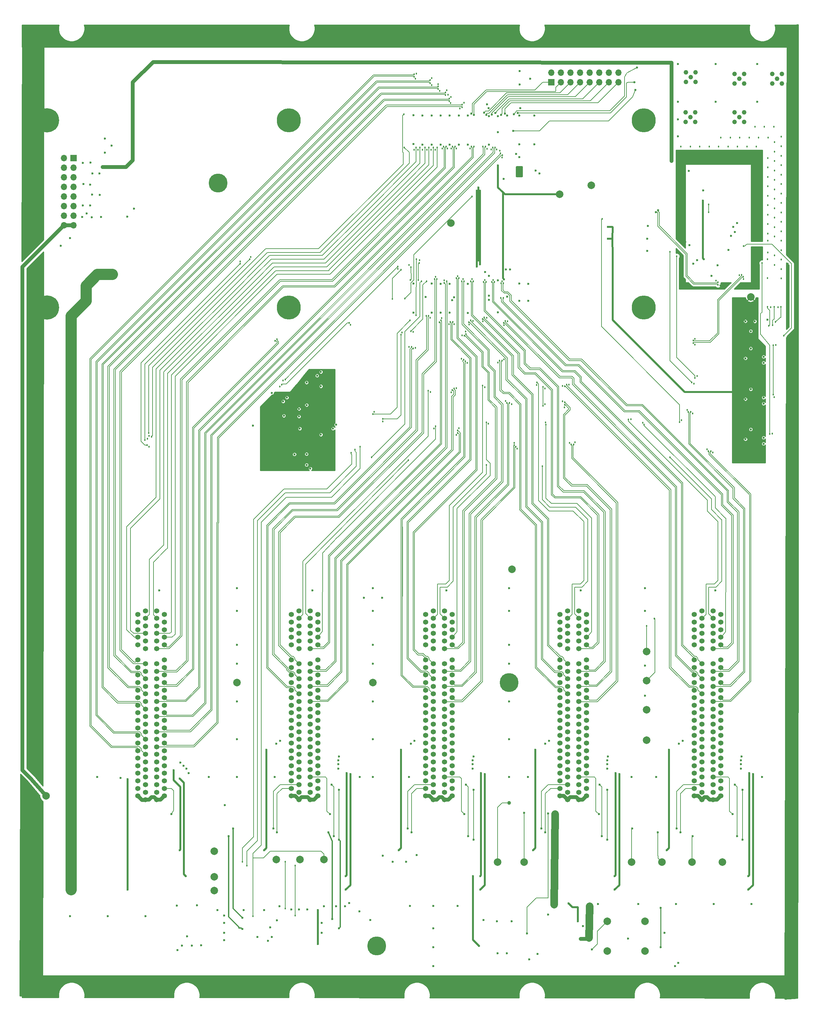
<source format=gbr>
G04 #@! TF.GenerationSoftware,KiCad,Pcbnew,(5.1.5)-3*
G04 #@! TF.CreationDate,2020-07-24T15:48:24-04:00*
G04 #@! TF.ProjectId,main_board,6d61696e-5f62-46f6-9172-642e6b696361,rev?*
G04 #@! TF.SameCoordinates,Original*
G04 #@! TF.FileFunction,Copper,L4,Bot*
G04 #@! TF.FilePolarity,Positive*
%FSLAX46Y46*%
G04 Gerber Fmt 4.6, Leading zero omitted, Abs format (unit mm)*
G04 Created by KiCad (PCBNEW (5.1.5)-3) date 2020-07-24 15:48:24*
%MOMM*%
%LPD*%
G04 APERTURE LIST*
%ADD10C,6.400000*%
%ADD11C,2.000000*%
%ADD12C,6.350000*%
%ADD13O,1.700000X1.700000*%
%ADD14R,1.700000X1.700000*%
%ADD15C,5.000000*%
%ADD16C,1.240000*%
%ADD17C,1.362000*%
%ADD18C,0.500000*%
%ADD19C,0.100000*%
%ADD20C,0.457200*%
%ADD21C,0.600000*%
%ADD22C,1.000000*%
%ADD23C,0.200000*%
%ADD24C,0.500000*%
%ADD25C,1.000000*%
%ADD26C,2.000000*%
%ADD27C,0.150000*%
%ADD28C,3.000000*%
%ADD29C,0.175000*%
%ADD30C,0.300000*%
%ADD31C,0.250000*%
%ADD32C,0.254000*%
G04 APERTURE END LIST*
D10*
X36710000Y-104765000D03*
X36710000Y-55235000D03*
D11*
X195400000Y-219200000D03*
X180800000Y-72400000D03*
X123000000Y-204000000D03*
X87000000Y-204000000D03*
X215500000Y-251500000D03*
X199500000Y-251500000D03*
X207500000Y-251500000D03*
X191500000Y-251500000D03*
D12*
X100710000Y-104765000D03*
X194690000Y-55235000D03*
X100710000Y-55235000D03*
X194690000Y-104765000D03*
D13*
X187980000Y-42660000D03*
X187980000Y-45200000D03*
X185440000Y-42660000D03*
X185440000Y-45200000D03*
X182900000Y-42660000D03*
X182900000Y-45200000D03*
X180360000Y-42660000D03*
X180360000Y-45200000D03*
X177820000Y-42660000D03*
X177820000Y-45200000D03*
X175280000Y-42660000D03*
X175280000Y-45200000D03*
X172740000Y-42660000D03*
X172740000Y-45200000D03*
X170200000Y-42660000D03*
D14*
X170200000Y-45200000D03*
D11*
X143600000Y-82400000D03*
X110000000Y-250800000D03*
X103700000Y-250800000D03*
X97400000Y-250800000D03*
X223000000Y-102000000D03*
X81000000Y-248600000D03*
X159800000Y-174000000D03*
D15*
X81950000Y-71800000D03*
X123950000Y-273650000D03*
X159000000Y-204000000D03*
D11*
X81000000Y-259000000D03*
X36400000Y-234000000D03*
X81000000Y-255400000D03*
X195400000Y-211200000D03*
X195400000Y-203500000D03*
X195400000Y-195800000D03*
X172400000Y-74800000D03*
X163000000Y-251500000D03*
X156000000Y-251500000D03*
D16*
X205830000Y-45095000D03*
X208370000Y-42555000D03*
X208370000Y-45095000D03*
X205830000Y-42555000D03*
X207100000Y-43825000D03*
X221270000Y-45470000D03*
X218730000Y-42930000D03*
X221270000Y-42930000D03*
X218730000Y-45470000D03*
X220000000Y-44200000D03*
D17*
X108402000Y-234000000D03*
X108402000Y-232000000D03*
X108402000Y-192000000D03*
X108402000Y-218000000D03*
X108402000Y-230000000D03*
X108402000Y-228000000D03*
X108402000Y-224000000D03*
X108402000Y-194000000D03*
X108402000Y-210000000D03*
X108402000Y-226000000D03*
X108402000Y-222000000D03*
X108402000Y-220000000D03*
X108402000Y-216000000D03*
X108402000Y-190000000D03*
X108402000Y-188000000D03*
X108402000Y-186000000D03*
X108402000Y-214000000D03*
X108402000Y-212000000D03*
X108402000Y-208000000D03*
X108402000Y-206000000D03*
X108402000Y-204000000D03*
X108402000Y-200000000D03*
X108402000Y-202000000D03*
X106402000Y-233000000D03*
X106402000Y-231000000D03*
X106402000Y-229000000D03*
X106402000Y-227000000D03*
X106402000Y-225000000D03*
X106402000Y-223000000D03*
X106402000Y-221000000D03*
X106402000Y-219000000D03*
X106402000Y-217000000D03*
X106402000Y-215000000D03*
X106402000Y-213000000D03*
X106402000Y-211000000D03*
X106402000Y-209000000D03*
X106402000Y-207000000D03*
X106402000Y-205000000D03*
X106402000Y-203000000D03*
X106402000Y-201000000D03*
X106402000Y-199000000D03*
X106402000Y-195000000D03*
X106402000Y-193000000D03*
X106402000Y-191000000D03*
X106402000Y-189000000D03*
X106402000Y-187000000D03*
X106402000Y-185000000D03*
X103402000Y-187000000D03*
X103402000Y-227000000D03*
X103402000Y-195000000D03*
X103402000Y-221000000D03*
X103402000Y-193000000D03*
X103402000Y-201000000D03*
X103402000Y-199000000D03*
X103402000Y-203000000D03*
X103402000Y-189000000D03*
X103402000Y-191000000D03*
X103402000Y-223000000D03*
X103402000Y-225000000D03*
X103402000Y-229000000D03*
X103402000Y-231000000D03*
X103402000Y-233000000D03*
X103402000Y-209000000D03*
X103402000Y-205000000D03*
X103402000Y-207000000D03*
X103402000Y-211000000D03*
X103402000Y-213000000D03*
X103402000Y-215000000D03*
X103402000Y-185000000D03*
X103402000Y-217000000D03*
X103402000Y-219000000D03*
X101402000Y-206000000D03*
X101402000Y-208000000D03*
X101402000Y-218000000D03*
X101402000Y-202000000D03*
X101402000Y-220000000D03*
X101402000Y-204000000D03*
X101402000Y-216000000D03*
X101402000Y-200000000D03*
X101402000Y-212000000D03*
X101402000Y-224000000D03*
X101402000Y-226000000D03*
X101402000Y-210000000D03*
X101402000Y-228000000D03*
X101402000Y-232000000D03*
X101402000Y-234000000D03*
X101402000Y-230000000D03*
X101402000Y-186000000D03*
X101402000Y-192000000D03*
X101402000Y-214000000D03*
X101402000Y-194000000D03*
X101402000Y-222000000D03*
X101402000Y-190000000D03*
X101402000Y-188000000D03*
X108402000Y-198000000D03*
X101402000Y-198000000D03*
X103402000Y-235000000D03*
X106402000Y-235000000D03*
X143962000Y-234000000D03*
X143962000Y-232000000D03*
X143962000Y-192000000D03*
X143962000Y-218000000D03*
X143962000Y-230000000D03*
X143962000Y-228000000D03*
X143962000Y-224000000D03*
X143962000Y-194000000D03*
X143962000Y-210000000D03*
X143962000Y-226000000D03*
X143962000Y-222000000D03*
X143962000Y-220000000D03*
X143962000Y-216000000D03*
X143962000Y-190000000D03*
X143962000Y-188000000D03*
X143962000Y-186000000D03*
X143962000Y-214000000D03*
X143962000Y-212000000D03*
X143962000Y-208000000D03*
X143962000Y-206000000D03*
X143962000Y-204000000D03*
X143962000Y-200000000D03*
X143962000Y-202000000D03*
X141962000Y-233000000D03*
X141962000Y-231000000D03*
X141962000Y-229000000D03*
X141962000Y-227000000D03*
X141962000Y-225000000D03*
X141962000Y-223000000D03*
X141962000Y-221000000D03*
X141962000Y-219000000D03*
X141962000Y-217000000D03*
X141962000Y-215000000D03*
X141962000Y-213000000D03*
X141962000Y-211000000D03*
X141962000Y-209000000D03*
X141962000Y-207000000D03*
X141962000Y-205000000D03*
X141962000Y-203000000D03*
X141962000Y-201000000D03*
X141962000Y-199000000D03*
X141962000Y-195000000D03*
X141962000Y-193000000D03*
X141962000Y-191000000D03*
X141962000Y-189000000D03*
X141962000Y-187000000D03*
X141962000Y-185000000D03*
X138962000Y-187000000D03*
X138962000Y-227000000D03*
X138962000Y-195000000D03*
X138962000Y-221000000D03*
X138962000Y-193000000D03*
X138962000Y-201000000D03*
X138962000Y-199000000D03*
X138962000Y-203000000D03*
X138962000Y-189000000D03*
X138962000Y-191000000D03*
X138962000Y-223000000D03*
X138962000Y-225000000D03*
X138962000Y-229000000D03*
X138962000Y-231000000D03*
X138962000Y-233000000D03*
X138962000Y-209000000D03*
X138962000Y-205000000D03*
X138962000Y-207000000D03*
X138962000Y-211000000D03*
X138962000Y-213000000D03*
X138962000Y-215000000D03*
X138962000Y-185000000D03*
X138962000Y-217000000D03*
X138962000Y-219000000D03*
X136962000Y-206000000D03*
X136962000Y-208000000D03*
X136962000Y-218000000D03*
X136962000Y-202000000D03*
X136962000Y-220000000D03*
X136962000Y-204000000D03*
X136962000Y-216000000D03*
X136962000Y-200000000D03*
X136962000Y-212000000D03*
X136962000Y-224000000D03*
X136962000Y-226000000D03*
X136962000Y-210000000D03*
X136962000Y-228000000D03*
X136962000Y-232000000D03*
X136962000Y-234000000D03*
X136962000Y-230000000D03*
X136962000Y-186000000D03*
X136962000Y-192000000D03*
X136962000Y-214000000D03*
X136962000Y-194000000D03*
X136962000Y-222000000D03*
X136962000Y-190000000D03*
X136962000Y-188000000D03*
X143962000Y-198000000D03*
X136962000Y-198000000D03*
X138962000Y-235000000D03*
X141962000Y-235000000D03*
X179522000Y-234000000D03*
X179522000Y-232000000D03*
X179522000Y-192000000D03*
X179522000Y-218000000D03*
X179522000Y-230000000D03*
X179522000Y-228000000D03*
X179522000Y-224000000D03*
X179522000Y-194000000D03*
X179522000Y-210000000D03*
X179522000Y-226000000D03*
X179522000Y-222000000D03*
X179522000Y-220000000D03*
X179522000Y-216000000D03*
X179522000Y-190000000D03*
X179522000Y-188000000D03*
X179522000Y-186000000D03*
X179522000Y-214000000D03*
X179522000Y-212000000D03*
X179522000Y-208000000D03*
X179522000Y-206000000D03*
X179522000Y-204000000D03*
X179522000Y-200000000D03*
X179522000Y-202000000D03*
X177522000Y-233000000D03*
X177522000Y-231000000D03*
X177522000Y-229000000D03*
X177522000Y-227000000D03*
X177522000Y-225000000D03*
X177522000Y-223000000D03*
X177522000Y-221000000D03*
X177522000Y-219000000D03*
X177522000Y-217000000D03*
X177522000Y-215000000D03*
X177522000Y-213000000D03*
X177522000Y-211000000D03*
X177522000Y-209000000D03*
X177522000Y-207000000D03*
X177522000Y-205000000D03*
X177522000Y-203000000D03*
X177522000Y-201000000D03*
X177522000Y-199000000D03*
X177522000Y-195000000D03*
X177522000Y-193000000D03*
X177522000Y-191000000D03*
X177522000Y-189000000D03*
X177522000Y-187000000D03*
X177522000Y-185000000D03*
X174522000Y-187000000D03*
X174522000Y-227000000D03*
X174522000Y-195000000D03*
X174522000Y-221000000D03*
X174522000Y-193000000D03*
X174522000Y-201000000D03*
X174522000Y-199000000D03*
X174522000Y-203000000D03*
X174522000Y-189000000D03*
X174522000Y-191000000D03*
X174522000Y-223000000D03*
X174522000Y-225000000D03*
X174522000Y-229000000D03*
X174522000Y-231000000D03*
X174522000Y-233000000D03*
X174522000Y-209000000D03*
X174522000Y-205000000D03*
X174522000Y-207000000D03*
X174522000Y-211000000D03*
X174522000Y-213000000D03*
X174522000Y-215000000D03*
X174522000Y-185000000D03*
X174522000Y-217000000D03*
X174522000Y-219000000D03*
X172522000Y-206000000D03*
X172522000Y-208000000D03*
X172522000Y-218000000D03*
X172522000Y-202000000D03*
X172522000Y-220000000D03*
X172522000Y-204000000D03*
X172522000Y-216000000D03*
X172522000Y-200000000D03*
X172522000Y-212000000D03*
X172522000Y-224000000D03*
X172522000Y-226000000D03*
X172522000Y-210000000D03*
X172522000Y-228000000D03*
X172522000Y-232000000D03*
X172522000Y-234000000D03*
X172522000Y-230000000D03*
X172522000Y-186000000D03*
X172522000Y-192000000D03*
X172522000Y-214000000D03*
X172522000Y-194000000D03*
X172522000Y-222000000D03*
X172522000Y-190000000D03*
X172522000Y-188000000D03*
X179522000Y-198000000D03*
X172522000Y-198000000D03*
X174522000Y-235000000D03*
X177522000Y-235000000D03*
X215082000Y-234000000D03*
X215082000Y-232000000D03*
X215082000Y-192000000D03*
X215082000Y-218000000D03*
X215082000Y-230000000D03*
X215082000Y-228000000D03*
X215082000Y-224000000D03*
X215082000Y-194000000D03*
X215082000Y-210000000D03*
X215082000Y-226000000D03*
X215082000Y-222000000D03*
X215082000Y-220000000D03*
X215082000Y-216000000D03*
X215082000Y-190000000D03*
X215082000Y-188000000D03*
X215082000Y-186000000D03*
X215082000Y-214000000D03*
X215082000Y-212000000D03*
X215082000Y-208000000D03*
X215082000Y-206000000D03*
X215082000Y-204000000D03*
X215082000Y-200000000D03*
X215082000Y-202000000D03*
X213082000Y-233000000D03*
X213082000Y-231000000D03*
X213082000Y-229000000D03*
X213082000Y-227000000D03*
X213082000Y-225000000D03*
X213082000Y-223000000D03*
X213082000Y-221000000D03*
X213082000Y-219000000D03*
X213082000Y-217000000D03*
X213082000Y-215000000D03*
X213082000Y-213000000D03*
X213082000Y-211000000D03*
X213082000Y-209000000D03*
X213082000Y-207000000D03*
X213082000Y-205000000D03*
X213082000Y-203000000D03*
X213082000Y-201000000D03*
X213082000Y-199000000D03*
X213082000Y-195000000D03*
X213082000Y-193000000D03*
X213082000Y-191000000D03*
X213082000Y-189000000D03*
X213082000Y-187000000D03*
X213082000Y-185000000D03*
X210082000Y-187000000D03*
X210082000Y-227000000D03*
X210082000Y-195000000D03*
X210082000Y-221000000D03*
X210082000Y-193000000D03*
X210082000Y-201000000D03*
X210082000Y-199000000D03*
X210082000Y-203000000D03*
X210082000Y-189000000D03*
X210082000Y-191000000D03*
X210082000Y-223000000D03*
X210082000Y-225000000D03*
X210082000Y-229000000D03*
X210082000Y-231000000D03*
X210082000Y-233000000D03*
X210082000Y-209000000D03*
X210082000Y-205000000D03*
X210082000Y-207000000D03*
X210082000Y-211000000D03*
X210082000Y-213000000D03*
X210082000Y-215000000D03*
X210082000Y-185000000D03*
X210082000Y-217000000D03*
X210082000Y-219000000D03*
X208082000Y-206000000D03*
X208082000Y-208000000D03*
X208082000Y-218000000D03*
X208082000Y-202000000D03*
X208082000Y-220000000D03*
X208082000Y-204000000D03*
X208082000Y-216000000D03*
X208082000Y-200000000D03*
X208082000Y-212000000D03*
X208082000Y-224000000D03*
X208082000Y-226000000D03*
X208082000Y-210000000D03*
X208082000Y-228000000D03*
X208082000Y-232000000D03*
X208082000Y-234000000D03*
X208082000Y-230000000D03*
X208082000Y-186000000D03*
X208082000Y-192000000D03*
X208082000Y-214000000D03*
X208082000Y-194000000D03*
X208082000Y-222000000D03*
X208082000Y-190000000D03*
X208082000Y-188000000D03*
X215082000Y-198000000D03*
X208082000Y-198000000D03*
X210082000Y-235000000D03*
X213082000Y-235000000D03*
X67762000Y-234000000D03*
X67762000Y-232000000D03*
X67762000Y-192000000D03*
X67762000Y-218000000D03*
X67762000Y-230000000D03*
X67762000Y-228000000D03*
X67762000Y-224000000D03*
X67762000Y-194000000D03*
X67762000Y-210000000D03*
X67762000Y-226000000D03*
X67762000Y-222000000D03*
X67762000Y-220000000D03*
X67762000Y-216000000D03*
X67762000Y-190000000D03*
X67762000Y-188000000D03*
X67762000Y-186000000D03*
X67762000Y-214000000D03*
X67762000Y-212000000D03*
X67762000Y-208000000D03*
X67762000Y-206000000D03*
X67762000Y-204000000D03*
X67762000Y-200000000D03*
X67762000Y-202000000D03*
X65762000Y-233000000D03*
X65762000Y-231000000D03*
X65762000Y-229000000D03*
X65762000Y-227000000D03*
X65762000Y-225000000D03*
X65762000Y-223000000D03*
X65762000Y-221000000D03*
X65762000Y-219000000D03*
X65762000Y-217000000D03*
X65762000Y-215000000D03*
X65762000Y-213000000D03*
X65762000Y-211000000D03*
X65762000Y-209000000D03*
X65762000Y-207000000D03*
X65762000Y-205000000D03*
X65762000Y-203000000D03*
X65762000Y-201000000D03*
X65762000Y-199000000D03*
X65762000Y-195000000D03*
X65762000Y-193000000D03*
X65762000Y-191000000D03*
X65762000Y-189000000D03*
X65762000Y-187000000D03*
X65762000Y-185000000D03*
X62762000Y-187000000D03*
X62762000Y-227000000D03*
X62762000Y-195000000D03*
X62762000Y-221000000D03*
X62762000Y-193000000D03*
X62762000Y-201000000D03*
X62762000Y-199000000D03*
X62762000Y-203000000D03*
X62762000Y-189000000D03*
X62762000Y-191000000D03*
X62762000Y-223000000D03*
X62762000Y-225000000D03*
X62762000Y-229000000D03*
X62762000Y-231000000D03*
X62762000Y-233000000D03*
X62762000Y-209000000D03*
X62762000Y-205000000D03*
X62762000Y-207000000D03*
X62762000Y-211000000D03*
X62762000Y-213000000D03*
X62762000Y-215000000D03*
X62762000Y-185000000D03*
X62762000Y-217000000D03*
X62762000Y-219000000D03*
X60762000Y-206000000D03*
X60762000Y-208000000D03*
X60762000Y-218000000D03*
X60762000Y-202000000D03*
X60762000Y-220000000D03*
X60762000Y-204000000D03*
X60762000Y-216000000D03*
X60762000Y-200000000D03*
X60762000Y-212000000D03*
X60762000Y-224000000D03*
X60762000Y-226000000D03*
X60762000Y-210000000D03*
X60762000Y-228000000D03*
X60762000Y-232000000D03*
X60762000Y-234000000D03*
X60762000Y-230000000D03*
X60762000Y-186000000D03*
X60762000Y-192000000D03*
X60762000Y-214000000D03*
X60762000Y-194000000D03*
X60762000Y-222000000D03*
X60762000Y-190000000D03*
X60762000Y-188000000D03*
X67762000Y-198000000D03*
X60762000Y-198000000D03*
X62762000Y-235000000D03*
X65762000Y-235000000D03*
D18*
X161050000Y-67630000D03*
X162450000Y-67630000D03*
X161050000Y-68830000D03*
X162450000Y-68830000D03*
X161050000Y-70030000D03*
X162450000Y-70030000D03*
G04 #@! TA.AperFunction,Conductor*
D19*
G36*
X162474504Y-67381204D02*
G01*
X162498773Y-67384804D01*
X162522571Y-67390765D01*
X162545671Y-67399030D01*
X162567849Y-67409520D01*
X162588893Y-67422133D01*
X162608598Y-67436747D01*
X162626777Y-67453223D01*
X162643253Y-67471402D01*
X162657867Y-67491107D01*
X162670480Y-67512151D01*
X162680970Y-67534329D01*
X162689235Y-67557429D01*
X162695196Y-67581227D01*
X162698796Y-67605496D01*
X162700000Y-67630000D01*
X162700000Y-70030000D01*
X162698796Y-70054504D01*
X162695196Y-70078773D01*
X162689235Y-70102571D01*
X162680970Y-70125671D01*
X162670480Y-70147849D01*
X162657867Y-70168893D01*
X162643253Y-70188598D01*
X162626777Y-70206777D01*
X162608598Y-70223253D01*
X162588893Y-70237867D01*
X162567849Y-70250480D01*
X162545671Y-70260970D01*
X162522571Y-70269235D01*
X162498773Y-70275196D01*
X162474504Y-70278796D01*
X162450000Y-70280000D01*
X161050000Y-70280000D01*
X161025496Y-70278796D01*
X161001227Y-70275196D01*
X160977429Y-70269235D01*
X160954329Y-70260970D01*
X160932151Y-70250480D01*
X160911107Y-70237867D01*
X160891402Y-70223253D01*
X160873223Y-70206777D01*
X160856747Y-70188598D01*
X160842133Y-70168893D01*
X160829520Y-70147849D01*
X160819030Y-70125671D01*
X160810765Y-70102571D01*
X160804804Y-70078773D01*
X160801204Y-70054504D01*
X160800000Y-70030000D01*
X160800000Y-67630000D01*
X160801204Y-67605496D01*
X160804804Y-67581227D01*
X160810765Y-67557429D01*
X160819030Y-67534329D01*
X160829520Y-67512151D01*
X160842133Y-67491107D01*
X160856747Y-67471402D01*
X160873223Y-67453223D01*
X160891402Y-67436747D01*
X160911107Y-67422133D01*
X160932151Y-67409520D01*
X160954329Y-67399030D01*
X160977429Y-67390765D01*
X161001227Y-67384804D01*
X161025496Y-67381204D01*
X161050000Y-67380000D01*
X162450000Y-67380000D01*
X162474504Y-67381204D01*
G37*
G04 #@! TD.AperFunction*
D16*
X207000000Y-54400000D03*
X205730000Y-53130000D03*
X208270000Y-55670000D03*
X208270000Y-53130000D03*
X205730000Y-55670000D03*
D14*
X43710000Y-65235000D03*
D13*
X41170000Y-65235000D03*
X43710000Y-67775000D03*
X41170000Y-67775000D03*
X43710000Y-70315000D03*
X41170000Y-70315000D03*
X43710000Y-72855000D03*
X41170000Y-72855000D03*
X43710000Y-75395000D03*
X41170000Y-75395000D03*
X43710000Y-77935000D03*
X41170000Y-77935000D03*
X43710000Y-80475000D03*
X41170000Y-80475000D03*
X43710000Y-83015000D03*
X41170000Y-83015000D03*
D11*
X185000000Y-267200000D03*
X195000000Y-267200000D03*
X195000000Y-275000000D03*
X185000000Y-275000000D03*
D16*
X228730000Y-45470000D03*
X231270000Y-42930000D03*
X231270000Y-45470000D03*
X228730000Y-42930000D03*
X230000000Y-44200000D03*
X218730000Y-55670000D03*
X221270000Y-53130000D03*
X221270000Y-55670000D03*
X218730000Y-53130000D03*
X220000000Y-54400000D03*
D20*
X221100000Y-88500000D03*
X231800000Y-112200000D03*
D21*
X223000000Y-121600000D03*
X221600000Y-107600000D03*
X223000000Y-105000000D03*
X224800000Y-119400000D03*
X221600000Y-119000000D03*
X223000000Y-121600000D03*
X224800000Y-130200000D03*
X221600000Y-129800000D03*
X223000000Y-132400000D03*
X222800000Y-145600000D03*
X224300000Y-145600000D03*
X221300000Y-145600000D03*
X219800000Y-145600000D03*
X225800000Y-145600000D03*
X97600000Y-127400000D03*
X106000000Y-132600000D03*
X105000000Y-133600000D03*
X111600000Y-122800000D03*
X109000000Y-124800000D03*
X109200000Y-137600000D03*
X109800000Y-135800000D03*
X109000000Y-146400000D03*
X108000000Y-147400000D03*
X94600000Y-146800000D03*
X96200000Y-146800000D03*
X97800000Y-146800000D03*
X99400000Y-146800000D03*
X101000000Y-146800000D03*
X102600000Y-146800000D03*
X104000000Y-146800000D03*
X110800000Y-147000000D03*
X112200000Y-147000000D03*
X219000000Y-144600000D03*
X220500000Y-144600000D03*
X222000000Y-144600000D03*
X223500000Y-144600000D03*
X225000000Y-144600000D03*
X224800000Y-140800000D03*
X221600000Y-140400000D03*
X223000000Y-143000000D03*
X224300000Y-107700000D03*
X186500000Y-91000000D03*
X185200000Y-83400000D03*
X185200000Y-86600000D03*
D22*
X159000000Y-235800000D03*
D21*
X163800000Y-270400000D03*
X178000000Y-271800000D03*
X180400000Y-263200000D03*
X169400000Y-238600000D03*
X92400000Y-271300000D03*
X188200000Y-228200000D03*
X223600000Y-228200000D03*
X152600000Y-228200000D03*
X222400000Y-258800000D03*
X187000000Y-258800000D03*
X151400000Y-258800000D03*
D22*
X54000000Y-96000000D03*
X43000000Y-258800000D03*
D21*
X58000000Y-229600000D03*
X58000000Y-258800000D03*
X117000000Y-228200000D03*
X115800000Y-258800000D03*
D20*
X140567644Y-108632356D03*
D21*
X187200000Y-228000000D03*
X222600000Y-228000000D03*
X151600000Y-228000000D03*
X222400000Y-255200000D03*
X187000000Y-255200000D03*
X151400000Y-255200000D03*
X71800000Y-229400000D03*
X73400000Y-255200000D03*
X116000000Y-228000000D03*
X115800000Y-255200000D03*
X151100000Y-273700000D03*
X149500000Y-255200000D03*
X201400000Y-221800000D03*
X200800000Y-248400000D03*
X166000000Y-221800000D03*
X165400000Y-248400000D03*
X130400000Y-221800000D03*
X129800000Y-248400000D03*
X70200000Y-227200000D03*
X71800000Y-248400000D03*
X94800000Y-221800000D03*
X94200000Y-248400000D03*
D20*
X145400000Y-137928600D03*
X143967644Y-126632356D03*
X141850000Y-98250000D03*
D21*
X218200000Y-238800000D03*
X182800000Y-238800000D03*
X147200000Y-238800000D03*
X111600000Y-238800000D03*
X69600000Y-238800000D03*
D22*
X171000000Y-262800000D03*
D21*
X190500000Y-271700000D03*
D22*
X171200000Y-238800000D03*
D21*
X163000000Y-238500000D03*
D20*
X145400000Y-137271400D03*
X144432356Y-126167644D03*
X142500000Y-97850000D03*
X141032356Y-108167644D03*
X208200000Y-123400000D03*
X203400000Y-91200000D03*
X207400000Y-124600000D03*
X201600000Y-90000000D03*
X195400000Y-189000000D03*
X137600000Y-126800000D03*
X139928600Y-97200000D03*
X137728600Y-106956235D03*
X183700000Y-81300000D03*
X204200000Y-135100000D03*
X211900000Y-79500000D03*
X211900000Y-77500000D03*
X197493999Y-187093999D03*
X133632356Y-115632356D03*
X133167644Y-115167644D03*
X137071400Y-106956235D03*
X139271400Y-97200000D03*
X145071400Y-97000000D03*
X143471400Y-108600000D03*
X146967644Y-118567644D03*
X147432356Y-119032356D03*
X144128600Y-108600000D03*
X145728600Y-97000000D03*
X152000000Y-125400000D03*
X147632356Y-111767644D03*
X147128600Y-97800000D03*
X159128600Y-130000000D03*
X160832356Y-141632356D03*
X146471400Y-97800000D03*
X158471400Y-130000000D03*
X160367644Y-141167644D03*
X147167644Y-112232356D03*
X151967644Y-107832356D03*
X175471400Y-141000000D03*
X173800000Y-130528600D03*
X152271400Y-98000000D03*
X176128600Y-141000000D03*
X173800000Y-129871400D03*
X152928600Y-98000000D03*
X152432356Y-107367644D03*
X166400000Y-124600000D03*
X149528600Y-97800000D03*
X148832356Y-108167644D03*
X157128600Y-118800000D03*
X156471400Y-118800000D03*
X148367644Y-108632356D03*
X148871400Y-97800000D03*
X154471400Y-98000000D03*
X157567644Y-108832356D03*
X173767644Y-125632356D03*
X174232356Y-125167644D03*
X158032356Y-108367644D03*
X155128600Y-98000000D03*
X168000000Y-125800000D03*
X168000000Y-130800000D03*
X190600000Y-134400000D03*
X157528600Y-102200000D03*
X157534996Y-98320050D03*
X207128600Y-132400000D03*
X212447605Y-142774364D03*
X156877796Y-98320050D03*
X206471400Y-132400000D03*
X211790405Y-142774364D03*
X156800000Y-102200000D03*
X226000000Y-93000000D03*
X228000000Y-138200000D03*
X145700000Y-136700000D03*
X213400000Y-99600000D03*
X209200000Y-99600000D03*
X219400000Y-99600000D03*
X224200000Y-99400000D03*
X204400000Y-99400000D03*
X203800000Y-75600000D03*
X203800000Y-87000000D03*
X203800000Y-79000000D03*
X205000000Y-91800000D03*
X203800000Y-70600000D03*
X203800000Y-83000000D03*
X204000000Y-64000000D03*
X209000000Y-64200000D03*
X214000000Y-64800000D03*
X219000000Y-64800000D03*
X223600000Y-65000000D03*
X224000000Y-84800000D03*
X224000000Y-79800000D03*
X224000000Y-74800000D03*
X224000000Y-69800000D03*
D21*
X33000000Y-34600000D03*
X43000000Y-34600000D03*
X53000000Y-34600000D03*
X63000000Y-34600000D03*
X73000000Y-34600000D03*
X83000000Y-34600000D03*
X93000000Y-34600000D03*
X103000000Y-34600000D03*
X113000000Y-34600000D03*
X123000000Y-34600000D03*
X133000000Y-34600000D03*
X143000000Y-34600000D03*
X153000000Y-34600000D03*
X163000000Y-34600000D03*
X173000000Y-34600000D03*
X183000000Y-34600000D03*
X193000000Y-34600000D03*
X203000000Y-34600000D03*
X213000000Y-34600000D03*
X223000000Y-34600000D03*
X221600000Y-108400000D03*
X223000000Y-111000000D03*
X226400000Y-119400000D03*
X226400000Y-117800000D03*
X221600000Y-118200000D03*
X223000000Y-115600000D03*
X226400000Y-130200000D03*
X226400000Y-128600000D03*
X221600000Y-129000000D03*
X223000000Y-126400000D03*
X169600000Y-219400000D03*
X185000000Y-225600000D03*
X185000000Y-224600000D03*
X185200000Y-223600000D03*
X168600000Y-220200000D03*
X185000000Y-226800000D03*
X205000000Y-219400000D03*
X220400000Y-225600000D03*
X220400000Y-224600000D03*
X220600000Y-223600000D03*
X204000000Y-220200000D03*
X220400000Y-226800000D03*
X134000000Y-219400000D03*
X149400000Y-225600000D03*
X149400000Y-224600000D03*
X149600000Y-223600000D03*
X133000000Y-220200000D03*
X149400000Y-226800000D03*
X213600000Y-179600000D03*
X178000000Y-179600000D03*
X142400000Y-179600000D03*
X107000000Y-179600000D03*
X66400000Y-179600000D03*
X125400000Y-181600000D03*
X120600000Y-181600000D03*
X169400000Y-265400000D03*
X178600000Y-268400000D03*
X200200000Y-270200000D03*
X164400000Y-277200000D03*
X166600000Y-275800000D03*
X158400000Y-275600000D03*
X156000000Y-275600000D03*
X155850000Y-267150000D03*
X159750000Y-267150000D03*
X83600000Y-265600000D03*
X83600000Y-267600000D03*
X83600000Y-270200000D03*
X83600000Y-272200000D03*
X98200000Y-263200000D03*
X95800000Y-268800000D03*
X97600000Y-266900000D03*
X109400000Y-267600000D03*
X109400000Y-270200000D03*
X125600000Y-249800000D03*
X128200000Y-251400000D03*
X131800000Y-251400000D03*
X134600000Y-249600000D03*
X56200000Y-229200000D03*
X72000000Y-225200000D03*
X72800000Y-226000000D03*
X73600000Y-226800000D03*
X74200000Y-228000000D03*
X83800000Y-236400000D03*
X113800000Y-226800000D03*
X113800000Y-225600000D03*
X113800000Y-224600000D03*
X114000000Y-223600000D03*
X97400000Y-220200000D03*
X98400000Y-219400000D03*
X119400000Y-264500000D03*
X116700000Y-262300000D03*
X71200000Y-274800000D03*
X72400000Y-273600000D03*
X73800000Y-271100000D03*
X76400000Y-262900000D03*
X71100000Y-263000000D03*
X75000000Y-273600000D03*
X77500000Y-273500000D03*
X99400000Y-133400000D03*
X91200000Y-136000000D03*
X108200000Y-122800000D03*
X109200000Y-121800000D03*
X103400000Y-131600000D03*
X103400000Y-133600000D03*
X105425000Y-130575000D03*
X100200000Y-128600000D03*
X99200000Y-129600000D03*
X105400000Y-124600000D03*
X109200000Y-125600000D03*
X113200000Y-135800000D03*
X112400000Y-136800000D03*
X103600000Y-136800000D03*
X105400000Y-143545000D03*
X102200000Y-143600000D03*
X105400000Y-146400000D03*
X106400000Y-147400000D03*
X109200000Y-138400000D03*
X226400000Y-140800000D03*
X226400000Y-139200000D03*
X221600000Y-139600000D03*
X223000000Y-137000000D03*
X227400000Y-108000000D03*
X133700000Y-98400000D03*
X133700000Y-106100000D03*
X138500000Y-98400000D03*
X138500000Y-106100000D03*
X140900000Y-98500000D03*
X140900000Y-106100000D03*
X143300000Y-98500000D03*
X143300000Y-106100000D03*
X144500000Y-102100000D03*
X144000000Y-102800000D03*
X148100000Y-106200000D03*
X148100000Y-98500000D03*
X153700000Y-101600000D03*
X153700000Y-102700000D03*
X156100000Y-106000000D03*
X156100000Y-97600000D03*
X158500000Y-101900000D03*
X161700000Y-98400000D03*
X161700000Y-103000000D03*
X164100000Y-103000000D03*
X136900000Y-102000000D03*
X133700000Y-53900000D03*
X133700000Y-61500000D03*
X136100000Y-54000000D03*
X136100000Y-61700000D03*
X138500000Y-54000000D03*
X138500000Y-61700000D03*
X140900000Y-54000000D03*
X140900000Y-61700000D03*
X143300000Y-54000000D03*
X143300000Y-61700000D03*
X145700000Y-54000000D03*
X145700000Y-61700000D03*
X148100000Y-61700000D03*
X148100000Y-54000000D03*
X153700000Y-54100000D03*
X153700000Y-61700000D03*
X156100000Y-58400000D03*
X156100000Y-54100000D03*
X158500000Y-54000000D03*
X161700000Y-54000000D03*
X161700000Y-61600000D03*
X165700000Y-61600000D03*
X165700000Y-54000000D03*
X203800000Y-278200000D03*
X203000000Y-279000000D03*
X161800000Y-42200000D03*
X161800000Y-45800000D03*
X164600000Y-44200000D03*
X153600000Y-52000000D03*
X153200000Y-51000000D03*
X152700000Y-95400000D03*
X153700000Y-96400000D03*
X157565000Y-70735000D03*
X166100000Y-68500000D03*
X167100000Y-69300000D03*
X161700000Y-65000000D03*
X160900000Y-64100000D03*
X158200000Y-94700000D03*
X159300000Y-94700000D03*
X164100000Y-98500000D03*
X224093959Y-108421145D03*
X195800000Y-83200000D03*
X195600000Y-86600000D03*
X195600000Y-89800000D03*
X210400000Y-73800000D03*
X205000000Y-69000000D03*
X206600000Y-68600000D03*
X212600000Y-96400000D03*
X207800000Y-93200000D03*
X208800000Y-92200000D03*
X214200000Y-93600000D03*
X217800000Y-85800000D03*
X218800000Y-84800000D03*
X218400000Y-83400000D03*
X219400000Y-82400000D03*
X217100000Y-89500000D03*
X205700000Y-87400000D03*
X206800000Y-88300000D03*
X162000000Y-52000000D03*
X40300000Y-88400000D03*
X42800000Y-86400000D03*
X57900000Y-80700000D03*
X59700000Y-78600000D03*
X47200000Y-79900000D03*
X46000000Y-80800000D03*
X51000000Y-80800000D03*
X48500000Y-80900000D03*
X48100000Y-77800000D03*
X46200000Y-77800000D03*
X48600000Y-74900000D03*
X50700000Y-75000000D03*
X46300000Y-72100000D03*
X48100000Y-72300000D03*
X48700000Y-69300000D03*
X50600000Y-69300000D03*
X46200000Y-66500000D03*
X48200000Y-66400000D03*
X52000000Y-63800000D03*
X53800000Y-61900000D03*
X52000000Y-60100000D03*
X96250000Y-127350000D03*
D20*
X204400000Y-94000000D03*
X204400000Y-96800000D03*
X224200000Y-95800000D03*
X224000000Y-86800000D03*
X225800000Y-90400000D03*
X216400000Y-98400000D03*
D21*
X34200000Y-282800000D03*
X122800000Y-282800000D03*
X232800000Y-282800000D03*
X222800000Y-282800000D03*
X162800000Y-282800000D03*
X42800000Y-282800000D03*
X172800000Y-282800000D03*
X132800000Y-282800000D03*
X92800000Y-282800000D03*
X82800000Y-282800000D03*
X202800000Y-282800000D03*
X112800000Y-282800000D03*
X192800000Y-282800000D03*
X212800000Y-282800000D03*
X142800000Y-282800000D03*
X72800000Y-282800000D03*
X62800000Y-282800000D03*
X102800000Y-282800000D03*
X182800000Y-282800000D03*
X152800000Y-282800000D03*
X52800000Y-282800000D03*
X139000000Y-279000000D03*
X139000000Y-274000000D03*
X139000000Y-269000000D03*
X139000000Y-263100000D03*
X34200000Y-225800000D03*
X34200000Y-245800000D03*
X34200000Y-265800000D03*
X34200000Y-175800000D03*
X34200000Y-85800000D03*
X34200000Y-275800000D03*
X34200000Y-215800000D03*
X34200000Y-165800000D03*
X34200000Y-195800000D03*
X34200000Y-125800000D03*
X34200000Y-185800000D03*
X34200000Y-115800000D03*
X34200000Y-145800000D03*
X34200000Y-95800000D03*
X34200000Y-155800000D03*
X34200000Y-205800000D03*
X34200000Y-135800000D03*
X34200000Y-255800000D03*
X34200000Y-44800000D03*
X34200000Y-74800000D03*
X34200000Y-64800000D03*
X30800000Y-232800000D03*
X31400000Y-55200000D03*
X32200000Y-107600000D03*
X34200000Y-238400000D03*
X62800000Y-265800000D03*
X42800000Y-265800000D03*
X52800000Y-265800000D03*
X122300000Y-266800000D03*
X145400000Y-263100000D03*
X132800000Y-263100000D03*
X152300000Y-266800000D03*
X193200000Y-262600000D03*
X213200000Y-262600000D03*
X223200000Y-262600000D03*
X203200000Y-262600000D03*
X182600000Y-262600000D03*
X110000000Y-263200000D03*
X81800000Y-264200000D03*
X88800000Y-264200000D03*
X94200000Y-264200000D03*
X105600000Y-264000000D03*
X103400000Y-264000000D03*
X101400000Y-264000000D03*
X113200000Y-263200000D03*
X115600000Y-263200000D03*
D20*
X234700000Y-77200000D03*
D21*
X234200000Y-260400000D03*
X234200000Y-209800000D03*
D20*
X234700000Y-83200000D03*
D21*
X234200000Y-139800000D03*
X234200000Y-149800000D03*
X234200000Y-199800000D03*
X234200000Y-119800000D03*
X234800000Y-109800000D03*
X234200000Y-39800000D03*
X234200000Y-179800000D03*
X234200000Y-219800000D03*
D20*
X234700000Y-99800000D03*
X234700000Y-69800000D03*
D21*
X234200000Y-189800000D03*
X234200000Y-229800000D03*
D20*
X234700000Y-89800000D03*
X234700000Y-59800000D03*
D21*
X234200000Y-159800000D03*
X234200000Y-169800000D03*
X234200000Y-129800000D03*
X234200000Y-49800000D03*
X234200000Y-34600000D03*
X234200000Y-270800000D03*
X234200000Y-240800000D03*
X234200000Y-250800000D03*
D20*
X232900000Y-58200000D03*
X232900000Y-60700000D03*
X231100000Y-62100000D03*
X232900000Y-63200000D03*
X231100000Y-64600000D03*
X229300000Y-61000000D03*
X232900000Y-65700000D03*
X231100000Y-67100000D03*
X229300000Y-63500000D03*
X227500000Y-65200000D03*
X232900000Y-68200000D03*
X231100000Y-69600000D03*
X229300000Y-66000000D03*
X227500000Y-67700000D03*
X232900000Y-70700000D03*
X231100000Y-72100000D03*
X229300000Y-68500000D03*
X227500000Y-70200000D03*
X232900000Y-73200000D03*
X231100000Y-74600000D03*
X229300000Y-71000000D03*
X227500000Y-72700000D03*
X232900000Y-75700000D03*
X231100000Y-77100000D03*
X229300000Y-73500000D03*
X227500000Y-75200000D03*
X232900000Y-78200000D03*
X231100000Y-79600000D03*
X229300000Y-76000000D03*
X227500000Y-77700000D03*
X232900000Y-80700000D03*
X231100000Y-82100000D03*
X229300000Y-78500000D03*
X227500000Y-80200000D03*
X232900000Y-83200000D03*
X231100000Y-84600000D03*
X229300000Y-81000000D03*
X227500000Y-82700000D03*
X232900000Y-85700000D03*
X231100000Y-87100000D03*
X229300000Y-83500000D03*
X227500000Y-85200000D03*
X232900000Y-88200000D03*
X231100000Y-89600000D03*
X229300000Y-86000000D03*
X232900000Y-90700000D03*
X231100000Y-92100000D03*
X227500000Y-90200000D03*
X232900000Y-93200000D03*
X231100000Y-94600000D03*
X229300000Y-91000000D03*
X232900000Y-95700000D03*
X231100000Y-97100000D03*
X229300000Y-93500000D03*
X232900000Y-98200000D03*
X204500000Y-62200000D03*
X207000000Y-62200000D03*
X224100000Y-56900000D03*
X209500000Y-62200000D03*
X226600000Y-56900000D03*
X212000000Y-62200000D03*
X229100000Y-56900000D03*
X214500000Y-62200000D03*
X215100000Y-59800000D03*
X217000000Y-62200000D03*
X217600000Y-59800000D03*
X219500000Y-62200000D03*
X220100000Y-59800000D03*
X222000000Y-62200000D03*
X222600000Y-59800000D03*
X224500000Y-62200000D03*
X225100000Y-59800000D03*
X227600000Y-59800000D03*
X231100000Y-59600000D03*
X227500000Y-87100000D03*
D21*
X224700000Y-40300000D03*
X224700000Y-50300000D03*
X213700000Y-40300000D03*
X213700000Y-50300000D03*
X203700000Y-50300000D03*
X203700000Y-40300000D03*
X203700000Y-59500000D03*
X203700000Y-55000000D03*
D20*
X227400000Y-97000000D03*
D21*
X232800000Y-102400000D03*
X232800000Y-109600000D03*
D20*
X227400000Y-92000000D03*
D21*
X159000000Y-209000000D03*
X159000000Y-194000000D03*
X159000000Y-199000000D03*
X159000000Y-229000000D03*
X159000000Y-179000000D03*
X159000000Y-219000000D03*
X159000000Y-185000000D03*
X123000000Y-194000000D03*
X123000000Y-199000000D03*
X123000000Y-229000000D03*
X123000000Y-209000000D03*
X123000000Y-179000000D03*
X123000000Y-185000000D03*
X123000000Y-219000000D03*
X87000000Y-209000000D03*
X87000000Y-194000000D03*
X87000000Y-199000000D03*
X87000000Y-229000000D03*
X87000000Y-179000000D03*
X87000000Y-219000000D03*
X87000000Y-185000000D03*
X79500000Y-229000000D03*
X50000000Y-229000000D03*
X97000000Y-229000000D03*
X119500000Y-229000000D03*
X132500000Y-229000000D03*
X164000000Y-229000000D03*
X191500000Y-229000000D03*
X198000000Y-229000000D03*
X226000000Y-229000000D03*
X195000000Y-207500000D03*
X195000000Y-199500000D03*
X195000000Y-179000000D03*
X195000000Y-185000000D03*
D20*
X145100000Y-138500000D03*
X139100000Y-136750000D03*
X153550000Y-135500000D03*
X125600000Y-134900000D03*
X123300000Y-132400000D03*
X138200000Y-127100000D03*
X134200000Y-115400000D03*
X132500000Y-115200000D03*
X146400000Y-118300000D03*
X147950000Y-119450000D03*
X143700000Y-127200000D03*
X145100000Y-126150000D03*
X152600000Y-125850000D03*
X156100000Y-119350000D03*
X157700000Y-118500000D03*
X166300000Y-125250000D03*
X168500000Y-126200000D03*
X173150000Y-125550000D03*
X174850000Y-125150000D03*
X173650000Y-131150000D03*
X173200000Y-129600000D03*
X168550000Y-130300000D03*
X159700000Y-130350000D03*
X158100000Y-129500000D03*
X168700000Y-135200000D03*
X160350000Y-140550000D03*
X161150000Y-142150000D03*
X176500000Y-140450000D03*
X175000000Y-140600000D03*
X191250000Y-134350000D03*
X194450000Y-135250000D03*
X204700000Y-134600000D03*
X206150000Y-131850000D03*
X207650000Y-132800000D03*
X213000000Y-143150000D03*
X211450000Y-142250000D03*
X208000000Y-124900000D03*
X208800000Y-122900000D03*
X99200000Y-124100000D03*
X98350000Y-125700000D03*
X90600000Y-91400000D03*
X87800000Y-92550000D03*
X117000000Y-109350000D03*
X208250000Y-114600000D03*
X208250000Y-113050000D03*
X228700000Y-138100000D03*
X229200000Y-128450000D03*
X229650000Y-114700000D03*
X228300000Y-104700000D03*
X230200000Y-104700000D03*
X221100000Y-97250000D03*
X219950000Y-96250000D03*
X214900000Y-98900000D03*
X213800000Y-97700000D03*
X63700000Y-141600000D03*
X63250000Y-139500000D03*
X63700000Y-138700000D03*
X135300000Y-92200000D03*
X129600000Y-94550000D03*
X132550000Y-93500000D03*
X139600000Y-96650000D03*
X145400000Y-96450000D03*
X149200000Y-97250000D03*
X141850000Y-97600000D03*
X146800000Y-97250000D03*
X152600000Y-97450000D03*
X154800000Y-97450000D03*
X157200000Y-97800000D03*
X138100000Y-107500000D03*
X141150000Y-107550000D03*
X143100000Y-109150000D03*
X144500000Y-109150000D03*
X147500000Y-111100000D03*
X146550000Y-112100000D03*
X148450000Y-109250000D03*
X149450000Y-108300000D03*
X152050000Y-108450000D03*
X153100000Y-107500000D03*
X157650000Y-109450000D03*
X158650000Y-108450000D03*
X133650000Y-111200000D03*
X130700000Y-111400000D03*
X148700000Y-62700000D03*
X153150000Y-62750000D03*
X154300000Y-62950000D03*
X155700000Y-62950000D03*
X156600000Y-63300000D03*
X157150000Y-65050000D03*
X147100000Y-50600000D03*
X146000000Y-52100000D03*
X143550000Y-50650000D03*
X143650000Y-49050000D03*
X142850000Y-48500000D03*
X142500000Y-47300000D03*
X140650000Y-47450000D03*
X140250000Y-45650000D03*
X138500000Y-45900000D03*
X138550000Y-44050000D03*
X134250000Y-44200000D03*
X134450000Y-42850000D03*
X141300000Y-62700000D03*
X142700000Y-62700000D03*
X143700000Y-62700000D03*
X145100000Y-62700000D03*
X139500000Y-63000000D03*
X138400000Y-63000000D03*
X137300000Y-63000000D03*
X136100000Y-63000000D03*
X134900000Y-63000000D03*
X133900000Y-63000000D03*
D21*
X96200000Y-271300000D03*
X95200000Y-272300000D03*
D20*
X140000000Y-62400000D03*
X141671400Y-62200000D03*
X156767644Y-63967644D03*
X154671400Y-62400000D03*
X152071400Y-62200000D03*
X149071400Y-62200000D03*
X144071400Y-62200000D03*
X157232356Y-64432356D03*
X155328600Y-62400000D03*
X152728600Y-62200000D03*
X149728600Y-62200000D03*
X144728600Y-62200000D03*
X142328600Y-62200000D03*
X139000000Y-62400000D03*
X137800000Y-62400000D03*
X136800000Y-62400000D03*
X146600000Y-51071400D03*
X143200000Y-50128600D03*
X133850000Y-43728600D03*
X142200000Y-48528600D03*
X140250000Y-46928600D03*
X138100000Y-45400000D03*
X142200000Y-47871400D03*
X138100000Y-44600000D03*
X143200000Y-49471400D03*
X140250000Y-46271400D03*
X134400000Y-62400000D03*
X133850000Y-43071400D03*
X146600000Y-51728600D03*
D21*
X150500000Y-93900000D03*
X151300000Y-93300000D03*
X150900000Y-92300000D03*
X150900000Y-73000000D03*
X150500000Y-73900000D03*
X151300000Y-73900000D03*
X150900000Y-77000000D03*
X51400000Y-67600000D03*
X202000000Y-66000000D03*
X210600000Y-92000000D03*
X210300001Y-76500001D03*
D20*
X97545384Y-113153863D03*
X207800000Y-113471400D03*
X220567644Y-96167644D03*
X97080672Y-113618575D03*
X207800000Y-114128600D03*
X221032356Y-96632356D03*
D21*
X197917157Y-79582843D03*
D20*
X214300000Y-98728600D03*
D21*
X198482843Y-79017157D03*
D20*
X214300000Y-98071400D03*
X135400000Y-62400000D03*
D21*
X108400000Y-273200000D03*
X108387500Y-264187500D03*
X203400000Y-242600000D03*
X167600000Y-242600000D03*
X132200000Y-242600000D03*
X96600000Y-242600000D03*
X88400000Y-266200000D03*
X86000000Y-242600000D03*
X191600000Y-242600000D03*
X219400000Y-244600000D03*
X218800000Y-231000000D03*
X183600000Y-244600000D03*
X183000000Y-231000000D03*
X148200000Y-244600000D03*
X147600000Y-231000000D03*
X112000000Y-231000000D03*
X112600000Y-244600000D03*
X88400000Y-269200000D03*
X84800000Y-244600000D03*
X207600000Y-244600000D03*
X204400000Y-243600000D03*
X168600000Y-243600000D03*
X133200000Y-243600000D03*
X97600000Y-243600000D03*
X112200000Y-266600000D03*
X111200000Y-243600000D03*
X198400000Y-243600000D03*
X220800000Y-232400000D03*
X220800000Y-245600000D03*
X185000000Y-232400000D03*
X185000000Y-245600000D03*
X149600000Y-232400000D03*
X149600000Y-245600000D03*
X114000000Y-232400000D03*
X114000000Y-245600000D03*
X114000000Y-269000000D03*
D20*
X117200000Y-143200000D03*
X88400000Y-251400000D03*
X99800000Y-251400000D03*
X99800000Y-263800000D03*
X119600000Y-141600000D03*
X91200000Y-265800000D03*
X118200000Y-142400000D03*
X89600000Y-252400000D03*
X102400000Y-252400000D03*
X102400000Y-265600000D03*
D21*
X157700000Y-97300000D03*
X156100000Y-67200000D03*
D20*
X149200000Y-75400000D03*
X131400000Y-102400000D03*
X99800000Y-123800000D03*
X129600000Y-93900000D03*
X132900000Y-97500000D03*
X133000000Y-94100000D03*
X139600000Y-136200000D03*
X153000000Y-135200000D03*
X168800000Y-135800000D03*
X194800000Y-135800000D03*
X229000000Y-127800000D03*
X229000000Y-114800000D03*
X98800000Y-125200000D03*
X116700000Y-108800000D03*
D21*
X177200000Y-267200000D03*
X174800000Y-262400000D03*
X181000000Y-274600000D03*
D20*
X128100000Y-102500000D03*
X130400000Y-94800000D03*
X231000000Y-104600000D03*
X229600000Y-108600000D03*
X229200000Y-104600000D03*
X228800000Y-109400000D03*
X123000000Y-133000000D03*
X132800000Y-108200000D03*
X122600000Y-144400000D03*
X135800000Y-97800000D03*
X125600000Y-134200000D03*
X130400000Y-112000000D03*
X133000000Y-111000000D03*
X137200000Y-97800000D03*
X227400000Y-104600000D03*
X227776223Y-109623777D03*
X131300000Y-62400000D03*
X64400000Y-139000000D03*
X131200000Y-53600000D03*
X63600000Y-138000000D03*
X62600000Y-139800000D03*
X134400000Y-106800000D03*
X90400000Y-92000000D03*
X134500000Y-92000000D03*
X63200000Y-141200000D03*
X87800000Y-93200000D03*
X135000000Y-97500000D03*
X135200000Y-93000000D03*
X132400000Y-145200000D03*
X153000000Y-146400000D03*
X167800000Y-146800000D03*
X201600000Y-144400000D03*
D21*
X199200000Y-274000000D03*
X199200000Y-263600000D03*
X160300000Y-53600000D03*
X192900000Y-41300000D03*
X161300000Y-53300000D03*
X192200000Y-45200000D03*
X160100000Y-58000000D03*
X192500000Y-47200000D03*
X157900000Y-53500000D03*
X156900000Y-53800000D03*
X155400000Y-53300000D03*
X154500000Y-53700000D03*
X153000000Y-53800000D03*
X152400000Y-53200000D03*
X149700000Y-53800000D03*
X149000000Y-53500000D03*
D23*
X233800000Y-110200000D02*
X231800000Y-112200000D01*
X228600000Y-88000000D02*
X233800000Y-93200000D01*
X221423289Y-88500000D02*
X221923289Y-88000000D01*
X221100000Y-88500000D02*
X221423289Y-88500000D01*
X221923289Y-88000000D02*
X228600000Y-88000000D01*
X233800000Y-93200000D02*
X233800000Y-110200000D01*
D24*
X205500000Y-127100000D02*
X214200000Y-127100000D01*
X186500000Y-91000000D02*
X186500000Y-108100000D01*
X214200000Y-127100000D02*
X218700000Y-127100000D01*
X186500000Y-108100000D02*
X205500000Y-127100000D01*
X185200000Y-83400000D02*
X186400000Y-83400000D01*
X186400000Y-83400000D02*
X186500000Y-83500000D01*
X186500000Y-83500000D02*
X186400000Y-86600000D01*
X185200000Y-86600000D02*
X186400000Y-86600000D01*
X186400000Y-86600000D02*
X186500000Y-91000000D01*
D25*
X60762000Y-234000000D02*
X61800000Y-235038000D01*
X62724000Y-235038000D02*
X62762000Y-235000000D01*
X61800000Y-235038000D02*
X62724000Y-235038000D01*
X66762000Y-235000000D02*
X67762000Y-234000000D01*
X65762000Y-235000000D02*
X66762000Y-235000000D01*
X102402000Y-234000000D02*
X103402000Y-235000000D01*
X101402000Y-234000000D02*
X102402000Y-234000000D01*
X105721001Y-234319001D02*
X106402000Y-235000000D01*
X104082999Y-234319001D02*
X105721001Y-234319001D01*
X103402000Y-235000000D02*
X104082999Y-234319001D01*
X107402000Y-235000000D02*
X108402000Y-234000000D01*
X106402000Y-235000000D02*
X107402000Y-235000000D01*
X137962000Y-234000000D02*
X138962000Y-235000000D01*
X136962000Y-234000000D02*
X137962000Y-234000000D01*
X141281001Y-234319001D02*
X141962000Y-235000000D01*
X140606078Y-234319001D02*
X141281001Y-234319001D01*
X139925079Y-235000000D02*
X140606078Y-234319001D01*
X138962000Y-235000000D02*
X139925079Y-235000000D01*
X142962000Y-235000000D02*
X143962000Y-234000000D01*
X141962000Y-235000000D02*
X142962000Y-235000000D01*
X173522000Y-234000000D02*
X174522000Y-235000000D01*
X172522000Y-234000000D02*
X173522000Y-234000000D01*
X176841001Y-234319001D02*
X177522000Y-235000000D01*
X174522000Y-235000000D02*
X175202999Y-234319001D01*
X175202999Y-234319001D02*
X176841001Y-234319001D01*
X178522000Y-235000000D02*
X179522000Y-234000000D01*
X177522000Y-235000000D02*
X178522000Y-235000000D01*
X209082000Y-234000000D02*
X210082000Y-235000000D01*
X208082000Y-234000000D02*
X209082000Y-234000000D01*
X214082000Y-235000000D02*
X215082000Y-234000000D01*
X213082000Y-235000000D02*
X214082000Y-235000000D01*
X210762999Y-234319001D02*
X210082000Y-235000000D01*
X211437922Y-234319001D02*
X210762999Y-234319001D01*
X212118921Y-235000000D02*
X211437922Y-234319001D01*
X213082000Y-235000000D02*
X212118921Y-235000000D01*
X65081001Y-234319001D02*
X65762000Y-235000000D01*
X64406078Y-234319001D02*
X65081001Y-234319001D01*
X63725079Y-235000000D02*
X64406078Y-234319001D01*
X62762000Y-235000000D02*
X63725079Y-235000000D01*
X41170000Y-83015000D02*
X43710000Y-83015000D01*
X30200000Y-93985000D02*
X41170000Y-83015000D01*
X30200000Y-227200000D02*
X30200000Y-93985000D01*
X36400000Y-234000000D02*
X32400000Y-229400000D01*
X32400000Y-229400000D02*
X30200000Y-227200000D01*
X178000000Y-271800000D02*
X179800000Y-271800000D01*
D26*
X180400000Y-263200000D02*
X180200000Y-271600000D01*
D27*
X169400000Y-261000000D02*
X169400000Y-238600000D01*
X166200000Y-261000000D02*
X169400000Y-261000000D01*
X163800000Y-270400000D02*
X163800000Y-263400000D01*
X163800000Y-263400000D02*
X166200000Y-261000000D01*
X157200000Y-235800000D02*
X159000000Y-235800000D01*
X156000000Y-251500000D02*
X156000000Y-237000000D01*
X156000000Y-237000000D02*
X157200000Y-235800000D01*
D24*
X223600000Y-228200000D02*
X223600000Y-257600000D01*
X223600000Y-257600000D02*
X222400000Y-258800000D01*
X188200000Y-228200000D02*
X188200000Y-257600000D01*
X188200000Y-257600000D02*
X187000000Y-258800000D01*
X152600000Y-228200000D02*
X152600000Y-257600000D01*
X152600000Y-257600000D02*
X151400000Y-258800000D01*
D28*
X50000000Y-96000000D02*
X54000000Y-96000000D01*
X47000000Y-99000000D02*
X50000000Y-96000000D01*
X43000000Y-258800000D02*
X43000000Y-107000000D01*
X43000000Y-107000000D02*
X47000000Y-103000000D01*
X47000000Y-103000000D02*
X47000000Y-99000000D01*
D24*
X58000000Y-229600000D02*
X58000000Y-238000000D01*
X58000000Y-238000000D02*
X58000000Y-258800000D01*
X117000000Y-228200000D02*
X117000000Y-257600000D01*
X117000000Y-257600000D02*
X115800000Y-258800000D01*
D29*
X111162500Y-193272334D02*
X111162500Y-170372334D01*
X109809834Y-194625000D02*
X111162500Y-193272334D01*
X109027000Y-194625000D02*
X109809834Y-194625000D01*
X140812500Y-108677666D02*
X140767190Y-108632356D01*
X108402000Y-194000000D02*
X109027000Y-194625000D01*
X111162500Y-193272334D02*
X111162500Y-170372334D01*
X111162500Y-170372334D02*
X140812500Y-140722334D01*
X140812500Y-140722334D02*
X140812500Y-108677666D01*
X140767190Y-108632356D02*
X140567644Y-108632356D01*
D24*
X222600000Y-228000000D02*
X222600000Y-255000000D01*
X222600000Y-255000000D02*
X222400000Y-255200000D01*
X187200000Y-228000000D02*
X187200000Y-255000000D01*
X187200000Y-255000000D02*
X187000000Y-255200000D01*
X151600000Y-228000000D02*
X151600000Y-255000000D01*
X151600000Y-255000000D02*
X151400000Y-255200000D01*
X72900001Y-230500001D02*
X72900001Y-254700001D01*
X71800000Y-229400000D02*
X72900001Y-230500001D01*
X72900001Y-254700001D02*
X73400000Y-255200000D01*
X116000000Y-228000000D02*
X116000000Y-255000000D01*
X116000000Y-255000000D02*
X115800000Y-255200000D01*
X151100000Y-273700000D02*
X149500000Y-272100000D01*
X149500000Y-272100000D02*
X149500000Y-255200000D01*
X201400000Y-247800000D02*
X200800000Y-248400000D01*
X201400000Y-221800000D02*
X201400000Y-247800000D01*
X166000000Y-247800000D02*
X165400000Y-248400000D01*
X166000000Y-221800000D02*
X166000000Y-247800000D01*
X130400000Y-247800000D02*
X129800000Y-248400000D01*
X130400000Y-221800000D02*
X130400000Y-247800000D01*
X72000000Y-231600000D02*
X70200000Y-229800000D01*
X72000000Y-248200000D02*
X72000000Y-231600000D01*
X70200000Y-229800000D02*
X70200000Y-227200000D01*
X71800000Y-248400000D02*
X72000000Y-248200000D01*
X94800000Y-247800000D02*
X94200000Y-248400000D01*
X94800000Y-221800000D02*
X94800000Y-247800000D01*
D29*
X116012500Y-203522334D02*
X116012500Y-172722334D01*
X116012500Y-172722334D02*
X116012500Y-203522334D01*
X145526869Y-137928600D02*
X145812500Y-138214231D01*
X145400000Y-137928600D02*
X145526869Y-137928600D01*
X116012500Y-203522334D02*
X110909834Y-208625000D01*
X110909834Y-208625000D02*
X109027000Y-208625000D01*
X145812500Y-138214231D02*
X145812500Y-142922334D01*
X145812500Y-142922334D02*
X116012500Y-172722334D01*
X109027000Y-208625000D02*
X108402000Y-208000000D01*
X114412500Y-201072334D02*
X114412500Y-171722334D01*
X109027000Y-204625000D02*
X108402000Y-204000000D01*
X144167190Y-126632356D02*
X144412500Y-126877666D01*
X144412500Y-126877666D02*
X144412500Y-127722334D01*
X143967644Y-126632356D02*
X144167190Y-126632356D01*
X143812500Y-128322334D02*
X143812500Y-142322334D01*
X144412500Y-127722334D02*
X143812500Y-128322334D01*
X143812500Y-142322334D02*
X114412500Y-171722334D01*
X114412500Y-171722334D02*
X114412500Y-201072334D01*
X114412500Y-201072334D02*
X110859834Y-204625000D01*
X110859834Y-204625000D02*
X109027000Y-204625000D01*
X112862500Y-198222334D02*
X112862500Y-171072334D01*
X142212500Y-98612500D02*
X141850000Y-98250000D01*
X108402000Y-200000000D02*
X109027000Y-200625000D01*
X112862500Y-198222334D02*
X112862500Y-171072334D01*
X112862500Y-171072334D02*
X142212500Y-141722334D01*
X110459834Y-200625000D02*
X112862500Y-198222334D01*
X142212500Y-141722334D02*
X142212500Y-98612500D01*
X109027000Y-200625000D02*
X110459834Y-200625000D01*
D27*
X217400000Y-229400000D02*
X217400000Y-238000000D01*
X217000000Y-229000000D02*
X217400000Y-229400000D01*
X217400000Y-238000000D02*
X218200000Y-238800000D01*
X213002000Y-229000000D02*
X217000000Y-229000000D01*
X182000000Y-229400000D02*
X182000000Y-238000000D01*
X181600000Y-229000000D02*
X182000000Y-229400000D01*
X182000000Y-238000000D02*
X182800000Y-238800000D01*
X177602000Y-229000000D02*
X181600000Y-229000000D01*
X146400000Y-229400000D02*
X146400000Y-238000000D01*
X146000000Y-229000000D02*
X146400000Y-229400000D01*
X146400000Y-238000000D02*
X147200000Y-238800000D01*
X142002000Y-229000000D02*
X146000000Y-229000000D01*
X106402000Y-229000000D02*
X110400000Y-229000000D01*
X110400000Y-229000000D02*
X110800000Y-229400000D01*
X110800000Y-229400000D02*
X110800000Y-238000000D01*
X110800000Y-238000000D02*
X111600000Y-238800000D01*
X69600000Y-238800000D02*
X70200000Y-237800000D01*
X70200000Y-237800000D02*
X70200000Y-232600000D01*
X69600000Y-232000000D02*
X67762000Y-232000000D01*
X70200000Y-232600000D02*
X69600000Y-232000000D01*
D26*
X171000000Y-262800000D02*
X171200000Y-238800000D01*
D27*
X163000000Y-251500000D02*
X163000000Y-238500000D01*
D29*
X116387500Y-203677666D02*
X116387500Y-172877666D01*
X116387500Y-203677666D02*
X111065166Y-209000000D01*
X116387500Y-172877666D02*
X116387500Y-203677666D01*
X146187500Y-143077666D02*
X116387500Y-172877666D01*
X145866101Y-137704871D02*
X145866101Y-137737501D01*
X111065166Y-209000000D02*
X106402000Y-209000000D01*
X146187500Y-138058900D02*
X146187500Y-143077666D01*
X145866101Y-137737501D02*
X146187500Y-138058900D01*
X145400000Y-137271400D02*
X145591099Y-137462499D01*
X145591099Y-137462499D02*
X145623729Y-137462499D01*
X145623729Y-137462499D02*
X145866101Y-137704871D01*
X114787500Y-201227666D02*
X114787500Y-171877666D01*
X111015166Y-205000000D02*
X106402000Y-205000000D01*
X114787500Y-201227666D02*
X111015166Y-205000000D01*
X144187500Y-142477666D02*
X114787500Y-171877666D01*
X144787500Y-127877666D02*
X144187500Y-128477666D01*
X144787500Y-126722334D02*
X144787500Y-127877666D01*
X144432356Y-126367190D02*
X144787500Y-126722334D01*
X144187500Y-128477666D02*
X144187500Y-142477666D01*
X144432356Y-126167644D02*
X144432356Y-126367190D01*
X114787500Y-171877666D02*
X114787500Y-201227666D01*
X113237500Y-198377666D02*
X113237500Y-171227666D01*
X142500000Y-98173289D02*
X142500000Y-97850000D01*
X142587500Y-98260789D02*
X142500000Y-98173289D01*
X142587500Y-141877666D02*
X142587500Y-98260789D01*
X113237500Y-198377666D02*
X113237500Y-171227666D01*
X110615166Y-201000000D02*
X113237500Y-198377666D01*
X113237500Y-171227666D02*
X142587500Y-141877666D01*
X106402000Y-201000000D02*
X110615166Y-201000000D01*
X111537500Y-193427666D02*
X111537500Y-170527666D01*
X141187500Y-108522334D02*
X141032356Y-108367190D01*
X141032356Y-108367190D02*
X141032356Y-108167644D01*
X141187500Y-140877666D02*
X141187500Y-108522334D01*
X111537500Y-170527666D02*
X141187500Y-140877666D01*
X109965166Y-195000000D02*
X111537500Y-193427666D01*
X111537500Y-193427666D02*
X111537500Y-170527666D01*
X106402000Y-195000000D02*
X109965166Y-195000000D01*
D27*
X208200000Y-123400000D02*
X208200000Y-123076711D01*
X208200000Y-123076711D02*
X208200000Y-122800000D01*
X208200000Y-122800000D02*
X203400000Y-118000000D01*
X203400000Y-118000000D02*
X203400000Y-92000000D01*
X203400000Y-92000000D02*
X203400000Y-91200000D01*
X207400000Y-124600000D02*
X201600000Y-118800000D01*
X201600000Y-118800000D02*
X201600000Y-90000000D01*
X195400000Y-195800000D02*
X195400000Y-189000000D01*
X137600000Y-138800000D02*
X104450000Y-171950000D01*
X104450000Y-171950000D02*
X104450000Y-185952000D01*
X104450000Y-185952000D02*
X103402000Y-187000000D01*
X137600000Y-126800000D02*
X137600000Y-138800000D01*
D29*
X98387500Y-193985500D02*
X98387500Y-164375000D01*
X102320501Y-197559119D02*
X102320501Y-197918501D01*
X101842881Y-197081499D02*
X102320501Y-197559119D01*
X101483499Y-197081499D02*
X101842881Y-197081499D01*
X98387500Y-193985500D02*
X101483499Y-197081499D01*
X113977666Y-160337500D02*
X102425000Y-160337500D01*
X136387500Y-137927666D02*
X113977666Y-160337500D01*
X139787500Y-97341100D02*
X139787500Y-119077666D01*
X136387500Y-122477666D02*
X136387500Y-137927666D01*
X102425000Y-160337500D02*
X98387500Y-164375000D01*
X139787500Y-119077666D02*
X136387500Y-122477666D01*
X98387500Y-164375000D02*
X98387500Y-193985500D01*
X102320501Y-197918501D02*
X103402000Y-199000000D01*
X139928600Y-97200000D02*
X139787500Y-97341100D01*
X96787500Y-196385500D02*
X96787500Y-163675000D01*
X101483499Y-201081499D02*
X101842881Y-201081499D01*
X100961119Y-200918501D02*
X101320501Y-200918501D01*
X100483499Y-200440881D02*
X100961119Y-200918501D01*
X102320501Y-201559119D02*
X102320501Y-201918501D01*
X100483499Y-200081499D02*
X100483499Y-200440881D01*
X96787500Y-196385500D02*
X100483499Y-200081499D01*
X102320501Y-201918501D02*
X103402000Y-203000000D01*
X101842881Y-201081499D02*
X102320501Y-201559119D01*
X101320501Y-200918501D02*
X101483499Y-201081499D01*
X137587500Y-107097335D02*
X137728600Y-106956235D01*
X137587500Y-116027666D02*
X137587500Y-107097335D01*
X113527666Y-158537500D02*
X134787500Y-137277666D01*
X101741488Y-158537500D02*
X113527666Y-158537500D01*
X134787500Y-137277666D02*
X134787500Y-118827666D01*
X96787500Y-163491488D02*
X101741488Y-158537500D01*
X134787500Y-118827666D02*
X137587500Y-116027666D01*
X96787500Y-196385500D02*
X96787500Y-163491488D01*
D27*
X183471401Y-81528599D02*
X183471401Y-109771401D01*
X183700000Y-81300000D02*
X183471401Y-81528599D01*
X183471401Y-109771401D02*
X204200000Y-130500000D01*
X204200000Y-130500000D02*
X204200000Y-135100000D01*
X211900000Y-79500000D02*
X211900000Y-77500000D01*
X195400000Y-203500000D02*
X197600000Y-201300000D01*
X197600000Y-201300000D02*
X197600000Y-187000000D01*
X197587998Y-187000000D02*
X197493999Y-187093999D01*
X197600000Y-187000000D02*
X197587998Y-187000000D01*
D29*
X95200000Y-162800000D02*
X95187500Y-199922334D01*
X102320501Y-205918501D02*
X103402000Y-207000000D01*
X102320501Y-205559119D02*
X102320501Y-205918501D01*
X101842881Y-205081499D02*
X102320501Y-205559119D01*
X101483499Y-205081499D02*
X101842881Y-205081499D01*
X95187500Y-199922334D02*
X100277666Y-205012500D01*
X95200000Y-162800000D02*
X95187500Y-199922334D01*
X95200000Y-162575097D02*
X95200000Y-162800000D01*
X100987597Y-156787500D02*
X95200000Y-162575097D01*
X112877666Y-156787500D02*
X100987597Y-156787500D01*
X133187500Y-115877666D02*
X133187500Y-136477666D01*
X101414500Y-205012500D02*
X101483499Y-205081499D01*
X100277666Y-205012500D02*
X101414500Y-205012500D01*
X133632356Y-115632356D02*
X133432810Y-115632356D01*
X133432810Y-115632356D02*
X133187500Y-115877666D01*
X133187500Y-136477666D02*
X112877666Y-156787500D01*
X94812500Y-200077666D02*
X94812500Y-162700000D01*
X94812500Y-200077666D02*
X100122334Y-205387500D01*
X100122334Y-205387500D02*
X101259169Y-205387500D01*
X101402000Y-205530331D02*
X101402000Y-206000000D01*
X101259169Y-205387500D02*
X101402000Y-205530331D01*
X132812500Y-115722334D02*
X132812500Y-136322334D01*
X112722334Y-156412500D02*
X100832265Y-156412500D01*
X94812500Y-162432265D02*
X94812500Y-200077666D01*
X133167644Y-115367190D02*
X132812500Y-115722334D01*
X100832265Y-156412500D02*
X94812500Y-162432265D01*
X132812500Y-136322334D02*
X112722334Y-156412500D01*
X133167644Y-115167644D02*
X133167644Y-115367190D01*
X96412500Y-196540831D02*
X96412500Y-163525000D01*
X101402000Y-201530331D02*
X101402000Y-202000000D01*
X101165161Y-201293492D02*
X101402000Y-201530331D01*
X100108508Y-200596207D02*
X100805793Y-201293492D01*
X96412500Y-196540831D02*
X100108508Y-200236840D01*
X100108508Y-200236840D02*
X100108508Y-200596207D01*
X100805793Y-201293492D02*
X101165161Y-201293492D01*
X96412500Y-163336156D02*
X101586156Y-158162500D01*
X134412500Y-137122334D02*
X134412500Y-118672334D01*
X96412500Y-196540831D02*
X96412500Y-163336156D01*
X101586156Y-158162500D02*
X113372334Y-158162500D01*
X134412500Y-118672334D02*
X137212500Y-115872334D01*
X137212500Y-107097335D02*
X137071400Y-106956235D01*
X113372334Y-158162500D02*
X134412500Y-137122334D01*
X137212500Y-115872334D02*
X137212500Y-107097335D01*
X98012500Y-194140831D02*
X98000000Y-164225000D01*
X136012500Y-122322334D02*
X136012500Y-137772334D01*
X139271400Y-97200000D02*
X139412500Y-97341100D01*
X113822334Y-159962500D02*
X102262500Y-159962500D01*
X139412500Y-118922334D02*
X136012500Y-122322334D01*
X101402000Y-197530331D02*
X101402000Y-198000000D01*
X139412500Y-97341100D02*
X139412500Y-118922334D01*
X98000000Y-164225000D02*
X98012500Y-194140831D01*
X136012500Y-137772334D02*
X113822334Y-159962500D01*
X102262500Y-159962500D02*
X98000000Y-164225000D01*
X98012500Y-194140831D02*
X101402000Y-197530331D01*
X137002000Y-198050000D02*
X137002000Y-197580331D01*
X133612500Y-164222334D02*
X150212500Y-147622334D01*
X150212500Y-147622334D02*
X150212500Y-117877666D01*
X150212500Y-117877666D02*
X145212500Y-112877666D01*
X133612500Y-194140831D02*
X133612500Y-164222334D01*
X145212500Y-112877666D02*
X145212500Y-97141100D01*
X133600000Y-164225000D02*
X133612500Y-194140831D01*
X145212500Y-97141100D02*
X145071400Y-97000000D01*
X136962000Y-197530331D02*
X136119169Y-196687500D01*
X136962000Y-198000000D02*
X136962000Y-197530331D01*
X136119169Y-196687500D02*
X134922334Y-196687500D01*
X134922334Y-196687500D02*
X133600000Y-195365166D01*
X133600000Y-195365166D02*
X133600000Y-164225000D01*
X148612500Y-144922334D02*
X148612500Y-118277666D01*
X132012500Y-161522334D02*
X148612500Y-144922334D01*
X132012500Y-197627666D02*
X132012500Y-161522334D01*
X135672334Y-201287500D02*
X132012500Y-197627666D01*
X136962000Y-201530331D02*
X136725161Y-201293492D01*
X136365793Y-201293492D02*
X136359801Y-201287500D01*
X136962000Y-202000000D02*
X136962000Y-201530331D01*
X136359801Y-201287500D02*
X135672334Y-201287500D01*
X136725161Y-201293492D02*
X136365793Y-201293492D01*
X148612500Y-118277666D02*
X143612500Y-113277666D01*
X143612500Y-113277666D02*
X143612500Y-108741100D01*
X143612500Y-108741100D02*
X143471400Y-108600000D01*
X146739045Y-118796243D02*
X146967644Y-118567644D01*
X147012500Y-144125000D02*
X147012500Y-119302330D01*
X146739045Y-119028875D02*
X146739045Y-118796243D01*
X147012500Y-119302330D02*
X146739045Y-119028875D01*
X136744169Y-205312500D02*
X136962000Y-205530331D01*
X133547334Y-205312500D02*
X136744169Y-205312500D01*
X130412500Y-160722334D02*
X130412500Y-200597320D01*
X136962000Y-205530331D02*
X136962000Y-206000000D01*
X130412500Y-200597320D02*
X130404951Y-200604869D01*
X130404951Y-202170117D02*
X133547334Y-205312500D01*
X147012500Y-144122334D02*
X130412500Y-160722334D01*
X130404951Y-200604869D02*
X130404951Y-202170117D01*
X130787500Y-199922334D02*
X130800000Y-162800000D01*
X142227666Y-149437500D02*
X147387500Y-144277666D01*
X147432356Y-119555144D02*
X147432356Y-119032356D01*
X147387500Y-144275000D02*
X147387500Y-119600000D01*
X147387500Y-119600000D02*
X147432356Y-119555144D01*
X130787500Y-160877666D02*
X142227666Y-149437500D01*
X130787500Y-199922334D02*
X130787500Y-160877666D01*
X130779951Y-202014785D02*
X130779951Y-200604869D01*
X137880501Y-205918501D02*
X137880501Y-205559119D01*
X133702666Y-204937500D02*
X130779951Y-202014785D01*
X137880501Y-205559119D02*
X137402881Y-205081499D01*
X137402881Y-205081499D02*
X137043499Y-205081499D01*
X137043499Y-205081499D02*
X136899500Y-204937500D01*
X138962000Y-207000000D02*
X137880501Y-205918501D01*
X136899500Y-204937500D02*
X133702666Y-204937500D01*
X130787500Y-200597320D02*
X130779951Y-200604869D01*
X130787500Y-199922334D02*
X130787500Y-200597320D01*
X132387500Y-196385500D02*
X132387500Y-163675000D01*
X148987500Y-118122334D02*
X143987500Y-113122334D01*
X135827666Y-200912500D02*
X132387500Y-197472334D01*
X143987500Y-108741100D02*
X144128600Y-108600000D01*
X137880501Y-201918501D02*
X137880501Y-201559119D01*
X148987500Y-145077666D02*
X148987500Y-118122334D01*
X143987500Y-113122334D02*
X143987500Y-108741100D01*
X137880501Y-201559119D02*
X137239883Y-200918501D01*
X136521119Y-200918501D02*
X136515118Y-200912500D01*
X138962000Y-203000000D02*
X137880501Y-201918501D01*
X137239883Y-200918501D02*
X136521119Y-200918501D01*
X136515118Y-200912500D02*
X135827666Y-200912500D01*
X132387500Y-197472334D02*
X132387500Y-161677666D01*
X132387500Y-161677666D02*
X148987500Y-145077666D01*
X133987500Y-193985500D02*
X133987500Y-164375000D01*
X150587500Y-117722334D02*
X145587500Y-112722334D01*
X150587500Y-147777666D02*
X150587500Y-117722334D01*
X133987500Y-164377666D02*
X150587500Y-147777666D01*
X133987500Y-194035500D02*
X133987500Y-164377666D01*
X145587500Y-97141100D02*
X145728600Y-97000000D01*
X145587500Y-112722334D02*
X145587500Y-97141100D01*
X137043499Y-197081499D02*
X136274500Y-196312500D01*
X137880501Y-197918501D02*
X137880501Y-197559119D01*
X138962000Y-199000000D02*
X137880501Y-197918501D01*
X137402881Y-197081499D02*
X137043499Y-197081499D01*
X137880501Y-197559119D02*
X137402881Y-197081499D01*
X136274500Y-196312500D02*
X135077666Y-196312500D01*
X133987500Y-195222334D02*
X133987500Y-193985500D01*
X135077666Y-196312500D02*
X133987500Y-195222334D01*
D27*
X139002000Y-187050000D02*
X140050000Y-186002000D01*
X140050000Y-177950000D02*
X142250000Y-177950000D01*
X140050000Y-186002000D02*
X140050000Y-177950000D01*
X142250000Y-177950000D02*
X143200000Y-177000000D01*
X143200000Y-177000000D02*
X143200000Y-170000000D01*
X143200000Y-170000000D02*
X143200000Y-157200000D01*
X143200000Y-157200000D02*
X152000000Y-148400000D01*
X152000000Y-148400000D02*
X152000000Y-125400000D01*
D29*
X152187500Y-116522334D02*
X147632356Y-111967190D01*
X147632356Y-111967190D02*
X147632356Y-111767644D01*
X155787500Y-150077666D02*
X155787500Y-131122334D01*
X145565166Y-195050000D02*
X147137500Y-193477666D01*
X147137500Y-158727666D02*
X155787500Y-150077666D01*
X153787500Y-121922334D02*
X152187500Y-120322334D01*
X142002000Y-195050000D02*
X145565166Y-195050000D01*
X147137500Y-193477666D02*
X147137500Y-158727666D01*
X155787500Y-131122334D02*
X153787500Y-129122334D01*
X152187500Y-120322334D02*
X152187500Y-116522334D01*
X153787500Y-129122334D02*
X153787500Y-121922334D01*
X148837500Y-198427666D02*
X148837500Y-159427666D01*
X142002000Y-201050000D02*
X146215166Y-201050000D01*
X148837500Y-159427666D02*
X157387500Y-150877666D01*
X146215166Y-201050000D02*
X148837500Y-198427666D01*
X157387500Y-150877666D02*
X157387500Y-130322334D01*
X157387500Y-130322334D02*
X155387500Y-128322334D01*
X155387500Y-128322334D02*
X155387500Y-121522334D01*
X155387500Y-121522334D02*
X153787500Y-119922334D01*
X153787500Y-119922334D02*
X153787500Y-115922334D01*
X146987500Y-97941100D02*
X147128600Y-97800000D01*
X146987500Y-109122334D02*
X146987500Y-97941100D01*
X153787500Y-115922334D02*
X146987500Y-109122334D01*
X146615166Y-205050000D02*
X150387500Y-201277666D01*
X142002000Y-205050000D02*
X146615166Y-205050000D01*
X150387500Y-201277666D02*
X150387500Y-160277666D01*
X150387500Y-160277666D02*
X158987500Y-151677666D01*
X158987500Y-130141100D02*
X159128600Y-130000000D01*
X158987500Y-151677666D02*
X158987500Y-130141100D01*
X151987500Y-161077666D02*
X160587500Y-152477666D01*
X151987500Y-203727666D02*
X151987500Y-161077666D01*
X142002000Y-209050000D02*
X146665166Y-209050000D01*
X146665166Y-209050000D02*
X151987500Y-203727666D01*
X160587500Y-152477666D02*
X160587500Y-141677666D01*
X160632810Y-141632356D02*
X160832356Y-141632356D01*
X160587500Y-141677666D02*
X160632810Y-141632356D01*
X148462500Y-159272334D02*
X157012500Y-150722334D01*
X144002000Y-200050000D02*
X144627000Y-200675000D01*
X144627000Y-200675000D02*
X146059834Y-200675000D01*
X146059834Y-200675000D02*
X148462500Y-198272334D01*
X148462500Y-198272334D02*
X148462500Y-159272334D01*
X157012500Y-150722334D02*
X157012500Y-130477666D01*
X157012500Y-130477666D02*
X155012500Y-128477666D01*
X155012500Y-128477666D02*
X155012500Y-121677666D01*
X155012500Y-121677666D02*
X153412500Y-120077666D01*
X153412500Y-120077666D02*
X153412500Y-116077666D01*
X146612500Y-109277666D02*
X146612500Y-97941100D01*
X146612500Y-97941100D02*
X146471400Y-97800000D01*
X153412500Y-116077666D02*
X146612500Y-109277666D01*
X144627000Y-204675000D02*
X144002000Y-204050000D01*
X150012500Y-201122334D02*
X146459834Y-204675000D01*
X158612500Y-151522334D02*
X150012500Y-160122334D01*
X146459834Y-204675000D02*
X144627000Y-204675000D01*
X150012500Y-160122334D02*
X150012500Y-201122334D01*
X158612500Y-130141100D02*
X158471400Y-130000000D01*
X158612500Y-151522334D02*
X158612500Y-130141100D01*
X151612500Y-160922334D02*
X160212500Y-152322334D01*
X144002000Y-208050000D02*
X144627000Y-208675000D01*
X144627000Y-208675000D02*
X146509834Y-208675000D01*
X146509834Y-208675000D02*
X151612500Y-203572334D01*
X151612500Y-203572334D02*
X151612500Y-160922334D01*
X160212500Y-152322334D02*
X160212500Y-141522334D01*
X160367644Y-141367190D02*
X160367644Y-141167644D01*
X160212500Y-141522334D02*
X160367644Y-141367190D01*
X155412500Y-149922334D02*
X155412500Y-131277666D01*
X146762500Y-193322334D02*
X146762500Y-158572334D01*
X145409834Y-194675000D02*
X146762500Y-193322334D01*
X147367190Y-112232356D02*
X147167644Y-112232356D01*
X151812500Y-120477666D02*
X151812500Y-116677666D01*
X146762500Y-158572334D02*
X155412500Y-149922334D01*
X144002000Y-194050000D02*
X144627000Y-194675000D01*
X155412500Y-131277666D02*
X153412500Y-129277666D01*
X153412500Y-129277666D02*
X153412500Y-122077666D01*
X144627000Y-194675000D02*
X145409834Y-194675000D01*
X153412500Y-122077666D02*
X151812500Y-120477666D01*
X151812500Y-116677666D02*
X147367190Y-112232356D01*
X170212500Y-154277666D02*
X171122334Y-155187500D01*
X163122334Y-122387500D02*
X165922334Y-122387500D01*
X161412500Y-120677666D02*
X163122334Y-122387500D01*
X182400000Y-159715166D02*
X182400000Y-160100000D01*
X165922334Y-122387500D02*
X170212500Y-126677666D01*
X161412500Y-117077666D02*
X161412500Y-120677666D01*
X170212500Y-126677666D02*
X170212500Y-154277666D01*
X151967644Y-107832356D02*
X152167190Y-107832356D01*
X152167190Y-107832356D02*
X161412500Y-117077666D01*
X177872334Y-155187500D02*
X182400000Y-159715166D01*
X182400000Y-160100000D02*
X182412500Y-193322334D01*
X182412500Y-193322334D02*
X181059834Y-194675000D01*
X181059834Y-194675000D02*
X180277000Y-194675000D01*
X180277000Y-194675000D02*
X179652000Y-194050000D01*
X171122334Y-155187500D02*
X177872334Y-155187500D01*
X175612500Y-141141100D02*
X175471400Y-141000000D01*
X180277000Y-208675000D02*
X182259834Y-208675000D01*
X182259834Y-208675000D02*
X187412500Y-203522334D01*
X187412500Y-203522334D02*
X187412500Y-156477666D01*
X187412500Y-156477666D02*
X175612500Y-144677666D01*
X179652000Y-208050000D02*
X180277000Y-208675000D01*
X175612500Y-144677666D02*
X175612500Y-141141100D01*
X185812500Y-158277666D02*
X179522334Y-151987500D01*
X179652000Y-204050000D02*
X180277000Y-204675000D01*
X182109834Y-204675000D02*
X185812500Y-200972334D01*
X180277000Y-204675000D02*
X182109834Y-204675000D01*
X185812500Y-200972334D02*
X185812500Y-158277666D01*
X179522334Y-151987500D02*
X175522334Y-151987500D01*
X175522334Y-151987500D02*
X173412500Y-149877666D01*
X173800000Y-130528600D02*
X173926869Y-130528600D01*
X174812500Y-131414232D02*
X174812500Y-131722334D01*
X173926869Y-130528600D02*
X174812500Y-131414232D01*
X174812500Y-131722334D02*
X173412500Y-133122334D01*
X173412500Y-133122334D02*
X173412500Y-149877666D01*
X184112500Y-198272334D02*
X184112500Y-158977666D01*
X179652000Y-200050000D02*
X180277000Y-200675000D01*
X180277000Y-200675000D02*
X181709834Y-200675000D01*
X181709834Y-200675000D02*
X184112500Y-198272334D01*
X184112500Y-158977666D02*
X178722334Y-153587500D01*
X178722334Y-153587500D02*
X173322334Y-153587500D01*
X171812500Y-152077666D02*
X171812500Y-125877666D01*
X171812500Y-125877666D02*
X167122334Y-121187500D01*
X173322334Y-153587500D02*
X171812500Y-152077666D01*
X167122334Y-121187500D02*
X164522334Y-121187500D01*
X164522334Y-121187500D02*
X163012500Y-119677666D01*
X163012500Y-119677666D02*
X163012500Y-116277666D01*
X163012500Y-116277666D02*
X152412500Y-105677666D01*
X152412500Y-98141100D02*
X152271400Y-98000000D01*
X152412500Y-105677666D02*
X152412500Y-98141100D01*
X175987500Y-141141100D02*
X176128600Y-141000000D01*
X187787500Y-156322334D02*
X175987500Y-144522334D01*
X187787500Y-203677666D02*
X187787500Y-156322334D01*
X182415166Y-209050000D02*
X187787500Y-203677666D01*
X175987500Y-144522334D02*
X175987500Y-141141100D01*
X177652000Y-209050000D02*
X182415166Y-209050000D01*
X182265166Y-205050000D02*
X186187500Y-201127666D01*
X177652000Y-205050000D02*
X182265166Y-205050000D01*
X186187500Y-201127666D02*
X186187500Y-158122334D01*
X186187500Y-158122334D02*
X179677666Y-151612500D01*
X179677666Y-151612500D02*
X175677666Y-151612500D01*
X175677666Y-151612500D02*
X173787500Y-149722334D01*
X174266101Y-130337501D02*
X175187500Y-131258900D01*
X174266101Y-130304871D02*
X174266101Y-130337501D01*
X174023729Y-130062499D02*
X174266101Y-130304871D01*
X175187500Y-131258900D02*
X175187500Y-131877666D01*
X173800000Y-129871400D02*
X173991099Y-130062499D01*
X173991099Y-130062499D02*
X174023729Y-130062499D01*
X173787500Y-133277666D02*
X173787500Y-149722334D01*
X175187500Y-131877666D02*
X173787500Y-133277666D01*
X172187500Y-125722334D02*
X167277666Y-120812500D01*
X178877666Y-153212500D02*
X173477666Y-153212500D01*
X184487500Y-158822334D02*
X178877666Y-153212500D01*
X184487500Y-198427666D02*
X184487500Y-158822334D01*
X172187500Y-151922334D02*
X172187500Y-125722334D01*
X173477666Y-153212500D02*
X172187500Y-151922334D01*
X181865166Y-201050000D02*
X184487500Y-198427666D01*
X177652000Y-201050000D02*
X181865166Y-201050000D01*
X167277666Y-120812500D02*
X164677666Y-120812500D01*
X164677666Y-120812500D02*
X163387500Y-119522334D01*
X163387500Y-119522334D02*
X163387500Y-116122334D01*
X163387500Y-116122334D02*
X152787500Y-105522334D01*
X152787500Y-98141100D02*
X152928600Y-98000000D01*
X152787500Y-105522334D02*
X152787500Y-98141100D01*
X181215166Y-195050000D02*
X177652000Y-195050000D01*
X182787500Y-193477666D02*
X181215166Y-195050000D01*
X182800000Y-160100000D02*
X182787500Y-193477666D01*
X182800000Y-159584834D02*
X182800000Y-160100000D01*
X161787500Y-120522334D02*
X163277666Y-122012500D01*
X161787500Y-116922334D02*
X161787500Y-120522334D01*
X152432356Y-107367644D02*
X152432356Y-107567190D01*
X163277666Y-122012500D02*
X166077666Y-122012500D01*
X166077666Y-122012500D02*
X170587500Y-126522334D01*
X178015166Y-154800000D02*
X182800000Y-159584834D01*
X170587500Y-126522334D02*
X170587500Y-154122334D01*
X170587500Y-154122334D02*
X171265166Y-154800000D01*
X152432356Y-107567190D02*
X161787500Y-116922334D01*
X171265166Y-154800000D02*
X178015166Y-154800000D01*
D27*
X166800000Y-125000000D02*
X166400000Y-124600000D01*
X166800000Y-155800000D02*
X166800000Y-125000000D01*
X169600000Y-158600000D02*
X166800000Y-155800000D01*
X176000000Y-158600000D02*
X169600000Y-158600000D01*
X178850000Y-161450000D02*
X176000000Y-158600000D01*
X174652000Y-187050000D02*
X175700000Y-186002000D01*
X178850000Y-177000000D02*
X178850000Y-161450000D01*
X175700000Y-177950000D02*
X177900000Y-177950000D01*
X175700000Y-186002000D02*
X175700000Y-177950000D01*
X177900000Y-177950000D02*
X178850000Y-177000000D01*
D29*
X169537500Y-160672334D02*
X165387500Y-156522334D01*
X172633499Y-197081499D02*
X169537500Y-193985500D01*
X169537500Y-193985500D02*
X169537500Y-160672334D01*
X172992881Y-197081499D02*
X172633499Y-197081499D01*
X173470501Y-197559119D02*
X172992881Y-197081499D01*
X173470501Y-197918501D02*
X173470501Y-197559119D01*
X174552000Y-199000000D02*
X173470501Y-197918501D01*
X165387500Y-156522334D02*
X165387500Y-127722334D01*
X165387500Y-127722334D02*
X160187500Y-122522334D01*
X160187500Y-122522334D02*
X160187500Y-117522334D01*
X149387500Y-97941100D02*
X149528600Y-97800000D01*
X149387500Y-106722334D02*
X149387500Y-97941100D01*
X160187500Y-117522334D02*
X149387500Y-106722334D01*
X158587500Y-118122334D02*
X148832356Y-108367190D01*
X167937500Y-161472334D02*
X163787500Y-157322334D01*
X148832356Y-108367190D02*
X148832356Y-108167644D01*
X172962881Y-201081499D02*
X172603499Y-201081499D01*
X173440501Y-201559119D02*
X172962881Y-201081499D01*
X172603499Y-201081499D02*
X172484500Y-200962500D01*
X174522000Y-203000000D02*
X173440501Y-201918501D01*
X173440501Y-201918501D02*
X173440501Y-201559119D01*
X172484500Y-200962500D02*
X171252666Y-200962500D01*
X167937500Y-197647334D02*
X167937500Y-161472334D01*
X171252666Y-200962500D02*
X167937500Y-197647334D01*
X163787500Y-157322334D02*
X163787500Y-128922334D01*
X163787500Y-128922334D02*
X158587500Y-123722334D01*
X158587500Y-123722334D02*
X158587500Y-118122334D01*
X171427666Y-205012500D02*
X166337500Y-199922334D01*
X172992881Y-205081499D02*
X172633499Y-205081499D01*
X166337500Y-162272334D02*
X162187500Y-158122334D01*
X166337500Y-199922334D02*
X166337500Y-162272334D01*
X172564500Y-205012500D02*
X171427666Y-205012500D01*
X174552000Y-207000000D02*
X173470501Y-205918501D01*
X172633499Y-205081499D02*
X172564500Y-205012500D01*
X173470501Y-205918501D02*
X173470501Y-205559119D01*
X173470501Y-205559119D02*
X172992881Y-205081499D01*
X162187500Y-158122334D02*
X162187500Y-130322334D01*
X162187500Y-130322334D02*
X159077666Y-127212500D01*
X159077666Y-127212500D02*
X157677666Y-127212500D01*
X156987500Y-126522334D02*
X156987500Y-118941100D01*
X157677666Y-127212500D02*
X156987500Y-126522334D01*
X156987500Y-118941100D02*
X157128600Y-118800000D01*
X172409169Y-205387500D02*
X171272334Y-205387500D01*
X172552000Y-206000000D02*
X172552000Y-205530331D01*
X172552000Y-205530331D02*
X172409169Y-205387500D01*
X171272334Y-205387500D02*
X165962500Y-200077666D01*
X165962500Y-200077666D02*
X165962500Y-162427666D01*
X165962500Y-162427666D02*
X161812500Y-158277666D01*
X161812500Y-158277666D02*
X161812500Y-130477666D01*
X161812500Y-130477666D02*
X158922334Y-127587500D01*
X158922334Y-127587500D02*
X157522334Y-127587500D01*
X157522334Y-127587500D02*
X156612500Y-126677666D01*
X156612500Y-126677666D02*
X156612500Y-118941100D01*
X156612500Y-118941100D02*
X156471400Y-118800000D01*
X167562500Y-161627666D02*
X163412500Y-157477666D01*
X167562500Y-197802666D02*
X167562500Y-161627666D01*
X158212500Y-123877666D02*
X158212500Y-118277666D01*
X163412500Y-129077666D02*
X158212500Y-123877666D01*
X172522000Y-201530331D02*
X172329169Y-201337500D01*
X163412500Y-157477666D02*
X163412500Y-129077666D01*
X172329169Y-201337500D02*
X171097334Y-201337500D01*
X158212500Y-118277666D02*
X148567190Y-108632356D01*
X148567190Y-108632356D02*
X148367644Y-108632356D01*
X171097334Y-201337500D02*
X167562500Y-197802666D01*
X172522000Y-202000000D02*
X172522000Y-201530331D01*
X172552000Y-198000000D02*
X172552000Y-197530331D01*
X169162500Y-160827666D02*
X165012500Y-156677666D01*
X169162500Y-194140831D02*
X169162500Y-160827666D01*
X172552000Y-197530331D02*
X169162500Y-194140831D01*
X165012500Y-156677666D02*
X165012500Y-127877666D01*
X165012500Y-127877666D02*
X159812500Y-122677666D01*
X159812500Y-122677666D02*
X159812500Y-117677666D01*
X159812500Y-117677666D02*
X149012500Y-106877666D01*
X149012500Y-106877666D02*
X149012500Y-97941100D01*
X149012500Y-97941100D02*
X148871400Y-97800000D01*
X208052000Y-198000000D02*
X208052000Y-197530331D01*
X204662500Y-194140831D02*
X204662500Y-151327666D01*
X204662500Y-151327666D02*
X177812500Y-124477666D01*
X177812500Y-124477666D02*
X177812500Y-123277666D01*
X177812500Y-123277666D02*
X176322334Y-121787500D01*
X176322334Y-121787500D02*
X173122334Y-121787500D01*
X173122334Y-121787500D02*
X154612500Y-103277666D01*
X154612500Y-103277666D02*
X154612500Y-98141100D01*
X154612500Y-98141100D02*
X154471400Y-98000000D01*
X208082000Y-197530331D02*
X207764169Y-197212500D01*
X208082000Y-198000000D02*
X208082000Y-197530331D01*
X207764169Y-197212500D02*
X207734169Y-197212500D01*
X207734169Y-197212500D02*
X204662500Y-194140831D01*
X157767190Y-108832356D02*
X157567644Y-108832356D01*
X207845161Y-201293492D02*
X207485793Y-201293492D01*
X208082000Y-202000000D02*
X208082000Y-201530331D01*
X172322334Y-123387500D02*
X157767190Y-108832356D01*
X208082000Y-201530331D02*
X207845161Y-201293492D01*
X207485793Y-201293492D02*
X203062500Y-196870199D01*
X203062500Y-196870199D02*
X203062500Y-152327666D01*
X203062500Y-152327666D02*
X175812500Y-125077666D01*
X175812500Y-123677666D02*
X175522334Y-123387500D01*
X175812500Y-125077666D02*
X175812500Y-123677666D01*
X175522334Y-123387500D02*
X172322334Y-123387500D01*
X201462500Y-200077666D02*
X201462500Y-153127666D01*
X173967190Y-125632356D02*
X173767644Y-125632356D01*
X201462500Y-153127666D02*
X173967190Y-125632356D01*
X208082000Y-205530331D02*
X207864169Y-205312500D01*
X208082000Y-206000000D02*
X208082000Y-205530331D01*
X207864169Y-205312500D02*
X206697334Y-205312500D01*
X206697334Y-205312500D02*
X201462500Y-200077666D01*
X201837500Y-199922334D02*
X201837500Y-152972334D01*
X174232356Y-125367190D02*
X174232356Y-125167644D01*
X201837500Y-152972334D02*
X174232356Y-125367190D01*
X208163499Y-205081499D02*
X208019500Y-204937500D01*
X209000501Y-205559119D02*
X208522881Y-205081499D01*
X208522881Y-205081499D02*
X208163499Y-205081499D01*
X210082000Y-207000000D02*
X209000501Y-205918501D01*
X209000501Y-205918501D02*
X209000501Y-205559119D01*
X208019500Y-204937500D02*
X206852666Y-204937500D01*
X206852666Y-204937500D02*
X201837500Y-199922334D01*
X158032356Y-108567190D02*
X158032356Y-108367644D01*
X207641119Y-200918501D02*
X203437500Y-196714882D01*
X172477666Y-123012500D02*
X158032356Y-108567190D01*
X208359883Y-200918501D02*
X207641119Y-200918501D01*
X203437500Y-152172334D02*
X176187500Y-124922334D01*
X210082000Y-203000000D02*
X209000501Y-201918501D01*
X209000501Y-201559119D02*
X208359883Y-200918501D01*
X175677666Y-123012500D02*
X172477666Y-123012500D01*
X176187500Y-123522334D02*
X175677666Y-123012500D01*
X209000501Y-201918501D02*
X209000501Y-201559119D01*
X176187500Y-124922334D02*
X176187500Y-123522334D01*
X203437500Y-196714882D02*
X203437500Y-152172334D01*
X205037500Y-151172334D02*
X178187500Y-124322334D01*
X205037500Y-193985500D02*
X205037500Y-151172334D01*
X178187500Y-124322334D02*
X178187500Y-123122334D01*
X178187500Y-123122334D02*
X176477666Y-121412500D01*
X176477666Y-121412500D02*
X173277666Y-121412500D01*
X154987500Y-98141100D02*
X155128600Y-98000000D01*
X154987500Y-103122334D02*
X154987500Y-98141100D01*
X173277666Y-121412500D02*
X154987500Y-103122334D01*
X208163499Y-197081499D02*
X207919500Y-196837500D01*
X208522881Y-197081499D02*
X208163499Y-197081499D01*
X210082000Y-199000000D02*
X209000501Y-197918501D01*
X209000501Y-197918501D02*
X209000501Y-197559119D01*
X209000501Y-197559119D02*
X208522881Y-197081499D01*
X207919500Y-196837500D02*
X207889500Y-196837500D01*
X207889500Y-196837500D02*
X205037500Y-193985500D01*
D27*
X214350000Y-161450000D02*
X211500000Y-158600000D01*
X214350000Y-177000000D02*
X214350000Y-161450000D01*
X211200000Y-177950000D02*
X213400000Y-177950000D01*
X211200000Y-186002000D02*
X211200000Y-177950000D01*
X210152000Y-187050000D02*
X211200000Y-186002000D01*
X213400000Y-177950000D02*
X214350000Y-177000000D01*
X168000000Y-125800000D02*
X168000000Y-130800000D01*
X190600000Y-134800000D02*
X190600000Y-134400000D01*
X211500000Y-158600000D02*
X211500000Y-155700000D01*
X211500000Y-155700000D02*
X190600000Y-134800000D01*
D29*
X157387500Y-102541100D02*
X157528600Y-102200000D01*
X177477666Y-119812500D02*
X174077666Y-119812500D01*
X218353281Y-193561885D02*
X218353281Y-159688115D01*
X193477666Y-132012500D02*
X189677666Y-132012500D01*
X213082000Y-195000000D02*
X216915166Y-195000000D01*
X218353281Y-159688115D02*
X215587500Y-156922334D01*
X216915166Y-195000000D02*
X218353281Y-193561885D01*
X215587500Y-154122334D02*
X193477666Y-132012500D01*
X189677666Y-132012500D02*
X177477666Y-119812500D01*
X215587500Y-156922334D02*
X215587500Y-154122334D01*
X174077666Y-119812500D02*
X157387500Y-103122334D01*
X157387500Y-103122334D02*
X157387500Y-102541100D01*
X157393896Y-98461150D02*
X157534996Y-98320050D01*
X157877666Y-100612500D02*
X157393896Y-100128730D01*
X158677666Y-100612500D02*
X157877666Y-100612500D01*
X159587500Y-101522334D02*
X158677666Y-100612500D01*
X159587500Y-102922334D02*
X159587500Y-101522334D01*
X178277666Y-118412500D02*
X175077666Y-118412500D01*
X190277666Y-130412500D02*
X178277666Y-118412500D01*
X194377666Y-130412500D02*
X190277666Y-130412500D01*
X175077666Y-118412500D02*
X159587500Y-102922334D01*
X157393896Y-100128730D02*
X157393896Y-98461150D01*
X217265166Y-201000000D02*
X219887500Y-198377666D01*
X213052000Y-201000000D02*
X217265166Y-201000000D01*
X219887500Y-198377666D02*
X219887500Y-158822334D01*
X219887500Y-158822334D02*
X217137500Y-156072334D01*
X217137500Y-153172334D02*
X194377666Y-130412500D01*
X217137500Y-156072334D02*
X217137500Y-153172334D01*
X206987500Y-140722334D02*
X206987500Y-132541100D01*
X206987500Y-132541100D02*
X207128600Y-132400000D01*
X218687500Y-155172334D02*
X218687500Y-152422334D01*
X213052000Y-205000000D02*
X217665166Y-205000000D01*
X217665166Y-205000000D02*
X221437500Y-201227666D01*
X221437500Y-201227666D02*
X221437500Y-157922334D01*
X221437500Y-157922334D02*
X218687500Y-155172334D01*
X218687500Y-152422334D02*
X206987500Y-140722334D01*
X212306505Y-142915464D02*
X212447605Y-142774364D01*
X212306505Y-143441339D02*
X212306505Y-142915464D01*
X223037500Y-203677666D02*
X223037500Y-154172334D01*
X217715166Y-209000000D02*
X223037500Y-203677666D01*
X213052000Y-209000000D02*
X217715166Y-209000000D01*
X223037500Y-154172334D02*
X212306505Y-143441339D01*
X217109834Y-200625000D02*
X219512500Y-198222334D01*
X215677000Y-200625000D02*
X217109834Y-200625000D01*
X219512500Y-198222334D02*
X219512500Y-158977666D01*
X219512500Y-158977666D02*
X216762500Y-156227666D01*
X174922334Y-118787500D02*
X159212500Y-103077666D01*
X215052000Y-200000000D02*
X215677000Y-200625000D01*
X159212500Y-101677666D02*
X158522334Y-100987500D01*
X157018896Y-100284062D02*
X157018896Y-98461150D01*
X178122334Y-118787500D02*
X174922334Y-118787500D01*
X194222334Y-130787500D02*
X190122334Y-130787500D01*
X190122334Y-130787500D02*
X178122334Y-118787500D01*
X157722334Y-100987500D02*
X157018896Y-100284062D01*
X159212500Y-103077666D02*
X159212500Y-101677666D01*
X157018896Y-98461150D02*
X156877796Y-98320050D01*
X158522334Y-100987500D02*
X157722334Y-100987500D01*
X216762500Y-153327666D02*
X194222334Y-130787500D01*
X216762500Y-156227666D02*
X216762500Y-153327666D01*
X206612500Y-140877666D02*
X206612500Y-132541100D01*
X206612500Y-132541100D02*
X206471400Y-132400000D01*
X218312500Y-155327666D02*
X218312500Y-152577666D01*
X221062500Y-201072334D02*
X221062500Y-158077666D01*
X215677000Y-204625000D02*
X217509834Y-204625000D01*
X217509834Y-204625000D02*
X221062500Y-201072334D01*
X215052000Y-204000000D02*
X215677000Y-204625000D01*
X221062500Y-158077666D02*
X218312500Y-155327666D01*
X218312500Y-152577666D02*
X206612500Y-140877666D01*
X211931505Y-142915464D02*
X211790405Y-142774364D01*
X215052000Y-208000000D02*
X215677000Y-208625000D01*
X215677000Y-208625000D02*
X217559834Y-208625000D01*
X217559834Y-208625000D02*
X222662500Y-203522334D01*
X222662500Y-203522334D02*
X222662500Y-154327666D01*
X222662500Y-154327666D02*
X211931505Y-143596671D01*
X211931505Y-143596671D02*
X211931505Y-142915464D01*
X215677000Y-194625000D02*
X215052000Y-194000000D01*
X217978281Y-193406553D02*
X216759834Y-194625000D01*
X173922334Y-120187500D02*
X177322334Y-120187500D01*
X217978281Y-159843447D02*
X217978281Y-193406553D01*
X216759834Y-194625000D02*
X215677000Y-194625000D01*
X157012500Y-102541100D02*
X157012500Y-103277666D01*
X157012500Y-103277666D02*
X173922334Y-120187500D01*
X156800000Y-102200000D02*
X157012500Y-102541100D01*
X177322334Y-120187500D02*
X189522334Y-132387500D01*
X189522334Y-132387500D02*
X193322334Y-132387500D01*
X215212500Y-157077666D02*
X217978281Y-159843447D01*
X215212500Y-154277666D02*
X215212500Y-157077666D01*
X193322334Y-132387500D02*
X215212500Y-154277666D01*
D23*
X228000000Y-114800000D02*
X225600000Y-111800000D01*
X226000000Y-103600000D02*
X226000000Y-93000000D01*
X228000000Y-138200000D02*
X228000000Y-114800000D01*
X225600000Y-111800000D02*
X225600000Y-106400000D01*
X225600000Y-106400000D02*
X226000000Y-106000000D01*
X226000000Y-106000000D02*
X226000000Y-103600000D01*
D27*
X67762000Y-192000000D02*
X68725079Y-192000000D01*
X68725079Y-192000000D02*
X69800000Y-192000000D01*
X69800000Y-192000000D02*
X70600000Y-191200000D01*
X70600000Y-191200000D02*
X70600000Y-176600000D01*
X70600000Y-176600000D02*
X70600000Y-123000000D01*
X70600000Y-123000000D02*
X97600000Y-96000000D01*
X97600000Y-96000000D02*
X111600000Y-96000000D01*
X111600000Y-96000000D02*
X119600000Y-88000000D01*
X119600000Y-88000000D02*
X140000000Y-67600000D01*
X140000000Y-67600000D02*
X140000000Y-62400000D01*
D29*
X98322334Y-97412500D02*
X112122334Y-97412500D01*
X67762000Y-194000000D02*
X68387000Y-194625000D01*
X72012500Y-191522334D02*
X72012500Y-123722334D01*
X68909834Y-194625000D02*
X72012500Y-191522334D01*
X72012500Y-123722334D02*
X98322334Y-97412500D01*
X68387000Y-194625000D02*
X68909834Y-194625000D01*
X112122334Y-97412500D02*
X141812500Y-67722334D01*
X141812500Y-67722334D02*
X141812500Y-62341100D01*
X141812500Y-62341100D02*
X141671400Y-62200000D01*
X81812500Y-139122333D02*
X81812500Y-161512298D01*
X81812500Y-161512298D02*
X81612500Y-161712298D01*
X68387000Y-220625000D02*
X67762000Y-220000000D01*
X156767644Y-63967644D02*
X156767644Y-64167190D01*
X156767644Y-64167190D02*
X81812500Y-139122333D01*
X75509834Y-220625000D02*
X68387000Y-220625000D01*
X81612500Y-161712298D02*
X81612500Y-214522334D01*
X81612500Y-214522334D02*
X75509834Y-220625000D01*
X68387000Y-216625000D02*
X74509834Y-216625000D01*
X154812500Y-62541100D02*
X154671400Y-62400000D01*
X154812500Y-63722334D02*
X154812500Y-62541100D01*
X67762000Y-216000000D02*
X68387000Y-216625000D01*
X74509834Y-216625000D02*
X80012500Y-211122334D01*
X80012500Y-211122334D02*
X80012500Y-138522334D01*
X80012500Y-138522334D02*
X154812500Y-63722334D01*
X78412500Y-137922334D02*
X152212500Y-64122334D01*
X75109834Y-212625000D02*
X78412500Y-209322334D01*
X152212500Y-62341100D02*
X152071400Y-62200000D01*
X152212500Y-64122334D02*
X152212500Y-62341100D01*
X67762000Y-212000000D02*
X68387000Y-212625000D01*
X68387000Y-212625000D02*
X75109834Y-212625000D01*
X78412500Y-209322334D02*
X78412500Y-137922334D01*
X149212500Y-62341100D02*
X149071400Y-62200000D01*
X68387000Y-208625000D02*
X73309834Y-208625000D01*
X76812500Y-137322334D02*
X149212500Y-64922334D01*
X149212500Y-64922334D02*
X149212500Y-62341100D01*
X73309834Y-208625000D02*
X76812500Y-205122334D01*
X67762000Y-208000000D02*
X68387000Y-208625000D01*
X76812500Y-205122334D02*
X76812500Y-137322334D01*
X68358207Y-200706508D02*
X68464199Y-200812500D01*
X67762000Y-200706508D02*
X68358207Y-200706508D01*
X68464199Y-200812500D02*
X70922334Y-200812500D01*
X67762000Y-200000000D02*
X67762000Y-200706508D01*
X73612500Y-198122334D02*
X73612500Y-124522334D01*
X73612500Y-124522334D02*
X99122334Y-99012500D01*
X70922334Y-200812500D02*
X73612500Y-198122334D01*
X99122334Y-99012500D02*
X112722334Y-99012500D01*
X112722334Y-99012500D02*
X144212500Y-67522334D01*
X144212500Y-67522334D02*
X144212500Y-62341100D01*
X144212500Y-62341100D02*
X144071400Y-62200000D01*
X75665166Y-221000000D02*
X65762000Y-221000000D01*
X81987500Y-161867614D02*
X81987500Y-214677666D01*
X82187500Y-161667614D02*
X81987500Y-161867614D01*
X81987500Y-214677666D02*
X75665166Y-221000000D01*
X157232356Y-64432356D02*
X157032810Y-64432356D01*
X157032810Y-64432356D02*
X82187500Y-139277665D01*
X82187500Y-139277665D02*
X82187500Y-161667614D01*
X155187500Y-63877666D02*
X155187500Y-62541100D01*
X80387500Y-138677666D02*
X155187500Y-63877666D01*
X80387500Y-211277666D02*
X80387500Y-138677666D01*
X65762000Y-217000000D02*
X74665166Y-217000000D01*
X155187500Y-62541100D02*
X155328600Y-62400000D01*
X74665166Y-217000000D02*
X80387500Y-211277666D01*
X152587500Y-62341100D02*
X152728600Y-62200000D01*
X152587500Y-64277666D02*
X152587500Y-62341100D01*
X78787500Y-209477666D02*
X78787500Y-138077666D01*
X65762000Y-213000000D02*
X75265166Y-213000000D01*
X78787500Y-138077666D02*
X152587500Y-64277666D01*
X75265166Y-213000000D02*
X78787500Y-209477666D01*
X149587500Y-65077666D02*
X149587500Y-62341100D01*
X77187500Y-205277666D02*
X77187500Y-137477666D01*
X73465166Y-209000000D02*
X77187500Y-205277666D01*
X149587500Y-62341100D02*
X149728600Y-62200000D01*
X65762000Y-209000000D02*
X73465166Y-209000000D01*
X77187500Y-137477666D02*
X149587500Y-65077666D01*
X73987500Y-124677666D02*
X99277666Y-99387500D01*
X73987500Y-198277666D02*
X73987500Y-124677666D01*
X71077666Y-201187500D02*
X73987500Y-198277666D01*
X68308882Y-201187500D02*
X71077666Y-201187500D01*
X67578333Y-201081499D02*
X68202881Y-201081499D01*
X65762000Y-201000000D02*
X67496834Y-201000000D01*
X67496834Y-201000000D02*
X67578333Y-201081499D01*
X68202881Y-201081499D02*
X68308882Y-201187500D01*
X99277666Y-99387500D02*
X112877666Y-99387500D01*
X144587500Y-67677666D02*
X144587500Y-62341100D01*
X112877666Y-99387500D02*
X144587500Y-67677666D01*
X144587500Y-62341100D02*
X144728600Y-62200000D01*
X98477666Y-97787500D02*
X112277666Y-97787500D01*
X72387500Y-123877666D02*
X98477666Y-97787500D01*
X72387500Y-191677666D02*
X72387500Y-123877666D01*
X65762000Y-195000000D02*
X69065166Y-195000000D01*
X69065166Y-195000000D02*
X72387500Y-191677666D01*
X112277666Y-97787500D02*
X142187500Y-67877666D01*
X142187500Y-62341100D02*
X142328600Y-62200000D01*
X142187500Y-67877666D02*
X142187500Y-62341100D01*
D27*
X65762000Y-191000000D02*
X69200000Y-191000000D01*
X69200000Y-191000000D02*
X69600000Y-190600000D01*
X69600000Y-190600000D02*
X69600000Y-176600000D01*
X69600000Y-176600000D02*
X69600000Y-122600000D01*
X69600000Y-122600000D02*
X97200000Y-95000000D01*
X97200000Y-95000000D02*
X111400000Y-95000000D01*
X111400000Y-95000000D02*
X111400000Y-94800000D01*
X111400000Y-94800000D02*
X139000000Y-67200000D01*
X139000000Y-67200000D02*
X139000000Y-62400000D01*
X64855999Y-186093999D02*
X64855999Y-176455999D01*
X65762000Y-187000000D02*
X64855999Y-186093999D01*
X64855999Y-176455999D02*
X64855999Y-172144001D01*
X64855999Y-172144001D02*
X68200000Y-168800000D01*
X68200000Y-168800000D02*
X68600000Y-168400000D01*
X68600000Y-168400000D02*
X68600000Y-122200000D01*
X68600000Y-122200000D02*
X90200000Y-100600000D01*
X90200000Y-100600000D02*
X96800000Y-94000000D01*
X96800000Y-94000000D02*
X110800000Y-94000000D01*
X110800000Y-94000000D02*
X126200000Y-78600000D01*
X126200000Y-78600000D02*
X133200000Y-71600000D01*
X133200000Y-71600000D02*
X137800000Y-67000000D01*
X137800000Y-67000000D02*
X137800000Y-62400000D01*
X62762000Y-187000000D02*
X63800000Y-185962000D01*
X63800000Y-185962000D02*
X63800000Y-176400000D01*
X63800000Y-176400000D02*
X63800000Y-171800000D01*
X63800000Y-171800000D02*
X63800000Y-171400000D01*
X63800000Y-171400000D02*
X67600000Y-167600000D01*
X67600000Y-167600000D02*
X67600000Y-146200000D01*
X67600000Y-146200000D02*
X67600000Y-121800000D01*
X67600000Y-121800000D02*
X92200000Y-97200000D01*
X92200000Y-97200000D02*
X96400000Y-93000000D01*
X96400000Y-93000000D02*
X110400000Y-93000000D01*
X110400000Y-93000000D02*
X132600000Y-70800000D01*
X132600000Y-70800000D02*
X136800000Y-66600000D01*
X136800000Y-66600000D02*
X136800000Y-62400000D01*
D29*
X59534834Y-199000000D02*
X62762000Y-199000000D01*
X56012500Y-195477666D02*
X59534834Y-199000000D01*
X126522334Y-51212500D02*
X56012500Y-121722334D01*
X146458900Y-51212500D02*
X126522334Y-51212500D01*
X146600000Y-51071400D02*
X146458900Y-51212500D01*
X56012500Y-121722334D02*
X56012500Y-195477666D01*
X126027666Y-49987500D02*
X143058900Y-49987500D01*
X54787500Y-121227666D02*
X126027666Y-49987500D01*
X60774500Y-201012500D02*
X59077666Y-201012500D01*
X60843499Y-201081499D02*
X60774500Y-201012500D01*
X61202881Y-201081499D02*
X60843499Y-201081499D01*
X54787500Y-196722334D02*
X54787500Y-121227666D01*
X62762000Y-203000000D02*
X61680501Y-201918501D01*
X143058900Y-49987500D02*
X143200000Y-50128600D01*
X61680501Y-201918501D02*
X61680501Y-201559119D01*
X59077666Y-201012500D02*
X54787500Y-196722334D01*
X61680501Y-201559119D02*
X61202881Y-201081499D01*
X61680501Y-221918501D02*
X62762000Y-223000000D01*
X61680501Y-221559119D02*
X61680501Y-221918501D01*
X61039883Y-220918501D02*
X61680501Y-221559119D01*
X48687500Y-118177666D02*
X48400000Y-118500000D01*
X60215118Y-220812500D02*
X60321119Y-220918501D01*
X48400000Y-118500000D02*
X48400000Y-119039630D01*
X48387500Y-215322334D02*
X53877666Y-220812500D01*
X123277666Y-43587500D02*
X48687500Y-118177666D01*
X133850000Y-43728600D02*
X133708900Y-43587500D01*
X48400000Y-119039630D02*
X48387500Y-119052130D01*
X60321119Y-220918501D02*
X61039883Y-220918501D01*
X133708900Y-43587500D02*
X123277666Y-43587500D01*
X48387500Y-119052130D02*
X48387500Y-215322334D01*
X53877666Y-220812500D02*
X60215118Y-220812500D01*
X61680501Y-205559119D02*
X61680501Y-205918501D01*
X61202881Y-205081499D02*
X61680501Y-205559119D01*
X60843499Y-205081499D02*
X61202881Y-205081499D01*
X60774500Y-205012500D02*
X60843499Y-205081499D01*
X53187500Y-199922334D02*
X58277666Y-205012500D01*
X53187500Y-120477666D02*
X53187500Y-199922334D01*
X142200000Y-48528600D02*
X142058900Y-48387500D01*
X61680501Y-205918501D02*
X62762000Y-207000000D01*
X125277666Y-48387500D02*
X53187500Y-120477666D01*
X58277666Y-205012500D02*
X60774500Y-205012500D01*
X142058900Y-48387500D02*
X125277666Y-48387500D01*
X61680501Y-209559119D02*
X61680501Y-209918501D01*
X61202881Y-209081499D02*
X61680501Y-209559119D01*
X60843499Y-209081499D02*
X61202881Y-209081499D01*
X60773650Y-209011650D02*
X60843499Y-209081499D01*
X55476816Y-209011650D02*
X60773650Y-209011650D01*
X51587500Y-205122334D02*
X55476816Y-209011650D01*
X51587500Y-119877666D02*
X51587500Y-205122334D01*
X140250000Y-46928600D02*
X140108900Y-46787500D01*
X61680501Y-209918501D02*
X62762000Y-211000000D01*
X140108900Y-46787500D02*
X124677666Y-46787500D01*
X124677666Y-46787500D02*
X51587500Y-119877666D01*
X61680501Y-217918501D02*
X62762000Y-219000000D01*
X61680501Y-217559119D02*
X61680501Y-217918501D01*
X60774500Y-217012500D02*
X60843499Y-217081499D01*
X60843499Y-217081499D02*
X61202881Y-217081499D01*
X54477666Y-217012500D02*
X60774500Y-217012500D01*
X61202881Y-217081499D02*
X61680501Y-217559119D01*
X138100000Y-45400000D02*
X137887500Y-45187500D01*
X137887500Y-45187500D02*
X124077666Y-45187500D01*
X49987500Y-212522334D02*
X54477666Y-217012500D01*
X49987500Y-119277666D02*
X49987500Y-212522334D01*
X124077666Y-45187500D02*
X49987500Y-119277666D01*
X125122334Y-48012500D02*
X52812500Y-120322334D01*
X60762000Y-205530331D02*
X60762000Y-206000000D01*
X142200000Y-47871400D02*
X142058900Y-48012500D01*
X142058900Y-48012500D02*
X125122334Y-48012500D01*
X52812500Y-120322334D02*
X52812500Y-200077666D01*
X52812500Y-200077666D02*
X58122334Y-205387500D01*
X58122334Y-205387500D02*
X60619169Y-205387500D01*
X60619169Y-205387500D02*
X60762000Y-205530331D01*
X137887500Y-44812500D02*
X123922334Y-44812500D01*
X123922334Y-44812500D02*
X49612500Y-119122334D01*
X49612500Y-119122334D02*
X49612500Y-212677666D01*
X49612500Y-212677666D02*
X54322334Y-217387500D01*
X54322334Y-217387500D02*
X60619169Y-217387500D01*
X138100000Y-44600000D02*
X137887500Y-44812500D01*
X60619169Y-217387500D02*
X60762000Y-217530331D01*
X60762000Y-217530331D02*
X60762000Y-218000000D01*
X60619169Y-201387500D02*
X58922334Y-201387500D01*
X60762000Y-202000000D02*
X60762000Y-201530331D01*
X125872334Y-49612500D02*
X143058900Y-49612500D01*
X60762000Y-201530331D02*
X60619169Y-201387500D01*
X58922334Y-201387500D02*
X54412500Y-196877666D01*
X54412500Y-196877666D02*
X54412500Y-121072334D01*
X54412500Y-121072334D02*
X125872334Y-49612500D01*
X143058900Y-49612500D02*
X143200000Y-49471400D01*
X60618319Y-209386650D02*
X60762000Y-209530331D01*
X51212500Y-205277666D02*
X55321484Y-209386650D01*
X124522334Y-46412500D02*
X51212500Y-119722334D01*
X140250000Y-46271400D02*
X140108900Y-46412500D01*
X51212500Y-119722334D02*
X51212500Y-205277666D01*
X140108900Y-46412500D02*
X124522334Y-46412500D01*
X60762000Y-209530331D02*
X60762000Y-210000000D01*
X55321484Y-209386650D02*
X60618319Y-209386650D01*
D27*
X60762000Y-192000000D02*
X59798921Y-192000000D01*
X59798921Y-192000000D02*
X57800000Y-190001079D01*
X57800000Y-190001079D02*
X57800000Y-177000000D01*
X57800000Y-177000000D02*
X57800000Y-174900000D01*
X57800000Y-174900000D02*
X57800000Y-162800000D01*
X57800000Y-162800000D02*
X65600000Y-155000000D01*
X65600000Y-155000000D02*
X65600000Y-122000000D01*
X65600000Y-122000000D02*
X65600000Y-121000000D01*
X65600000Y-121000000D02*
X71800000Y-114800000D01*
X71800000Y-114800000D02*
X86600000Y-100000000D01*
X86600000Y-100000000D02*
X92000000Y-94600000D01*
X92000000Y-94600000D02*
X95600000Y-91000000D01*
X95600000Y-91000000D02*
X109600000Y-91000000D01*
X109600000Y-91000000D02*
X119800000Y-80800000D01*
X119800000Y-80800000D02*
X134400000Y-66200000D01*
X134400000Y-66200000D02*
X134400000Y-62400000D01*
D29*
X60762000Y-221530331D02*
X60762000Y-222000000D01*
X48017417Y-118317417D02*
X48017417Y-118817417D01*
X133708900Y-43212500D02*
X123122334Y-43212500D01*
X48017417Y-118817417D02*
X48012500Y-118822334D01*
X48012500Y-215477666D02*
X53722334Y-221187500D01*
X60165793Y-221293492D02*
X60525161Y-221293492D01*
X123122334Y-43212500D02*
X48017417Y-118317417D01*
X60525161Y-221293492D02*
X60762000Y-221530331D01*
X133850000Y-43071400D02*
X133708900Y-43212500D01*
X53722334Y-221187500D02*
X60059801Y-221187500D01*
X48012500Y-118822334D02*
X48012500Y-215477666D01*
X60059801Y-221187500D02*
X60165793Y-221293492D01*
X146458900Y-51587500D02*
X126677666Y-51587500D01*
X126677666Y-51587500D02*
X56387500Y-121877666D01*
X56387500Y-121877666D02*
X56387500Y-195322334D01*
X56387500Y-195322334D02*
X59690166Y-198625000D01*
X59690166Y-198625000D02*
X60137000Y-198625000D01*
X146600000Y-51728600D02*
X146458900Y-51587500D01*
X60137000Y-198625000D02*
X60762000Y-198000000D01*
D24*
X150500000Y-73900000D02*
X150500000Y-93900000D01*
X151300000Y-73900000D02*
X151300000Y-93300000D01*
X150900000Y-73000000D02*
X150900000Y-77000000D01*
X150900000Y-77000000D02*
X150900000Y-92300000D01*
D25*
X202000000Y-51600000D02*
X202000000Y-66000000D01*
X202000000Y-40000000D02*
X202000000Y-51600000D01*
X51400000Y-67600000D02*
X57600000Y-67600000D01*
X59400000Y-45200000D02*
X64800000Y-39800000D01*
X57600000Y-67600000D02*
X59400000Y-65800000D01*
X59400000Y-65800000D02*
X59400000Y-45200000D01*
X64800000Y-39800000D02*
X202000000Y-40000000D01*
D24*
X210300001Y-91700001D02*
X210300001Y-76500001D01*
X210600000Y-92000000D02*
X210300001Y-91700001D01*
D29*
X75587500Y-200477666D02*
X75587500Y-136677666D01*
X75587500Y-136677666D02*
X97987500Y-114277666D01*
X71065166Y-205000000D02*
X75587500Y-200477666D01*
X65762000Y-205000000D02*
X71065166Y-205000000D01*
X97987500Y-113795525D02*
X97545384Y-113353409D01*
X97987500Y-114277666D02*
X97987500Y-113795525D01*
X97545384Y-113353409D02*
X97545384Y-113153863D01*
X207800000Y-113471400D02*
X207941100Y-113612500D01*
X207941100Y-113612500D02*
X212122334Y-113612500D01*
X212122334Y-113612500D02*
X214212500Y-111522334D01*
X220567644Y-96367190D02*
X220567644Y-96167644D01*
X214212500Y-102722334D02*
X220567644Y-96367190D01*
X214212500Y-111522334D02*
X214212500Y-102722334D01*
X67762000Y-204000000D02*
X68387000Y-204625000D01*
X75212500Y-136522334D02*
X97612500Y-114122334D01*
X75212500Y-200322334D02*
X75212500Y-136522334D01*
X68387000Y-204625000D02*
X70909834Y-204625000D01*
X70909834Y-204625000D02*
X75212500Y-200322334D01*
X97612500Y-113950857D02*
X97280218Y-113618575D01*
X97612500Y-114122334D02*
X97612500Y-113950857D01*
X97280218Y-113618575D02*
X97080672Y-113618575D01*
X207800000Y-114128600D02*
X207941100Y-113987500D01*
X207941100Y-113987500D02*
X212277666Y-113987500D01*
X212277666Y-113987500D02*
X214587500Y-111677666D01*
X214587500Y-111677666D02*
X214587500Y-102877666D01*
X214587500Y-102877666D02*
X220832810Y-96632356D01*
X220832810Y-96632356D02*
X221032356Y-96632356D01*
X214158900Y-98587500D02*
X214300000Y-98728600D01*
X197917157Y-79582843D02*
X198217677Y-79582843D01*
X198217677Y-79582843D02*
X198412500Y-79777666D01*
X198412500Y-83277666D02*
X205812500Y-90677666D01*
X198412500Y-79777666D02*
X198412500Y-83277666D01*
X207922334Y-98587500D02*
X214158900Y-98587500D01*
X205812500Y-90677666D02*
X205812500Y-96477666D01*
X205812500Y-96477666D02*
X207922334Y-98587500D01*
X208077666Y-98212500D02*
X214158900Y-98212500D01*
X206187500Y-96322334D02*
X208077666Y-98212500D01*
X206187500Y-90522334D02*
X206187500Y-96322334D01*
X198787500Y-83122334D02*
X206187500Y-90522334D01*
X198787500Y-79622334D02*
X198787500Y-83122334D01*
X198482843Y-79317677D02*
X198787500Y-79622334D01*
X198482843Y-79017157D02*
X198482843Y-79317677D01*
X214158900Y-98212500D02*
X214300000Y-98071400D01*
D27*
X62762000Y-191000000D02*
X59600000Y-191000000D01*
X59600000Y-191000000D02*
X58800000Y-190200000D01*
X58800000Y-190200000D02*
X58800000Y-177000000D01*
X58800000Y-177000000D02*
X58800000Y-176200000D01*
X58800000Y-176200000D02*
X58800000Y-175400000D01*
X58800000Y-175400000D02*
X58800000Y-163200000D01*
X58800000Y-163200000D02*
X66600000Y-155400000D01*
X66600000Y-155400000D02*
X66600000Y-121400000D01*
X66600000Y-121400000D02*
X91400000Y-96600000D01*
X91400000Y-96600000D02*
X96000000Y-92000000D01*
X96000000Y-92000000D02*
X110000000Y-92000000D01*
X110000000Y-92000000D02*
X113800000Y-88200000D01*
X113800000Y-88200000D02*
X135400000Y-66600000D01*
X135400000Y-66600000D02*
X135400000Y-62400000D01*
D24*
X108400000Y-273200000D02*
X108400000Y-264200000D01*
X108400000Y-264200000D02*
X108387500Y-264187500D01*
D27*
X203400000Y-232800000D02*
X203400000Y-242600000D01*
X210202000Y-231000000D02*
X205200000Y-231000000D01*
X205200000Y-231000000D02*
X203400000Y-232800000D01*
X167600000Y-232800000D02*
X167600000Y-242600000D01*
X174402000Y-231000000D02*
X169400000Y-231000000D01*
X169400000Y-231000000D02*
X167600000Y-232800000D01*
X132200000Y-232800000D02*
X132200000Y-242600000D01*
X139002000Y-231000000D02*
X134000000Y-231000000D01*
X134000000Y-231000000D02*
X132200000Y-232800000D01*
X103402000Y-231000000D02*
X98400000Y-231000000D01*
X98400000Y-231000000D02*
X96600000Y-232800000D01*
X96600000Y-232800000D02*
X96600000Y-242600000D01*
D30*
X88400000Y-266200000D02*
X86000000Y-263800000D01*
X86000000Y-263800000D02*
X86000000Y-242600000D01*
D27*
X191500000Y-242700000D02*
X191600000Y-242600000D01*
X191500000Y-251500000D02*
X191500000Y-242700000D01*
X219400000Y-231600000D02*
X219400000Y-244600000D01*
X218800000Y-231000000D02*
X219400000Y-231600000D01*
X183600000Y-231600000D02*
X183600000Y-244600000D01*
X183000000Y-231000000D02*
X183600000Y-231600000D01*
X148200000Y-231600000D02*
X148200000Y-244600000D01*
X147600000Y-231000000D02*
X148200000Y-231600000D01*
X112000000Y-231000000D02*
X112600000Y-231600000D01*
X112600000Y-231600000D02*
X112600000Y-244600000D01*
D30*
X88100001Y-268900001D02*
X87500001Y-268900001D01*
X88400000Y-269200000D02*
X88100001Y-268900001D01*
X87500001Y-268648999D02*
X84800000Y-265948998D01*
X87500001Y-268900001D02*
X87500001Y-268648999D01*
X84800000Y-265948998D02*
X84800000Y-244600000D01*
D27*
X207500000Y-244700000D02*
X207600000Y-244600000D01*
X207500000Y-251500000D02*
X207500000Y-244700000D01*
X205800000Y-232000000D02*
X204400000Y-233400000D01*
X204400000Y-233400000D02*
X204400000Y-243600000D01*
X208202000Y-232000000D02*
X207238921Y-232000000D01*
X207238921Y-232000000D02*
X205800000Y-232000000D01*
X170000000Y-232000000D02*
X168600000Y-233400000D01*
X168600000Y-233400000D02*
X168600000Y-243600000D01*
X172402000Y-232000000D02*
X171438921Y-232000000D01*
X171438921Y-232000000D02*
X170000000Y-232000000D01*
X134600000Y-232000000D02*
X133200000Y-233400000D01*
X133200000Y-233400000D02*
X133200000Y-243600000D01*
X137002000Y-232000000D02*
X136038921Y-232000000D01*
X136038921Y-232000000D02*
X134600000Y-232000000D01*
X101402000Y-232000000D02*
X100438921Y-232000000D01*
X100438921Y-232000000D02*
X99000000Y-232000000D01*
X99000000Y-232000000D02*
X97600000Y-233400000D01*
X97600000Y-233400000D02*
X97600000Y-243600000D01*
D30*
X112200000Y-246000000D02*
X112200000Y-266600000D01*
X111200000Y-243600000D02*
X112200000Y-246000000D01*
D27*
X198500001Y-250500001D02*
X198500001Y-249899999D01*
X199500000Y-251500000D02*
X198500001Y-250500001D01*
X198400000Y-249799998D02*
X198400000Y-243600000D01*
X198500001Y-249899999D02*
X198400000Y-249799998D01*
X220800000Y-232400000D02*
X220800000Y-245600000D01*
X185000000Y-232400000D02*
X185000000Y-245600000D01*
X149600000Y-232400000D02*
X149600000Y-245600000D01*
X114000000Y-232400000D02*
X114000000Y-245600000D01*
D30*
X114299999Y-245899999D02*
X114000000Y-245600000D01*
X114299999Y-268700001D02*
X114299999Y-245899999D01*
X114000000Y-269000000D02*
X114299999Y-268700001D01*
D23*
X117200000Y-143523289D02*
X117400000Y-143723289D01*
X117200000Y-143200000D02*
X117200000Y-143523289D01*
X117400000Y-143723289D02*
X117400000Y-146200000D01*
X117400000Y-146200000D02*
X116200000Y-147400000D01*
X116200000Y-147400000D02*
X111400000Y-152200000D01*
X111400000Y-152200000D02*
X110800000Y-152800000D01*
X110800000Y-152800000D02*
X100400000Y-152800000D01*
X100400000Y-152800000D02*
X99400000Y-152800000D01*
X99400000Y-152800000D02*
X92800000Y-159400000D01*
X92800000Y-159400000D02*
X92000000Y-160200000D01*
X92000000Y-160200000D02*
X91600000Y-160600000D01*
X91600000Y-160600000D02*
X91400000Y-160800000D01*
X91400000Y-160800000D02*
X91400000Y-184000000D01*
X91400000Y-184000000D02*
X91400000Y-197400000D01*
X91400000Y-197400000D02*
X91400000Y-244800000D01*
X91400000Y-244800000D02*
X88400000Y-247800000D01*
X88400000Y-247800000D02*
X88400000Y-251400000D01*
X99800000Y-251400000D02*
X99800000Y-263800000D01*
X119600000Y-141600000D02*
X119600000Y-147400000D01*
X119600000Y-147400000D02*
X117400000Y-149600000D01*
X117400000Y-149600000D02*
X112000000Y-155000000D01*
X112000000Y-155000000D02*
X101696744Y-155000000D01*
X101696744Y-155000000D02*
X100000000Y-155000000D01*
X100000000Y-155000000D02*
X93400000Y-161600000D01*
X93400000Y-161600000D02*
X93400000Y-174000000D01*
X93400000Y-174000000D02*
X93400000Y-184400000D01*
X93400000Y-184400000D02*
X93400000Y-247000000D01*
X93400000Y-247000000D02*
X91200000Y-249200000D01*
X110000000Y-249385787D02*
X109214213Y-248600000D01*
X110000000Y-250800000D02*
X110000000Y-249385787D01*
X109214213Y-248600000D02*
X95800000Y-248600000D01*
X95800000Y-248600000D02*
X94000000Y-250400000D01*
X94000000Y-250400000D02*
X91200000Y-250400000D01*
X91200000Y-249200000D02*
X91200000Y-250400000D01*
X91200000Y-250400000D02*
X91200000Y-265800000D01*
X92400000Y-161400000D02*
X92400000Y-167600000D01*
X92400000Y-167600000D02*
X92400000Y-185600000D01*
X92400000Y-194400000D02*
X92400000Y-194600000D01*
X92400000Y-185600000D02*
X92400000Y-194400000D01*
X100200000Y-153800000D02*
X99800000Y-153800000D01*
X100200000Y-153800000D02*
X100000000Y-153800000D01*
X99800000Y-153800000D02*
X92400000Y-161200000D01*
X92400000Y-161200000D02*
X92400000Y-161400000D01*
X111400000Y-153800000D02*
X100200000Y-153800000D01*
X118200000Y-142400000D02*
X118200000Y-142723289D01*
X111600000Y-153800000D02*
X111400000Y-153800000D01*
X118200000Y-142723289D02*
X118600000Y-143123289D01*
X118600000Y-143123289D02*
X118600000Y-146800000D01*
X118600000Y-146800000D02*
X111600000Y-153800000D01*
X92400000Y-194600000D02*
X92400000Y-245800000D01*
X92400000Y-245800000D02*
X89600000Y-248600000D01*
X89600000Y-248600000D02*
X89600000Y-252400000D01*
X102400000Y-252400000D02*
X102400000Y-265600000D01*
D24*
X157400001Y-97000001D02*
X157400001Y-74300001D01*
X157700000Y-97300000D02*
X157400001Y-97000001D01*
X157400001Y-74300001D02*
X156100000Y-73000000D01*
X156100000Y-73000000D02*
X156100000Y-67200000D01*
X157900000Y-74800000D02*
X157400001Y-74300001D01*
X172400000Y-74800000D02*
X157900000Y-74800000D01*
D27*
X133800000Y-97477002D02*
X133800000Y-90800000D01*
X133000000Y-98277002D02*
X133800000Y-97477002D01*
X131400000Y-102400000D02*
X133000000Y-100800000D01*
X133000000Y-100800000D02*
X133000000Y-98277002D01*
X143600000Y-82400000D02*
X143600000Y-82200000D01*
X143600000Y-82200000D02*
X143000000Y-81600000D01*
X133800000Y-90800000D02*
X143000000Y-81600000D01*
X143000000Y-81600000D02*
X149200000Y-75400000D01*
X102000000Y-121500000D02*
X99800000Y-123800000D01*
X129600000Y-93900000D02*
X102000000Y-121500000D01*
X133000000Y-97400000D02*
X132900000Y-97500000D01*
X133100000Y-97300000D02*
X133000000Y-97400000D01*
X133000000Y-94100000D02*
X133100000Y-97300000D01*
X109600000Y-190450000D02*
X108402000Y-192000000D01*
X109650000Y-169750000D02*
X109600000Y-190450000D01*
X113550000Y-165600000D02*
X109650000Y-169750000D01*
X113700000Y-165500000D02*
X113600000Y-165600000D01*
X139550000Y-139550000D02*
X113700000Y-165500000D01*
X113600000Y-165600000D02*
X113550000Y-165600000D01*
X139600000Y-136200000D02*
X139550000Y-139550000D01*
X145200000Y-190500000D02*
X144002000Y-192050000D01*
X145250000Y-157950000D02*
X145250000Y-169800000D01*
X154000000Y-149200000D02*
X145250000Y-157950000D01*
X145250000Y-169800000D02*
X145200000Y-190500000D01*
X153000000Y-135200000D02*
X153000000Y-143600000D01*
X153000000Y-143600000D02*
X153000000Y-145000000D01*
X153000000Y-145000000D02*
X154000000Y-146000000D01*
X154000000Y-146000000D02*
X154000000Y-149200000D01*
X170200000Y-156600000D02*
X168800000Y-155200000D01*
X180850000Y-190500000D02*
X180900000Y-169800000D01*
X180900000Y-160500000D02*
X177000000Y-156600000D01*
X179652000Y-192050000D02*
X180850000Y-190500000D01*
X180900000Y-169800000D02*
X180900000Y-160500000D01*
X168800000Y-155200000D02*
X168800000Y-135800000D01*
X177000000Y-156600000D02*
X170200000Y-156600000D01*
X194800000Y-136000000D02*
X194800000Y-135800000D01*
X216400000Y-160500000D02*
X216300000Y-160500000D01*
X216300000Y-160500000D02*
X213600000Y-157800000D01*
X216400000Y-169800000D02*
X216400000Y-160500000D01*
X216350000Y-190500000D02*
X216400000Y-169800000D01*
X215152000Y-192050000D02*
X216350000Y-190500000D01*
X213600000Y-157800000D02*
X213600000Y-154800000D01*
X213600000Y-154800000D02*
X194800000Y-136000000D01*
D23*
X229000000Y-114800000D02*
X229000000Y-127800000D01*
D27*
X99028599Y-124971401D02*
X99828599Y-124971401D01*
X98800000Y-125200000D02*
X99028599Y-124971401D01*
X99828599Y-124971401D02*
X100028599Y-124971401D01*
X100028599Y-124971401D02*
X116200000Y-108800000D01*
X116200000Y-108800000D02*
X116700000Y-108800000D01*
D24*
X177200000Y-267200000D02*
X177200000Y-263400000D01*
X177200000Y-263400000D02*
X175800000Y-263400000D01*
X175800000Y-263400000D02*
X174800000Y-262400000D01*
D27*
X185000000Y-267200000D02*
X182400000Y-269800000D01*
X182400000Y-269800000D02*
X182400000Y-273200000D01*
X182400000Y-273200000D02*
X181000000Y-274600000D01*
X128100000Y-102500000D02*
X128100000Y-97900000D01*
X128100000Y-97900000D02*
X128100000Y-97100000D01*
X128100000Y-97100000D02*
X130400000Y-94800000D01*
D23*
X231000000Y-104600000D02*
X231000000Y-107400000D01*
X231000000Y-107400000D02*
X230800000Y-107400000D01*
X230800000Y-107400000D02*
X229600000Y-108600000D01*
X229200000Y-104600000D02*
X229200000Y-107800000D01*
X229200000Y-107800000D02*
X229000000Y-108000000D01*
X229000000Y-108000000D02*
X228800000Y-108200000D01*
X228800000Y-108200000D02*
X228800000Y-109400000D01*
X123000000Y-133000000D02*
X123323289Y-133000000D01*
X123323289Y-133000000D02*
X127600000Y-133000000D01*
X127600000Y-133000000D02*
X129400000Y-131200000D01*
X129400000Y-131200000D02*
X129400000Y-111600000D01*
X129400000Y-111600000D02*
X132800000Y-108200000D01*
X135400000Y-106800000D02*
X135400000Y-98200000D01*
X135400000Y-98200000D02*
X135800000Y-97800000D01*
X131400000Y-135600000D02*
X122600000Y-144400000D01*
X131400000Y-135200000D02*
X131400000Y-135600000D01*
X131400000Y-111123289D02*
X131400000Y-135200000D01*
X135400000Y-106800000D02*
X135400000Y-107123289D01*
X135400000Y-107123289D02*
X131400000Y-111123289D01*
X125600000Y-134200000D02*
X129400000Y-134200000D01*
X129400000Y-134200000D02*
X130400000Y-133200000D01*
X130400000Y-133200000D02*
X130400000Y-112000000D01*
X133000000Y-111000000D02*
X136200000Y-107800000D01*
X136200000Y-107800000D02*
X136200000Y-98800000D01*
X136200000Y-98800000D02*
X137200000Y-97800000D01*
X227400000Y-104923289D02*
X228000000Y-105523289D01*
X227400000Y-104600000D02*
X227400000Y-104923289D01*
X228000000Y-105523289D02*
X228000000Y-109400000D01*
X228000000Y-109400000D02*
X227776223Y-109623777D01*
D27*
X132600000Y-63700000D02*
X131300000Y-62400000D01*
X64400000Y-139000000D02*
X64400000Y-138800000D01*
X64600000Y-120600000D02*
X95000000Y-90200000D01*
X64400000Y-138800000D02*
X64600000Y-138600000D01*
X64600000Y-138600000D02*
X64600000Y-120600000D01*
X95000000Y-90200000D02*
X109000000Y-90200000D01*
X109000000Y-90200000D02*
X132600000Y-66600000D01*
X132600000Y-66600000D02*
X132600000Y-63700000D01*
X130846399Y-53953601D02*
X131200000Y-53600000D01*
X130846399Y-63646399D02*
X130846399Y-53953601D01*
X131000000Y-63800000D02*
X130846399Y-63646399D01*
X63600000Y-120200000D02*
X94600000Y-89200000D01*
X131000000Y-66800000D02*
X131000000Y-63800000D01*
X63600000Y-138000000D02*
X63600000Y-120200000D01*
X94600000Y-89200000D02*
X108600000Y-89200000D01*
X108600000Y-89200000D02*
X131000000Y-66800000D01*
X90400000Y-92000000D02*
X62600000Y-119800000D01*
X62600000Y-131000000D02*
X62600000Y-139800000D01*
X62600000Y-119800000D02*
X62600000Y-131000000D01*
X134400000Y-106800000D02*
X134500000Y-92000000D01*
X61600000Y-140200000D02*
X61600000Y-119400000D01*
X81200000Y-99800000D02*
X87800000Y-93200000D01*
X63200000Y-141200000D02*
X62600000Y-141200000D01*
X61600000Y-119400000D02*
X81200000Y-99800000D01*
X62600000Y-141200000D02*
X61600000Y-140200000D01*
X135000000Y-97500000D02*
X135000000Y-93200000D01*
X135000000Y-93200000D02*
X135200000Y-93000000D01*
X106402000Y-187000000D02*
X105150000Y-185748000D01*
X105150000Y-185748000D02*
X105150000Y-172650000D01*
X105150000Y-172650000D02*
X132400000Y-145200000D01*
X142002000Y-187050000D02*
X140750000Y-185798000D01*
X140750000Y-178750000D02*
X142650000Y-178750000D01*
X140750000Y-185798000D02*
X140750000Y-178750000D01*
X142650000Y-178750000D02*
X144200000Y-177200000D01*
X144200000Y-177200000D02*
X144200000Y-170000000D01*
X144200000Y-170000000D02*
X144200000Y-169000000D01*
X144200000Y-169000000D02*
X144200000Y-157600000D01*
X144200000Y-157600000D02*
X153000000Y-148800000D01*
X153000000Y-148800000D02*
X153000000Y-146400000D01*
X167800000Y-155600000D02*
X167800000Y-146800000D01*
X169800000Y-157600000D02*
X167800000Y-155600000D01*
X176600000Y-157600000D02*
X169800000Y-157600000D01*
X179850000Y-160850000D02*
X176600000Y-157600000D01*
X176400000Y-185798000D02*
X176400000Y-178750000D01*
X178300000Y-178750000D02*
X179850000Y-177200000D01*
X177652000Y-187050000D02*
X176400000Y-185798000D01*
X176400000Y-178750000D02*
X178300000Y-178750000D01*
X179850000Y-177200000D02*
X179850000Y-160850000D01*
X213152000Y-187050000D02*
X211900000Y-185798000D01*
X213800000Y-178750000D02*
X215350000Y-177200000D01*
X211900000Y-178750000D02*
X213800000Y-178750000D01*
X211900000Y-185798000D02*
X211900000Y-178750000D01*
X215350000Y-160950000D02*
X215350000Y-160850000D01*
X215350000Y-177200000D02*
X215350000Y-160950000D01*
X215350000Y-160950000D02*
X212600000Y-158200000D01*
X212600000Y-158200000D02*
X212600000Y-155400000D01*
X212600000Y-155400000D02*
X201600000Y-144400000D01*
D31*
X199200000Y-274000000D02*
X199200000Y-263600000D01*
D29*
X160599999Y-53200001D02*
X160599999Y-53300001D01*
X189600000Y-43800000D02*
X189600000Y-48800000D01*
X189600000Y-48800000D02*
X185700000Y-52700000D01*
X190200001Y-42700000D02*
X189600000Y-43800000D01*
X161100000Y-52700000D02*
X160599999Y-53200001D01*
X160599999Y-53300001D02*
X160300000Y-53600000D01*
X185700000Y-52700000D02*
X161100000Y-52700000D01*
X192900000Y-41300000D02*
X190200001Y-42699999D01*
X185900000Y-53300000D02*
X161300000Y-53300000D01*
X190100000Y-49100000D02*
X185900000Y-53300000D01*
X190100000Y-45300000D02*
X190100000Y-49100000D01*
X192200000Y-45200000D02*
X190650000Y-45200000D01*
X190650000Y-45200000D02*
X190100000Y-45300000D01*
X160100000Y-58000000D02*
X167100000Y-58000000D01*
X167100000Y-58000000D02*
X169700000Y-55400000D01*
X169700000Y-55400000D02*
X185400000Y-55400000D01*
X185400000Y-55400000D02*
X191700000Y-49100000D01*
X191700000Y-49100000D02*
X192500000Y-47200000D01*
X157900000Y-53500000D02*
X157900000Y-52200000D01*
X157900000Y-52200000D02*
X159500000Y-50600000D01*
X182580000Y-50600000D02*
X187980000Y-45200000D01*
X159500000Y-50600000D02*
X182580000Y-50600000D01*
X157199999Y-53500001D02*
X157199999Y-52100001D01*
X156900000Y-53800000D02*
X157199999Y-53500001D01*
X157199999Y-52100001D02*
X159200000Y-50100000D01*
X180540000Y-50100000D02*
X185440000Y-45200000D01*
X159200000Y-50100000D02*
X180540000Y-50100000D01*
X159000000Y-49600000D02*
X178500000Y-49600000D01*
X155400000Y-53300000D02*
X155699999Y-53000001D01*
X178500000Y-49600000D02*
X182900000Y-45200000D01*
X155699999Y-52900001D02*
X159000000Y-49600000D01*
X155699999Y-53000001D02*
X155699999Y-52900001D01*
X176560000Y-49000000D02*
X180360000Y-45200000D01*
X154500000Y-53700000D02*
X154500000Y-53300000D01*
X158800000Y-49000000D02*
X176560000Y-49000000D01*
X154500000Y-53300000D02*
X158800000Y-49000000D01*
X174520000Y-48500000D02*
X177820000Y-45200000D01*
X153000000Y-53500000D02*
X153100000Y-53400000D01*
X153100000Y-53400000D02*
X153700000Y-53400000D01*
X153700000Y-53400000D02*
X158600000Y-48500000D01*
X153000000Y-53800000D02*
X153000000Y-53500000D01*
X158600000Y-48500000D02*
X174520000Y-48500000D01*
X158395502Y-48000000D02*
X172480000Y-48000000D01*
X153595502Y-52800000D02*
X158395502Y-48000000D01*
X172480000Y-48000000D02*
X175280000Y-45200000D01*
X152400000Y-53200000D02*
X152800000Y-52800000D01*
X152800000Y-52800000D02*
X153595502Y-52800000D01*
X149700000Y-53800000D02*
X149700000Y-51000000D01*
X149700000Y-51000000D02*
X153100000Y-47600000D01*
X153100000Y-47600000D02*
X171300000Y-47600000D01*
X171300000Y-47600000D02*
X171400000Y-47500000D01*
X171400000Y-46540000D02*
X172740000Y-45200000D01*
X171400000Y-47500000D02*
X171400000Y-46540000D01*
X149299999Y-53200001D02*
X149299999Y-50800001D01*
X149000000Y-53500000D02*
X149299999Y-53200001D01*
X149299999Y-50800001D02*
X152900000Y-47200000D01*
X152900000Y-47200000D02*
X165900000Y-47200000D01*
X167900000Y-45200000D02*
X170200000Y-45200000D01*
X165900000Y-47200000D02*
X167900000Y-45200000D01*
D31*
G36*
X112875000Y-135325611D02*
G01*
X112833459Y-135353368D01*
X112753368Y-135433459D01*
X112690442Y-135527635D01*
X112647097Y-135632279D01*
X112625000Y-135743367D01*
X112625000Y-135856633D01*
X112647097Y-135967721D01*
X112690442Y-136072365D01*
X112753368Y-136166541D01*
X112833459Y-136246632D01*
X112875000Y-136274389D01*
X112875000Y-136475915D01*
X112846632Y-136433459D01*
X112766541Y-136353368D01*
X112672365Y-136290442D01*
X112567721Y-136247097D01*
X112456633Y-136225000D01*
X112343367Y-136225000D01*
X112232279Y-136247097D01*
X112127635Y-136290442D01*
X112033459Y-136353368D01*
X111953368Y-136433459D01*
X111890442Y-136527635D01*
X111847097Y-136632279D01*
X111825000Y-136743367D01*
X111825000Y-136856633D01*
X111847097Y-136967721D01*
X111890442Y-137072365D01*
X111953368Y-137166541D01*
X112033459Y-137246632D01*
X112127635Y-137309558D01*
X112232279Y-137352903D01*
X112343367Y-137375000D01*
X112456633Y-137375000D01*
X112567721Y-137352903D01*
X112672365Y-137309558D01*
X112766541Y-137246632D01*
X112846632Y-137166541D01*
X112875000Y-137124085D01*
X112875000Y-147875000D01*
X106724085Y-147875000D01*
X106766541Y-147846632D01*
X106846632Y-147766541D01*
X106909558Y-147672365D01*
X106952903Y-147567721D01*
X106975000Y-147456633D01*
X106975000Y-147343367D01*
X106952903Y-147232279D01*
X106909558Y-147127635D01*
X106846632Y-147033459D01*
X106766541Y-146953368D01*
X106672365Y-146890442D01*
X106567721Y-146847097D01*
X106456633Y-146825000D01*
X106343367Y-146825000D01*
X106232279Y-146847097D01*
X106127635Y-146890442D01*
X106033459Y-146953368D01*
X105953368Y-147033459D01*
X105890442Y-147127635D01*
X105847097Y-147232279D01*
X105825000Y-147343367D01*
X105825000Y-147456633D01*
X105847097Y-147567721D01*
X105890442Y-147672365D01*
X105953368Y-147766541D01*
X106033459Y-147846632D01*
X106075915Y-147875000D01*
X93125000Y-147875000D01*
X93125000Y-146343367D01*
X104825000Y-146343367D01*
X104825000Y-146456633D01*
X104847097Y-146567721D01*
X104890442Y-146672365D01*
X104953368Y-146766541D01*
X105033459Y-146846632D01*
X105127635Y-146909558D01*
X105232279Y-146952903D01*
X105343367Y-146975000D01*
X105456633Y-146975000D01*
X105567721Y-146952903D01*
X105672365Y-146909558D01*
X105766541Y-146846632D01*
X105846632Y-146766541D01*
X105909558Y-146672365D01*
X105952903Y-146567721D01*
X105975000Y-146456633D01*
X105975000Y-146343367D01*
X105952903Y-146232279D01*
X105909558Y-146127635D01*
X105846632Y-146033459D01*
X105766541Y-145953368D01*
X105672365Y-145890442D01*
X105567721Y-145847097D01*
X105456633Y-145825000D01*
X105343367Y-145825000D01*
X105232279Y-145847097D01*
X105127635Y-145890442D01*
X105033459Y-145953368D01*
X104953368Y-146033459D01*
X104890442Y-146127635D01*
X104847097Y-146232279D01*
X104825000Y-146343367D01*
X93125000Y-146343367D01*
X93125000Y-143543367D01*
X101625000Y-143543367D01*
X101625000Y-143656633D01*
X101647097Y-143767721D01*
X101690442Y-143872365D01*
X101753368Y-143966541D01*
X101833459Y-144046632D01*
X101927635Y-144109558D01*
X102032279Y-144152903D01*
X102143367Y-144175000D01*
X102256633Y-144175000D01*
X102367721Y-144152903D01*
X102472365Y-144109558D01*
X102566541Y-144046632D01*
X102646632Y-143966541D01*
X102709558Y-143872365D01*
X102752903Y-143767721D01*
X102775000Y-143656633D01*
X102775000Y-143543367D01*
X102764060Y-143488367D01*
X104825000Y-143488367D01*
X104825000Y-143601633D01*
X104847097Y-143712721D01*
X104890442Y-143817365D01*
X104953368Y-143911541D01*
X105033459Y-143991632D01*
X105127635Y-144054558D01*
X105232279Y-144097903D01*
X105343367Y-144120000D01*
X105456633Y-144120000D01*
X105567721Y-144097903D01*
X105672365Y-144054558D01*
X105766541Y-143991632D01*
X105846632Y-143911541D01*
X105909558Y-143817365D01*
X105952903Y-143712721D01*
X105975000Y-143601633D01*
X105975000Y-143488367D01*
X105952903Y-143377279D01*
X105909558Y-143272635D01*
X105846632Y-143178459D01*
X105766541Y-143098368D01*
X105672365Y-143035442D01*
X105567721Y-142992097D01*
X105456633Y-142970000D01*
X105343367Y-142970000D01*
X105232279Y-142992097D01*
X105127635Y-143035442D01*
X105033459Y-143098368D01*
X104953368Y-143178459D01*
X104890442Y-143272635D01*
X104847097Y-143377279D01*
X104825000Y-143488367D01*
X102764060Y-143488367D01*
X102752903Y-143432279D01*
X102709558Y-143327635D01*
X102646632Y-143233459D01*
X102566541Y-143153368D01*
X102472365Y-143090442D01*
X102367721Y-143047097D01*
X102256633Y-143025000D01*
X102143367Y-143025000D01*
X102032279Y-143047097D01*
X101927635Y-143090442D01*
X101833459Y-143153368D01*
X101753368Y-143233459D01*
X101690442Y-143327635D01*
X101647097Y-143432279D01*
X101625000Y-143543367D01*
X93125000Y-143543367D01*
X93125000Y-138343367D01*
X108625000Y-138343367D01*
X108625000Y-138456633D01*
X108647097Y-138567721D01*
X108690442Y-138672365D01*
X108753368Y-138766541D01*
X108833459Y-138846632D01*
X108927635Y-138909558D01*
X109032279Y-138952903D01*
X109143367Y-138975000D01*
X109256633Y-138975000D01*
X109367721Y-138952903D01*
X109472365Y-138909558D01*
X109566541Y-138846632D01*
X109646632Y-138766541D01*
X109709558Y-138672365D01*
X109752903Y-138567721D01*
X109775000Y-138456633D01*
X109775000Y-138343367D01*
X109752903Y-138232279D01*
X109709558Y-138127635D01*
X109646632Y-138033459D01*
X109566541Y-137953368D01*
X109472365Y-137890442D01*
X109367721Y-137847097D01*
X109256633Y-137825000D01*
X109143367Y-137825000D01*
X109032279Y-137847097D01*
X108927635Y-137890442D01*
X108833459Y-137953368D01*
X108753368Y-138033459D01*
X108690442Y-138127635D01*
X108647097Y-138232279D01*
X108625000Y-138343367D01*
X93125000Y-138343367D01*
X93125000Y-136743367D01*
X103025000Y-136743367D01*
X103025000Y-136856633D01*
X103047097Y-136967721D01*
X103090442Y-137072365D01*
X103153368Y-137166541D01*
X103233459Y-137246632D01*
X103327635Y-137309558D01*
X103432279Y-137352903D01*
X103543367Y-137375000D01*
X103656633Y-137375000D01*
X103767721Y-137352903D01*
X103872365Y-137309558D01*
X103966541Y-137246632D01*
X104046632Y-137166541D01*
X104109558Y-137072365D01*
X104152903Y-136967721D01*
X104175000Y-136856633D01*
X104175000Y-136743367D01*
X104152903Y-136632279D01*
X104109558Y-136527635D01*
X104046632Y-136433459D01*
X103966541Y-136353368D01*
X103872365Y-136290442D01*
X103767721Y-136247097D01*
X103656633Y-136225000D01*
X103543367Y-136225000D01*
X103432279Y-136247097D01*
X103327635Y-136290442D01*
X103233459Y-136353368D01*
X103153368Y-136433459D01*
X103090442Y-136527635D01*
X103047097Y-136632279D01*
X103025000Y-136743367D01*
X93125000Y-136743367D01*
X93125000Y-133343367D01*
X98825000Y-133343367D01*
X98825000Y-133456633D01*
X98847097Y-133567721D01*
X98890442Y-133672365D01*
X98953368Y-133766541D01*
X99033459Y-133846632D01*
X99127635Y-133909558D01*
X99232279Y-133952903D01*
X99343367Y-133975000D01*
X99456633Y-133975000D01*
X99567721Y-133952903D01*
X99672365Y-133909558D01*
X99766541Y-133846632D01*
X99846632Y-133766541D01*
X99909558Y-133672365D01*
X99952903Y-133567721D01*
X99957747Y-133543367D01*
X102825000Y-133543367D01*
X102825000Y-133656633D01*
X102847097Y-133767721D01*
X102890442Y-133872365D01*
X102953368Y-133966541D01*
X103033459Y-134046632D01*
X103127635Y-134109558D01*
X103232279Y-134152903D01*
X103343367Y-134175000D01*
X103456633Y-134175000D01*
X103567721Y-134152903D01*
X103672365Y-134109558D01*
X103766541Y-134046632D01*
X103846632Y-133966541D01*
X103909558Y-133872365D01*
X103952903Y-133767721D01*
X103975000Y-133656633D01*
X103975000Y-133543367D01*
X103952903Y-133432279D01*
X103909558Y-133327635D01*
X103846632Y-133233459D01*
X103766541Y-133153368D01*
X103672365Y-133090442D01*
X103567721Y-133047097D01*
X103456633Y-133025000D01*
X103343367Y-133025000D01*
X103232279Y-133047097D01*
X103127635Y-133090442D01*
X103033459Y-133153368D01*
X102953368Y-133233459D01*
X102890442Y-133327635D01*
X102847097Y-133432279D01*
X102825000Y-133543367D01*
X99957747Y-133543367D01*
X99975000Y-133456633D01*
X99975000Y-133343367D01*
X99952903Y-133232279D01*
X99909558Y-133127635D01*
X99846632Y-133033459D01*
X99766541Y-132953368D01*
X99672365Y-132890442D01*
X99567721Y-132847097D01*
X99456633Y-132825000D01*
X99343367Y-132825000D01*
X99232279Y-132847097D01*
X99127635Y-132890442D01*
X99033459Y-132953368D01*
X98953368Y-133033459D01*
X98890442Y-133127635D01*
X98847097Y-133232279D01*
X98825000Y-133343367D01*
X93125000Y-133343367D01*
X93125000Y-131543367D01*
X102825000Y-131543367D01*
X102825000Y-131656633D01*
X102847097Y-131767721D01*
X102890442Y-131872365D01*
X102953368Y-131966541D01*
X103033459Y-132046632D01*
X103127635Y-132109558D01*
X103232279Y-132152903D01*
X103343367Y-132175000D01*
X103456633Y-132175000D01*
X103567721Y-132152903D01*
X103672365Y-132109558D01*
X103766541Y-132046632D01*
X103846632Y-131966541D01*
X103909558Y-131872365D01*
X103952903Y-131767721D01*
X103975000Y-131656633D01*
X103975000Y-131543367D01*
X103952903Y-131432279D01*
X103909558Y-131327635D01*
X103846632Y-131233459D01*
X103766541Y-131153368D01*
X103672365Y-131090442D01*
X103567721Y-131047097D01*
X103456633Y-131025000D01*
X103343367Y-131025000D01*
X103232279Y-131047097D01*
X103127635Y-131090442D01*
X103033459Y-131153368D01*
X102953368Y-131233459D01*
X102890442Y-131327635D01*
X102847097Y-131432279D01*
X102825000Y-131543367D01*
X93125000Y-131543367D01*
X93125000Y-131051776D01*
X93658409Y-130518367D01*
X104850000Y-130518367D01*
X104850000Y-130631633D01*
X104872097Y-130742721D01*
X104915442Y-130847365D01*
X104978368Y-130941541D01*
X105058459Y-131021632D01*
X105152635Y-131084558D01*
X105257279Y-131127903D01*
X105368367Y-131150000D01*
X105481633Y-131150000D01*
X105592721Y-131127903D01*
X105697365Y-131084558D01*
X105791541Y-131021632D01*
X105871632Y-130941541D01*
X105934558Y-130847365D01*
X105977903Y-130742721D01*
X106000000Y-130631633D01*
X106000000Y-130518367D01*
X105977903Y-130407279D01*
X105934558Y-130302635D01*
X105871632Y-130208459D01*
X105791541Y-130128368D01*
X105697365Y-130065442D01*
X105592721Y-130022097D01*
X105481633Y-130000000D01*
X105368367Y-130000000D01*
X105257279Y-130022097D01*
X105152635Y-130065442D01*
X105058459Y-130128368D01*
X104978368Y-130208459D01*
X104915442Y-130302635D01*
X104872097Y-130407279D01*
X104850000Y-130518367D01*
X93658409Y-130518367D01*
X94633409Y-129543367D01*
X98625000Y-129543367D01*
X98625000Y-129656633D01*
X98647097Y-129767721D01*
X98690442Y-129872365D01*
X98753368Y-129966541D01*
X98833459Y-130046632D01*
X98927635Y-130109558D01*
X99032279Y-130152903D01*
X99143367Y-130175000D01*
X99256633Y-130175000D01*
X99367721Y-130152903D01*
X99472365Y-130109558D01*
X99566541Y-130046632D01*
X99646632Y-129966541D01*
X99709558Y-129872365D01*
X99752903Y-129767721D01*
X99775000Y-129656633D01*
X99775000Y-129543367D01*
X99752903Y-129432279D01*
X99709558Y-129327635D01*
X99646632Y-129233459D01*
X99566541Y-129153368D01*
X99472365Y-129090442D01*
X99367721Y-129047097D01*
X99256633Y-129025000D01*
X99143367Y-129025000D01*
X99032279Y-129047097D01*
X98927635Y-129090442D01*
X98833459Y-129153368D01*
X98753368Y-129233459D01*
X98690442Y-129327635D01*
X98647097Y-129432279D01*
X98625000Y-129543367D01*
X94633409Y-129543367D01*
X95633409Y-128543367D01*
X99625000Y-128543367D01*
X99625000Y-128656633D01*
X99647097Y-128767721D01*
X99690442Y-128872365D01*
X99753368Y-128966541D01*
X99833459Y-129046632D01*
X99927635Y-129109558D01*
X100032279Y-129152903D01*
X100143367Y-129175000D01*
X100256633Y-129175000D01*
X100367721Y-129152903D01*
X100472365Y-129109558D01*
X100566541Y-129046632D01*
X100646632Y-128966541D01*
X100709558Y-128872365D01*
X100752903Y-128767721D01*
X100775000Y-128656633D01*
X100775000Y-128543367D01*
X100752903Y-128432279D01*
X100709558Y-128327635D01*
X100646632Y-128233459D01*
X100566541Y-128153368D01*
X100472365Y-128090442D01*
X100367721Y-128047097D01*
X100256633Y-128025000D01*
X100143367Y-128025000D01*
X100032279Y-128047097D01*
X99927635Y-128090442D01*
X99833459Y-128153368D01*
X99753368Y-128233459D01*
X99690442Y-128327635D01*
X99647097Y-128432279D01*
X99625000Y-128543367D01*
X95633409Y-128543367D01*
X96251776Y-127925000D01*
X96306633Y-127925000D01*
X96417721Y-127902903D01*
X96522365Y-127859558D01*
X96616541Y-127796632D01*
X96696632Y-127716541D01*
X96759558Y-127622365D01*
X96802903Y-127517721D01*
X96825000Y-127406633D01*
X96825000Y-127351776D01*
X97051776Y-127125000D01*
X101000000Y-127125000D01*
X101024386Y-127122598D01*
X101047835Y-127115485D01*
X101069446Y-127103934D01*
X101096028Y-127080023D01*
X102376574Y-125543367D01*
X108625000Y-125543367D01*
X108625000Y-125656633D01*
X108647097Y-125767721D01*
X108690442Y-125872365D01*
X108753368Y-125966541D01*
X108833459Y-126046632D01*
X108927635Y-126109558D01*
X109032279Y-126152903D01*
X109143367Y-126175000D01*
X109256633Y-126175000D01*
X109367721Y-126152903D01*
X109472365Y-126109558D01*
X109566541Y-126046632D01*
X109646632Y-125966541D01*
X109709558Y-125872365D01*
X109752903Y-125767721D01*
X109775000Y-125656633D01*
X109775000Y-125543367D01*
X109752903Y-125432279D01*
X109709558Y-125327635D01*
X109646632Y-125233459D01*
X109566541Y-125153368D01*
X109472365Y-125090442D01*
X109367721Y-125047097D01*
X109256633Y-125025000D01*
X109143367Y-125025000D01*
X109032279Y-125047097D01*
X108927635Y-125090442D01*
X108833459Y-125153368D01*
X108753368Y-125233459D01*
X108690442Y-125327635D01*
X108647097Y-125432279D01*
X108625000Y-125543367D01*
X102376574Y-125543367D01*
X103209907Y-124543367D01*
X104825000Y-124543367D01*
X104825000Y-124656633D01*
X104847097Y-124767721D01*
X104890442Y-124872365D01*
X104953368Y-124966541D01*
X105033459Y-125046632D01*
X105127635Y-125109558D01*
X105232279Y-125152903D01*
X105343367Y-125175000D01*
X105456633Y-125175000D01*
X105567721Y-125152903D01*
X105672365Y-125109558D01*
X105766541Y-125046632D01*
X105846632Y-124966541D01*
X105909558Y-124872365D01*
X105952903Y-124767721D01*
X105975000Y-124656633D01*
X105975000Y-124543367D01*
X105952903Y-124432279D01*
X105909558Y-124327635D01*
X105846632Y-124233459D01*
X105766541Y-124153368D01*
X105672365Y-124090442D01*
X105567721Y-124047097D01*
X105456633Y-124025000D01*
X105343367Y-124025000D01*
X105232279Y-124047097D01*
X105127635Y-124090442D01*
X105033459Y-124153368D01*
X104953368Y-124233459D01*
X104890442Y-124327635D01*
X104847097Y-124432279D01*
X104825000Y-124543367D01*
X103209907Y-124543367D01*
X104709907Y-122743367D01*
X107625000Y-122743367D01*
X107625000Y-122856633D01*
X107647097Y-122967721D01*
X107690442Y-123072365D01*
X107753368Y-123166541D01*
X107833459Y-123246632D01*
X107927635Y-123309558D01*
X108032279Y-123352903D01*
X108143367Y-123375000D01*
X108256633Y-123375000D01*
X108367721Y-123352903D01*
X108472365Y-123309558D01*
X108566541Y-123246632D01*
X108646632Y-123166541D01*
X108709558Y-123072365D01*
X108752903Y-122967721D01*
X108775000Y-122856633D01*
X108775000Y-122743367D01*
X108752903Y-122632279D01*
X108709558Y-122527635D01*
X108646632Y-122433459D01*
X108566541Y-122353368D01*
X108472365Y-122290442D01*
X108367721Y-122247097D01*
X108256633Y-122225000D01*
X108143367Y-122225000D01*
X108032279Y-122247097D01*
X107927635Y-122290442D01*
X107833459Y-122353368D01*
X107753368Y-122433459D01*
X107690442Y-122527635D01*
X107647097Y-122632279D01*
X107625000Y-122743367D01*
X104709907Y-122743367D01*
X105543240Y-121743367D01*
X108625000Y-121743367D01*
X108625000Y-121856633D01*
X108647097Y-121967721D01*
X108690442Y-122072365D01*
X108753368Y-122166541D01*
X108833459Y-122246632D01*
X108927635Y-122309558D01*
X109032279Y-122352903D01*
X109143367Y-122375000D01*
X109256633Y-122375000D01*
X109367721Y-122352903D01*
X109472365Y-122309558D01*
X109566541Y-122246632D01*
X109646632Y-122166541D01*
X109709558Y-122072365D01*
X109752903Y-121967721D01*
X109775000Y-121856633D01*
X109775000Y-121743367D01*
X109752903Y-121632279D01*
X109709558Y-121527635D01*
X109646632Y-121433459D01*
X109566541Y-121353368D01*
X109472365Y-121290442D01*
X109367721Y-121247097D01*
X109256633Y-121225000D01*
X109143367Y-121225000D01*
X109032279Y-121247097D01*
X108927635Y-121290442D01*
X108833459Y-121353368D01*
X108753368Y-121433459D01*
X108690442Y-121527635D01*
X108647097Y-121632279D01*
X108625000Y-121743367D01*
X105543240Y-121743367D01*
X106058547Y-121125000D01*
X112875000Y-121125000D01*
X112875000Y-135325611D01*
G37*
X112875000Y-135325611D02*
X112833459Y-135353368D01*
X112753368Y-135433459D01*
X112690442Y-135527635D01*
X112647097Y-135632279D01*
X112625000Y-135743367D01*
X112625000Y-135856633D01*
X112647097Y-135967721D01*
X112690442Y-136072365D01*
X112753368Y-136166541D01*
X112833459Y-136246632D01*
X112875000Y-136274389D01*
X112875000Y-136475915D01*
X112846632Y-136433459D01*
X112766541Y-136353368D01*
X112672365Y-136290442D01*
X112567721Y-136247097D01*
X112456633Y-136225000D01*
X112343367Y-136225000D01*
X112232279Y-136247097D01*
X112127635Y-136290442D01*
X112033459Y-136353368D01*
X111953368Y-136433459D01*
X111890442Y-136527635D01*
X111847097Y-136632279D01*
X111825000Y-136743367D01*
X111825000Y-136856633D01*
X111847097Y-136967721D01*
X111890442Y-137072365D01*
X111953368Y-137166541D01*
X112033459Y-137246632D01*
X112127635Y-137309558D01*
X112232279Y-137352903D01*
X112343367Y-137375000D01*
X112456633Y-137375000D01*
X112567721Y-137352903D01*
X112672365Y-137309558D01*
X112766541Y-137246632D01*
X112846632Y-137166541D01*
X112875000Y-137124085D01*
X112875000Y-147875000D01*
X106724085Y-147875000D01*
X106766541Y-147846632D01*
X106846632Y-147766541D01*
X106909558Y-147672365D01*
X106952903Y-147567721D01*
X106975000Y-147456633D01*
X106975000Y-147343367D01*
X106952903Y-147232279D01*
X106909558Y-147127635D01*
X106846632Y-147033459D01*
X106766541Y-146953368D01*
X106672365Y-146890442D01*
X106567721Y-146847097D01*
X106456633Y-146825000D01*
X106343367Y-146825000D01*
X106232279Y-146847097D01*
X106127635Y-146890442D01*
X106033459Y-146953368D01*
X105953368Y-147033459D01*
X105890442Y-147127635D01*
X105847097Y-147232279D01*
X105825000Y-147343367D01*
X105825000Y-147456633D01*
X105847097Y-147567721D01*
X105890442Y-147672365D01*
X105953368Y-147766541D01*
X106033459Y-147846632D01*
X106075915Y-147875000D01*
X93125000Y-147875000D01*
X93125000Y-146343367D01*
X104825000Y-146343367D01*
X104825000Y-146456633D01*
X104847097Y-146567721D01*
X104890442Y-146672365D01*
X104953368Y-146766541D01*
X105033459Y-146846632D01*
X105127635Y-146909558D01*
X105232279Y-146952903D01*
X105343367Y-146975000D01*
X105456633Y-146975000D01*
X105567721Y-146952903D01*
X105672365Y-146909558D01*
X105766541Y-146846632D01*
X105846632Y-146766541D01*
X105909558Y-146672365D01*
X105952903Y-146567721D01*
X105975000Y-146456633D01*
X105975000Y-146343367D01*
X105952903Y-146232279D01*
X105909558Y-146127635D01*
X105846632Y-146033459D01*
X105766541Y-145953368D01*
X105672365Y-145890442D01*
X105567721Y-145847097D01*
X105456633Y-145825000D01*
X105343367Y-145825000D01*
X105232279Y-145847097D01*
X105127635Y-145890442D01*
X105033459Y-145953368D01*
X104953368Y-146033459D01*
X104890442Y-146127635D01*
X104847097Y-146232279D01*
X104825000Y-146343367D01*
X93125000Y-146343367D01*
X93125000Y-143543367D01*
X101625000Y-143543367D01*
X101625000Y-143656633D01*
X101647097Y-143767721D01*
X101690442Y-143872365D01*
X101753368Y-143966541D01*
X101833459Y-144046632D01*
X101927635Y-144109558D01*
X102032279Y-144152903D01*
X102143367Y-144175000D01*
X102256633Y-144175000D01*
X102367721Y-144152903D01*
X102472365Y-144109558D01*
X102566541Y-144046632D01*
X102646632Y-143966541D01*
X102709558Y-143872365D01*
X102752903Y-143767721D01*
X102775000Y-143656633D01*
X102775000Y-143543367D01*
X102764060Y-143488367D01*
X104825000Y-143488367D01*
X104825000Y-143601633D01*
X104847097Y-143712721D01*
X104890442Y-143817365D01*
X104953368Y-143911541D01*
X105033459Y-143991632D01*
X105127635Y-144054558D01*
X105232279Y-144097903D01*
X105343367Y-144120000D01*
X105456633Y-144120000D01*
X105567721Y-144097903D01*
X105672365Y-144054558D01*
X105766541Y-143991632D01*
X105846632Y-143911541D01*
X105909558Y-143817365D01*
X105952903Y-143712721D01*
X105975000Y-143601633D01*
X105975000Y-143488367D01*
X105952903Y-143377279D01*
X105909558Y-143272635D01*
X105846632Y-143178459D01*
X105766541Y-143098368D01*
X105672365Y-143035442D01*
X105567721Y-142992097D01*
X105456633Y-142970000D01*
X105343367Y-142970000D01*
X105232279Y-142992097D01*
X105127635Y-143035442D01*
X105033459Y-143098368D01*
X104953368Y-143178459D01*
X104890442Y-143272635D01*
X104847097Y-143377279D01*
X104825000Y-143488367D01*
X102764060Y-143488367D01*
X102752903Y-143432279D01*
X102709558Y-143327635D01*
X102646632Y-143233459D01*
X102566541Y-143153368D01*
X102472365Y-143090442D01*
X102367721Y-143047097D01*
X102256633Y-143025000D01*
X102143367Y-143025000D01*
X102032279Y-143047097D01*
X101927635Y-143090442D01*
X101833459Y-143153368D01*
X101753368Y-143233459D01*
X101690442Y-143327635D01*
X101647097Y-143432279D01*
X101625000Y-143543367D01*
X93125000Y-143543367D01*
X93125000Y-138343367D01*
X108625000Y-138343367D01*
X108625000Y-138456633D01*
X108647097Y-138567721D01*
X108690442Y-138672365D01*
X108753368Y-138766541D01*
X108833459Y-138846632D01*
X108927635Y-138909558D01*
X109032279Y-138952903D01*
X109143367Y-138975000D01*
X109256633Y-138975000D01*
X109367721Y-138952903D01*
X109472365Y-138909558D01*
X109566541Y-138846632D01*
X109646632Y-138766541D01*
X109709558Y-138672365D01*
X109752903Y-138567721D01*
X109775000Y-138456633D01*
X109775000Y-138343367D01*
X109752903Y-138232279D01*
X109709558Y-138127635D01*
X109646632Y-138033459D01*
X109566541Y-137953368D01*
X109472365Y-137890442D01*
X109367721Y-137847097D01*
X109256633Y-137825000D01*
X109143367Y-137825000D01*
X109032279Y-137847097D01*
X108927635Y-137890442D01*
X108833459Y-137953368D01*
X108753368Y-138033459D01*
X108690442Y-138127635D01*
X108647097Y-138232279D01*
X108625000Y-138343367D01*
X93125000Y-138343367D01*
X93125000Y-136743367D01*
X103025000Y-136743367D01*
X103025000Y-136856633D01*
X103047097Y-136967721D01*
X103090442Y-137072365D01*
X103153368Y-137166541D01*
X103233459Y-137246632D01*
X103327635Y-137309558D01*
X103432279Y-137352903D01*
X103543367Y-137375000D01*
X103656633Y-137375000D01*
X103767721Y-137352903D01*
X103872365Y-137309558D01*
X103966541Y-137246632D01*
X104046632Y-137166541D01*
X104109558Y-137072365D01*
X104152903Y-136967721D01*
X104175000Y-136856633D01*
X104175000Y-136743367D01*
X104152903Y-136632279D01*
X104109558Y-136527635D01*
X104046632Y-136433459D01*
X103966541Y-136353368D01*
X103872365Y-136290442D01*
X103767721Y-136247097D01*
X103656633Y-136225000D01*
X103543367Y-136225000D01*
X103432279Y-136247097D01*
X103327635Y-136290442D01*
X103233459Y-136353368D01*
X103153368Y-136433459D01*
X103090442Y-136527635D01*
X103047097Y-136632279D01*
X103025000Y-136743367D01*
X93125000Y-136743367D01*
X93125000Y-133343367D01*
X98825000Y-133343367D01*
X98825000Y-133456633D01*
X98847097Y-133567721D01*
X98890442Y-133672365D01*
X98953368Y-133766541D01*
X99033459Y-133846632D01*
X99127635Y-133909558D01*
X99232279Y-133952903D01*
X99343367Y-133975000D01*
X99456633Y-133975000D01*
X99567721Y-133952903D01*
X99672365Y-133909558D01*
X99766541Y-133846632D01*
X99846632Y-133766541D01*
X99909558Y-133672365D01*
X99952903Y-133567721D01*
X99957747Y-133543367D01*
X102825000Y-133543367D01*
X102825000Y-133656633D01*
X102847097Y-133767721D01*
X102890442Y-133872365D01*
X102953368Y-133966541D01*
X103033459Y-134046632D01*
X103127635Y-134109558D01*
X103232279Y-134152903D01*
X103343367Y-134175000D01*
X103456633Y-134175000D01*
X103567721Y-134152903D01*
X103672365Y-134109558D01*
X103766541Y-134046632D01*
X103846632Y-133966541D01*
X103909558Y-133872365D01*
X103952903Y-133767721D01*
X103975000Y-133656633D01*
X103975000Y-133543367D01*
X103952903Y-133432279D01*
X103909558Y-133327635D01*
X103846632Y-133233459D01*
X103766541Y-133153368D01*
X103672365Y-133090442D01*
X103567721Y-133047097D01*
X103456633Y-133025000D01*
X103343367Y-133025000D01*
X103232279Y-133047097D01*
X103127635Y-133090442D01*
X103033459Y-133153368D01*
X102953368Y-133233459D01*
X102890442Y-133327635D01*
X102847097Y-133432279D01*
X102825000Y-133543367D01*
X99957747Y-133543367D01*
X99975000Y-133456633D01*
X99975000Y-133343367D01*
X99952903Y-133232279D01*
X99909558Y-133127635D01*
X99846632Y-133033459D01*
X99766541Y-132953368D01*
X99672365Y-132890442D01*
X99567721Y-132847097D01*
X99456633Y-132825000D01*
X99343367Y-132825000D01*
X99232279Y-132847097D01*
X99127635Y-132890442D01*
X99033459Y-132953368D01*
X98953368Y-133033459D01*
X98890442Y-133127635D01*
X98847097Y-133232279D01*
X98825000Y-133343367D01*
X93125000Y-133343367D01*
X93125000Y-131543367D01*
X102825000Y-131543367D01*
X102825000Y-131656633D01*
X102847097Y-131767721D01*
X102890442Y-131872365D01*
X102953368Y-131966541D01*
X103033459Y-132046632D01*
X103127635Y-132109558D01*
X103232279Y-132152903D01*
X103343367Y-132175000D01*
X103456633Y-132175000D01*
X103567721Y-132152903D01*
X103672365Y-132109558D01*
X103766541Y-132046632D01*
X103846632Y-131966541D01*
X103909558Y-131872365D01*
X103952903Y-131767721D01*
X103975000Y-131656633D01*
X103975000Y-131543367D01*
X103952903Y-131432279D01*
X103909558Y-131327635D01*
X103846632Y-131233459D01*
X103766541Y-131153368D01*
X103672365Y-131090442D01*
X103567721Y-131047097D01*
X103456633Y-131025000D01*
X103343367Y-131025000D01*
X103232279Y-131047097D01*
X103127635Y-131090442D01*
X103033459Y-131153368D01*
X102953368Y-131233459D01*
X102890442Y-131327635D01*
X102847097Y-131432279D01*
X102825000Y-131543367D01*
X93125000Y-131543367D01*
X93125000Y-131051776D01*
X93658409Y-130518367D01*
X104850000Y-130518367D01*
X104850000Y-130631633D01*
X104872097Y-130742721D01*
X104915442Y-130847365D01*
X104978368Y-130941541D01*
X105058459Y-131021632D01*
X105152635Y-131084558D01*
X105257279Y-131127903D01*
X105368367Y-131150000D01*
X105481633Y-131150000D01*
X105592721Y-131127903D01*
X105697365Y-131084558D01*
X105791541Y-131021632D01*
X105871632Y-130941541D01*
X105934558Y-130847365D01*
X105977903Y-130742721D01*
X106000000Y-130631633D01*
X106000000Y-130518367D01*
X105977903Y-130407279D01*
X105934558Y-130302635D01*
X105871632Y-130208459D01*
X105791541Y-130128368D01*
X105697365Y-130065442D01*
X105592721Y-130022097D01*
X105481633Y-130000000D01*
X105368367Y-130000000D01*
X105257279Y-130022097D01*
X105152635Y-130065442D01*
X105058459Y-130128368D01*
X104978368Y-130208459D01*
X104915442Y-130302635D01*
X104872097Y-130407279D01*
X104850000Y-130518367D01*
X93658409Y-130518367D01*
X94633409Y-129543367D01*
X98625000Y-129543367D01*
X98625000Y-129656633D01*
X98647097Y-129767721D01*
X98690442Y-129872365D01*
X98753368Y-129966541D01*
X98833459Y-130046632D01*
X98927635Y-130109558D01*
X99032279Y-130152903D01*
X99143367Y-130175000D01*
X99256633Y-130175000D01*
X99367721Y-130152903D01*
X99472365Y-130109558D01*
X99566541Y-130046632D01*
X99646632Y-129966541D01*
X99709558Y-129872365D01*
X99752903Y-129767721D01*
X99775000Y-129656633D01*
X99775000Y-129543367D01*
X99752903Y-129432279D01*
X99709558Y-129327635D01*
X99646632Y-129233459D01*
X99566541Y-129153368D01*
X99472365Y-129090442D01*
X99367721Y-129047097D01*
X99256633Y-129025000D01*
X99143367Y-129025000D01*
X99032279Y-129047097D01*
X98927635Y-129090442D01*
X98833459Y-129153368D01*
X98753368Y-129233459D01*
X98690442Y-129327635D01*
X98647097Y-129432279D01*
X98625000Y-129543367D01*
X94633409Y-129543367D01*
X95633409Y-128543367D01*
X99625000Y-128543367D01*
X99625000Y-128656633D01*
X99647097Y-128767721D01*
X99690442Y-128872365D01*
X99753368Y-128966541D01*
X99833459Y-129046632D01*
X99927635Y-129109558D01*
X100032279Y-129152903D01*
X100143367Y-129175000D01*
X100256633Y-129175000D01*
X100367721Y-129152903D01*
X100472365Y-129109558D01*
X100566541Y-129046632D01*
X100646632Y-128966541D01*
X100709558Y-128872365D01*
X100752903Y-128767721D01*
X100775000Y-128656633D01*
X100775000Y-128543367D01*
X100752903Y-128432279D01*
X100709558Y-128327635D01*
X100646632Y-128233459D01*
X100566541Y-128153368D01*
X100472365Y-128090442D01*
X100367721Y-128047097D01*
X100256633Y-128025000D01*
X100143367Y-128025000D01*
X100032279Y-128047097D01*
X99927635Y-128090442D01*
X99833459Y-128153368D01*
X99753368Y-128233459D01*
X99690442Y-128327635D01*
X99647097Y-128432279D01*
X99625000Y-128543367D01*
X95633409Y-128543367D01*
X96251776Y-127925000D01*
X96306633Y-127925000D01*
X96417721Y-127902903D01*
X96522365Y-127859558D01*
X96616541Y-127796632D01*
X96696632Y-127716541D01*
X96759558Y-127622365D01*
X96802903Y-127517721D01*
X96825000Y-127406633D01*
X96825000Y-127351776D01*
X97051776Y-127125000D01*
X101000000Y-127125000D01*
X101024386Y-127122598D01*
X101047835Y-127115485D01*
X101069446Y-127103934D01*
X101096028Y-127080023D01*
X102376574Y-125543367D01*
X108625000Y-125543367D01*
X108625000Y-125656633D01*
X108647097Y-125767721D01*
X108690442Y-125872365D01*
X108753368Y-125966541D01*
X108833459Y-126046632D01*
X108927635Y-126109558D01*
X109032279Y-126152903D01*
X109143367Y-126175000D01*
X109256633Y-126175000D01*
X109367721Y-126152903D01*
X109472365Y-126109558D01*
X109566541Y-126046632D01*
X109646632Y-125966541D01*
X109709558Y-125872365D01*
X109752903Y-125767721D01*
X109775000Y-125656633D01*
X109775000Y-125543367D01*
X109752903Y-125432279D01*
X109709558Y-125327635D01*
X109646632Y-125233459D01*
X109566541Y-125153368D01*
X109472365Y-125090442D01*
X109367721Y-125047097D01*
X109256633Y-125025000D01*
X109143367Y-125025000D01*
X109032279Y-125047097D01*
X108927635Y-125090442D01*
X108833459Y-125153368D01*
X108753368Y-125233459D01*
X108690442Y-125327635D01*
X108647097Y-125432279D01*
X108625000Y-125543367D01*
X102376574Y-125543367D01*
X103209907Y-124543367D01*
X104825000Y-124543367D01*
X104825000Y-124656633D01*
X104847097Y-124767721D01*
X104890442Y-124872365D01*
X104953368Y-124966541D01*
X105033459Y-125046632D01*
X105127635Y-125109558D01*
X105232279Y-125152903D01*
X105343367Y-125175000D01*
X105456633Y-125175000D01*
X105567721Y-125152903D01*
X105672365Y-125109558D01*
X105766541Y-125046632D01*
X105846632Y-124966541D01*
X105909558Y-124872365D01*
X105952903Y-124767721D01*
X105975000Y-124656633D01*
X105975000Y-124543367D01*
X105952903Y-124432279D01*
X105909558Y-124327635D01*
X105846632Y-124233459D01*
X105766541Y-124153368D01*
X105672365Y-124090442D01*
X105567721Y-124047097D01*
X105456633Y-124025000D01*
X105343367Y-124025000D01*
X105232279Y-124047097D01*
X105127635Y-124090442D01*
X105033459Y-124153368D01*
X104953368Y-124233459D01*
X104890442Y-124327635D01*
X104847097Y-124432279D01*
X104825000Y-124543367D01*
X103209907Y-124543367D01*
X104709907Y-122743367D01*
X107625000Y-122743367D01*
X107625000Y-122856633D01*
X107647097Y-122967721D01*
X107690442Y-123072365D01*
X107753368Y-123166541D01*
X107833459Y-123246632D01*
X107927635Y-123309558D01*
X108032279Y-123352903D01*
X108143367Y-123375000D01*
X108256633Y-123375000D01*
X108367721Y-123352903D01*
X108472365Y-123309558D01*
X108566541Y-123246632D01*
X108646632Y-123166541D01*
X108709558Y-123072365D01*
X108752903Y-122967721D01*
X108775000Y-122856633D01*
X108775000Y-122743367D01*
X108752903Y-122632279D01*
X108709558Y-122527635D01*
X108646632Y-122433459D01*
X108566541Y-122353368D01*
X108472365Y-122290442D01*
X108367721Y-122247097D01*
X108256633Y-122225000D01*
X108143367Y-122225000D01*
X108032279Y-122247097D01*
X107927635Y-122290442D01*
X107833459Y-122353368D01*
X107753368Y-122433459D01*
X107690442Y-122527635D01*
X107647097Y-122632279D01*
X107625000Y-122743367D01*
X104709907Y-122743367D01*
X105543240Y-121743367D01*
X108625000Y-121743367D01*
X108625000Y-121856633D01*
X108647097Y-121967721D01*
X108690442Y-122072365D01*
X108753368Y-122166541D01*
X108833459Y-122246632D01*
X108927635Y-122309558D01*
X109032279Y-122352903D01*
X109143367Y-122375000D01*
X109256633Y-122375000D01*
X109367721Y-122352903D01*
X109472365Y-122309558D01*
X109566541Y-122246632D01*
X109646632Y-122166541D01*
X109709558Y-122072365D01*
X109752903Y-121967721D01*
X109775000Y-121856633D01*
X109775000Y-121743367D01*
X109752903Y-121632279D01*
X109709558Y-121527635D01*
X109646632Y-121433459D01*
X109566541Y-121353368D01*
X109472365Y-121290442D01*
X109367721Y-121247097D01*
X109256633Y-121225000D01*
X109143367Y-121225000D01*
X109032279Y-121247097D01*
X108927635Y-121290442D01*
X108833459Y-121353368D01*
X108753368Y-121433459D01*
X108690442Y-121527635D01*
X108647097Y-121632279D01*
X108625000Y-121743367D01*
X105543240Y-121743367D01*
X106058547Y-121125000D01*
X112875000Y-121125000D01*
X112875000Y-135325611D01*
G36*
X221639493Y-102240795D02*
G01*
X221712612Y-102501590D01*
X221835204Y-102743110D01*
X221867708Y-102791757D01*
X222071809Y-102892835D01*
X222839645Y-102125000D01*
X222910355Y-102125000D01*
X222107165Y-102928191D01*
X222208243Y-103132292D01*
X222444356Y-103264999D01*
X222701822Y-103349093D01*
X222970746Y-103381342D01*
X223240795Y-103360507D01*
X223501590Y-103287388D01*
X223743110Y-103164796D01*
X223791757Y-103132292D01*
X223892835Y-102928191D01*
X223089645Y-102125000D01*
X223160355Y-102125000D01*
X223928191Y-102892835D01*
X224132292Y-102791757D01*
X224264999Y-102555644D01*
X224349093Y-102298178D01*
X224369860Y-102125000D01*
X224875000Y-102125000D01*
X224875000Y-113000000D01*
X224877402Y-113024386D01*
X224884515Y-113047835D01*
X224896066Y-113069446D01*
X224911612Y-113088388D01*
X226875000Y-115051776D01*
X226875000Y-117475915D01*
X226846632Y-117433459D01*
X226766541Y-117353368D01*
X226672365Y-117290442D01*
X226567721Y-117247097D01*
X226456633Y-117225000D01*
X226343367Y-117225000D01*
X226232279Y-117247097D01*
X226127635Y-117290442D01*
X226033459Y-117353368D01*
X225953368Y-117433459D01*
X225890442Y-117527635D01*
X225847097Y-117632279D01*
X225825000Y-117743367D01*
X225825000Y-117856633D01*
X225847097Y-117967721D01*
X225890442Y-118072365D01*
X225953368Y-118166541D01*
X226033459Y-118246632D01*
X226127635Y-118309558D01*
X226232279Y-118352903D01*
X226343367Y-118375000D01*
X226456633Y-118375000D01*
X226567721Y-118352903D01*
X226672365Y-118309558D01*
X226766541Y-118246632D01*
X226846632Y-118166541D01*
X226875000Y-118124085D01*
X226875000Y-119075915D01*
X226846632Y-119033459D01*
X226766541Y-118953368D01*
X226672365Y-118890442D01*
X226567721Y-118847097D01*
X226456633Y-118825000D01*
X226343367Y-118825000D01*
X226232279Y-118847097D01*
X226127635Y-118890442D01*
X226033459Y-118953368D01*
X225953368Y-119033459D01*
X225890442Y-119127635D01*
X225847097Y-119232279D01*
X225825000Y-119343367D01*
X225825000Y-119456633D01*
X225847097Y-119567721D01*
X225890442Y-119672365D01*
X225953368Y-119766541D01*
X226033459Y-119846632D01*
X226127635Y-119909558D01*
X226232279Y-119952903D01*
X226343367Y-119975000D01*
X226456633Y-119975000D01*
X226567721Y-119952903D01*
X226672365Y-119909558D01*
X226766541Y-119846632D01*
X226846632Y-119766541D01*
X226875000Y-119724085D01*
X226875000Y-128275915D01*
X226846632Y-128233459D01*
X226766541Y-128153368D01*
X226672365Y-128090442D01*
X226567721Y-128047097D01*
X226456633Y-128025000D01*
X226343367Y-128025000D01*
X226232279Y-128047097D01*
X226127635Y-128090442D01*
X226033459Y-128153368D01*
X225953368Y-128233459D01*
X225890442Y-128327635D01*
X225847097Y-128432279D01*
X225825000Y-128543367D01*
X225825000Y-128656633D01*
X225847097Y-128767721D01*
X225890442Y-128872365D01*
X225953368Y-128966541D01*
X226033459Y-129046632D01*
X226127635Y-129109558D01*
X226232279Y-129152903D01*
X226343367Y-129175000D01*
X226456633Y-129175000D01*
X226567721Y-129152903D01*
X226672365Y-129109558D01*
X226766541Y-129046632D01*
X226846632Y-128966541D01*
X226875000Y-128924085D01*
X226875000Y-129875915D01*
X226846632Y-129833459D01*
X226766541Y-129753368D01*
X226672365Y-129690442D01*
X226567721Y-129647097D01*
X226456633Y-129625000D01*
X226343367Y-129625000D01*
X226232279Y-129647097D01*
X226127635Y-129690442D01*
X226033459Y-129753368D01*
X225953368Y-129833459D01*
X225890442Y-129927635D01*
X225847097Y-130032279D01*
X225825000Y-130143367D01*
X225825000Y-130256633D01*
X225847097Y-130367721D01*
X225890442Y-130472365D01*
X225953368Y-130566541D01*
X226033459Y-130646632D01*
X226127635Y-130709558D01*
X226232279Y-130752903D01*
X226343367Y-130775000D01*
X226456633Y-130775000D01*
X226567721Y-130752903D01*
X226672365Y-130709558D01*
X226766541Y-130646632D01*
X226846632Y-130566541D01*
X226875000Y-130524085D01*
X226875000Y-138875915D01*
X226846632Y-138833459D01*
X226766541Y-138753368D01*
X226672365Y-138690442D01*
X226567721Y-138647097D01*
X226456633Y-138625000D01*
X226343367Y-138625000D01*
X226232279Y-138647097D01*
X226127635Y-138690442D01*
X226033459Y-138753368D01*
X225953368Y-138833459D01*
X225890442Y-138927635D01*
X225847097Y-139032279D01*
X225825000Y-139143367D01*
X225825000Y-139256633D01*
X225847097Y-139367721D01*
X225890442Y-139472365D01*
X225953368Y-139566541D01*
X226033459Y-139646632D01*
X226127635Y-139709558D01*
X226232279Y-139752903D01*
X226343367Y-139775000D01*
X226456633Y-139775000D01*
X226567721Y-139752903D01*
X226672365Y-139709558D01*
X226766541Y-139646632D01*
X226846632Y-139566541D01*
X226875000Y-139524085D01*
X226875000Y-140475915D01*
X226846632Y-140433459D01*
X226766541Y-140353368D01*
X226672365Y-140290442D01*
X226567721Y-140247097D01*
X226456633Y-140225000D01*
X226343367Y-140225000D01*
X226232279Y-140247097D01*
X226127635Y-140290442D01*
X226033459Y-140353368D01*
X225953368Y-140433459D01*
X225890442Y-140527635D01*
X225847097Y-140632279D01*
X225825000Y-140743367D01*
X225825000Y-140856633D01*
X225847097Y-140967721D01*
X225890442Y-141072365D01*
X225953368Y-141166541D01*
X226033459Y-141246632D01*
X226127635Y-141309558D01*
X226232279Y-141352903D01*
X226343367Y-141375000D01*
X226456633Y-141375000D01*
X226567721Y-141352903D01*
X226672365Y-141309558D01*
X226766541Y-141246632D01*
X226846632Y-141166541D01*
X226875000Y-141124085D01*
X226875000Y-145875000D01*
X218125000Y-145875000D01*
X218125000Y-139543367D01*
X221025000Y-139543367D01*
X221025000Y-139656633D01*
X221047097Y-139767721D01*
X221090442Y-139872365D01*
X221153368Y-139966541D01*
X221233459Y-140046632D01*
X221327635Y-140109558D01*
X221432279Y-140152903D01*
X221543367Y-140175000D01*
X221656633Y-140175000D01*
X221767721Y-140152903D01*
X221872365Y-140109558D01*
X221966541Y-140046632D01*
X222046632Y-139966541D01*
X222109558Y-139872365D01*
X222152903Y-139767721D01*
X222175000Y-139656633D01*
X222175000Y-139543367D01*
X222152903Y-139432279D01*
X222109558Y-139327635D01*
X222046632Y-139233459D01*
X221966541Y-139153368D01*
X221872365Y-139090442D01*
X221767721Y-139047097D01*
X221656633Y-139025000D01*
X221543367Y-139025000D01*
X221432279Y-139047097D01*
X221327635Y-139090442D01*
X221233459Y-139153368D01*
X221153368Y-139233459D01*
X221090442Y-139327635D01*
X221047097Y-139432279D01*
X221025000Y-139543367D01*
X218125000Y-139543367D01*
X218125000Y-136943367D01*
X222425000Y-136943367D01*
X222425000Y-137056633D01*
X222447097Y-137167721D01*
X222490442Y-137272365D01*
X222553368Y-137366541D01*
X222633459Y-137446632D01*
X222727635Y-137509558D01*
X222832279Y-137552903D01*
X222943367Y-137575000D01*
X223056633Y-137575000D01*
X223167721Y-137552903D01*
X223272365Y-137509558D01*
X223366541Y-137446632D01*
X223446632Y-137366541D01*
X223509558Y-137272365D01*
X223552903Y-137167721D01*
X223575000Y-137056633D01*
X223575000Y-136943367D01*
X223552903Y-136832279D01*
X223509558Y-136727635D01*
X223446632Y-136633459D01*
X223366541Y-136553368D01*
X223272365Y-136490442D01*
X223167721Y-136447097D01*
X223056633Y-136425000D01*
X222943367Y-136425000D01*
X222832279Y-136447097D01*
X222727635Y-136490442D01*
X222633459Y-136553368D01*
X222553368Y-136633459D01*
X222490442Y-136727635D01*
X222447097Y-136832279D01*
X222425000Y-136943367D01*
X218125000Y-136943367D01*
X218125000Y-128943367D01*
X221025000Y-128943367D01*
X221025000Y-129056633D01*
X221047097Y-129167721D01*
X221090442Y-129272365D01*
X221153368Y-129366541D01*
X221233459Y-129446632D01*
X221327635Y-129509558D01*
X221432279Y-129552903D01*
X221543367Y-129575000D01*
X221656633Y-129575000D01*
X221767721Y-129552903D01*
X221872365Y-129509558D01*
X221966541Y-129446632D01*
X222046632Y-129366541D01*
X222109558Y-129272365D01*
X222152903Y-129167721D01*
X222175000Y-129056633D01*
X222175000Y-128943367D01*
X222152903Y-128832279D01*
X222109558Y-128727635D01*
X222046632Y-128633459D01*
X221966541Y-128553368D01*
X221872365Y-128490442D01*
X221767721Y-128447097D01*
X221656633Y-128425000D01*
X221543367Y-128425000D01*
X221432279Y-128447097D01*
X221327635Y-128490442D01*
X221233459Y-128553368D01*
X221153368Y-128633459D01*
X221090442Y-128727635D01*
X221047097Y-128832279D01*
X221025000Y-128943367D01*
X218125000Y-128943367D01*
X218125000Y-126343367D01*
X222425000Y-126343367D01*
X222425000Y-126456633D01*
X222447097Y-126567721D01*
X222490442Y-126672365D01*
X222553368Y-126766541D01*
X222633459Y-126846632D01*
X222727635Y-126909558D01*
X222832279Y-126952903D01*
X222943367Y-126975000D01*
X223056633Y-126975000D01*
X223167721Y-126952903D01*
X223272365Y-126909558D01*
X223366541Y-126846632D01*
X223446632Y-126766541D01*
X223509558Y-126672365D01*
X223552903Y-126567721D01*
X223575000Y-126456633D01*
X223575000Y-126343367D01*
X223552903Y-126232279D01*
X223509558Y-126127635D01*
X223446632Y-126033459D01*
X223366541Y-125953368D01*
X223272365Y-125890442D01*
X223167721Y-125847097D01*
X223056633Y-125825000D01*
X222943367Y-125825000D01*
X222832279Y-125847097D01*
X222727635Y-125890442D01*
X222633459Y-125953368D01*
X222553368Y-126033459D01*
X222490442Y-126127635D01*
X222447097Y-126232279D01*
X222425000Y-126343367D01*
X218125000Y-126343367D01*
X218125000Y-118143367D01*
X221025000Y-118143367D01*
X221025000Y-118256633D01*
X221047097Y-118367721D01*
X221090442Y-118472365D01*
X221153368Y-118566541D01*
X221233459Y-118646632D01*
X221327635Y-118709558D01*
X221432279Y-118752903D01*
X221543367Y-118775000D01*
X221656633Y-118775000D01*
X221767721Y-118752903D01*
X221872365Y-118709558D01*
X221966541Y-118646632D01*
X222046632Y-118566541D01*
X222109558Y-118472365D01*
X222152903Y-118367721D01*
X222175000Y-118256633D01*
X222175000Y-118143367D01*
X222152903Y-118032279D01*
X222109558Y-117927635D01*
X222046632Y-117833459D01*
X221966541Y-117753368D01*
X221872365Y-117690442D01*
X221767721Y-117647097D01*
X221656633Y-117625000D01*
X221543367Y-117625000D01*
X221432279Y-117647097D01*
X221327635Y-117690442D01*
X221233459Y-117753368D01*
X221153368Y-117833459D01*
X221090442Y-117927635D01*
X221047097Y-118032279D01*
X221025000Y-118143367D01*
X218125000Y-118143367D01*
X218125000Y-115543367D01*
X222425000Y-115543367D01*
X222425000Y-115656633D01*
X222447097Y-115767721D01*
X222490442Y-115872365D01*
X222553368Y-115966541D01*
X222633459Y-116046632D01*
X222727635Y-116109558D01*
X222832279Y-116152903D01*
X222943367Y-116175000D01*
X223056633Y-116175000D01*
X223167721Y-116152903D01*
X223272365Y-116109558D01*
X223366541Y-116046632D01*
X223446632Y-115966541D01*
X223509558Y-115872365D01*
X223552903Y-115767721D01*
X223575000Y-115656633D01*
X223575000Y-115543367D01*
X223552903Y-115432279D01*
X223509558Y-115327635D01*
X223446632Y-115233459D01*
X223366541Y-115153368D01*
X223272365Y-115090442D01*
X223167721Y-115047097D01*
X223056633Y-115025000D01*
X222943367Y-115025000D01*
X222832279Y-115047097D01*
X222727635Y-115090442D01*
X222633459Y-115153368D01*
X222553368Y-115233459D01*
X222490442Y-115327635D01*
X222447097Y-115432279D01*
X222425000Y-115543367D01*
X218125000Y-115543367D01*
X218125000Y-110943367D01*
X222425000Y-110943367D01*
X222425000Y-111056633D01*
X222447097Y-111167721D01*
X222490442Y-111272365D01*
X222553368Y-111366541D01*
X222633459Y-111446632D01*
X222727635Y-111509558D01*
X222832279Y-111552903D01*
X222943367Y-111575000D01*
X223056633Y-111575000D01*
X223167721Y-111552903D01*
X223272365Y-111509558D01*
X223366541Y-111446632D01*
X223446632Y-111366541D01*
X223509558Y-111272365D01*
X223552903Y-111167721D01*
X223575000Y-111056633D01*
X223575000Y-110943367D01*
X223552903Y-110832279D01*
X223509558Y-110727635D01*
X223446632Y-110633459D01*
X223366541Y-110553368D01*
X223272365Y-110490442D01*
X223167721Y-110447097D01*
X223056633Y-110425000D01*
X222943367Y-110425000D01*
X222832279Y-110447097D01*
X222727635Y-110490442D01*
X222633459Y-110553368D01*
X222553368Y-110633459D01*
X222490442Y-110727635D01*
X222447097Y-110832279D01*
X222425000Y-110943367D01*
X218125000Y-110943367D01*
X218125000Y-108343367D01*
X221025000Y-108343367D01*
X221025000Y-108456633D01*
X221047097Y-108567721D01*
X221090442Y-108672365D01*
X221153368Y-108766541D01*
X221233459Y-108846632D01*
X221327635Y-108909558D01*
X221432279Y-108952903D01*
X221543367Y-108975000D01*
X221656633Y-108975000D01*
X221767721Y-108952903D01*
X221872365Y-108909558D01*
X221966541Y-108846632D01*
X222046632Y-108766541D01*
X222109558Y-108672365D01*
X222152903Y-108567721D01*
X222175000Y-108456633D01*
X222175000Y-108364512D01*
X223518959Y-108364512D01*
X223518959Y-108477778D01*
X223541056Y-108588866D01*
X223584401Y-108693510D01*
X223647327Y-108787686D01*
X223727418Y-108867777D01*
X223821594Y-108930703D01*
X223926238Y-108974048D01*
X224037326Y-108996145D01*
X224150592Y-108996145D01*
X224261680Y-108974048D01*
X224366324Y-108930703D01*
X224460500Y-108867777D01*
X224540591Y-108787686D01*
X224603517Y-108693510D01*
X224646862Y-108588866D01*
X224668959Y-108477778D01*
X224668959Y-108364512D01*
X224646862Y-108253424D01*
X224603517Y-108148780D01*
X224540591Y-108054604D01*
X224460500Y-107974513D01*
X224366324Y-107911587D01*
X224261680Y-107868242D01*
X224150592Y-107846145D01*
X224037326Y-107846145D01*
X223926238Y-107868242D01*
X223821594Y-107911587D01*
X223727418Y-107974513D01*
X223647327Y-108054604D01*
X223584401Y-108148780D01*
X223541056Y-108253424D01*
X223518959Y-108364512D01*
X222175000Y-108364512D01*
X222175000Y-108343367D01*
X222152903Y-108232279D01*
X222109558Y-108127635D01*
X222046632Y-108033459D01*
X221966541Y-107953368D01*
X221872365Y-107890442D01*
X221767721Y-107847097D01*
X221656633Y-107825000D01*
X221543367Y-107825000D01*
X221432279Y-107847097D01*
X221327635Y-107890442D01*
X221233459Y-107953368D01*
X221153368Y-108033459D01*
X221090442Y-108127635D01*
X221047097Y-108232279D01*
X221025000Y-108343367D01*
X218125000Y-108343367D01*
X218125000Y-102125000D01*
X221630559Y-102125000D01*
X221639493Y-102240795D01*
G37*
X221639493Y-102240795D02*
X221712612Y-102501590D01*
X221835204Y-102743110D01*
X221867708Y-102791757D01*
X222071809Y-102892835D01*
X222839645Y-102125000D01*
X222910355Y-102125000D01*
X222107165Y-102928191D01*
X222208243Y-103132292D01*
X222444356Y-103264999D01*
X222701822Y-103349093D01*
X222970746Y-103381342D01*
X223240795Y-103360507D01*
X223501590Y-103287388D01*
X223743110Y-103164796D01*
X223791757Y-103132292D01*
X223892835Y-102928191D01*
X223089645Y-102125000D01*
X223160355Y-102125000D01*
X223928191Y-102892835D01*
X224132292Y-102791757D01*
X224264999Y-102555644D01*
X224349093Y-102298178D01*
X224369860Y-102125000D01*
X224875000Y-102125000D01*
X224875000Y-113000000D01*
X224877402Y-113024386D01*
X224884515Y-113047835D01*
X224896066Y-113069446D01*
X224911612Y-113088388D01*
X226875000Y-115051776D01*
X226875000Y-117475915D01*
X226846632Y-117433459D01*
X226766541Y-117353368D01*
X226672365Y-117290442D01*
X226567721Y-117247097D01*
X226456633Y-117225000D01*
X226343367Y-117225000D01*
X226232279Y-117247097D01*
X226127635Y-117290442D01*
X226033459Y-117353368D01*
X225953368Y-117433459D01*
X225890442Y-117527635D01*
X225847097Y-117632279D01*
X225825000Y-117743367D01*
X225825000Y-117856633D01*
X225847097Y-117967721D01*
X225890442Y-118072365D01*
X225953368Y-118166541D01*
X226033459Y-118246632D01*
X226127635Y-118309558D01*
X226232279Y-118352903D01*
X226343367Y-118375000D01*
X226456633Y-118375000D01*
X226567721Y-118352903D01*
X226672365Y-118309558D01*
X226766541Y-118246632D01*
X226846632Y-118166541D01*
X226875000Y-118124085D01*
X226875000Y-119075915D01*
X226846632Y-119033459D01*
X226766541Y-118953368D01*
X226672365Y-118890442D01*
X226567721Y-118847097D01*
X226456633Y-118825000D01*
X226343367Y-118825000D01*
X226232279Y-118847097D01*
X226127635Y-118890442D01*
X226033459Y-118953368D01*
X225953368Y-119033459D01*
X225890442Y-119127635D01*
X225847097Y-119232279D01*
X225825000Y-119343367D01*
X225825000Y-119456633D01*
X225847097Y-119567721D01*
X225890442Y-119672365D01*
X225953368Y-119766541D01*
X226033459Y-119846632D01*
X226127635Y-119909558D01*
X226232279Y-119952903D01*
X226343367Y-119975000D01*
X226456633Y-119975000D01*
X226567721Y-119952903D01*
X226672365Y-119909558D01*
X226766541Y-119846632D01*
X226846632Y-119766541D01*
X226875000Y-119724085D01*
X226875000Y-128275915D01*
X226846632Y-128233459D01*
X226766541Y-128153368D01*
X226672365Y-128090442D01*
X226567721Y-128047097D01*
X226456633Y-128025000D01*
X226343367Y-128025000D01*
X226232279Y-128047097D01*
X226127635Y-128090442D01*
X226033459Y-128153368D01*
X225953368Y-128233459D01*
X225890442Y-128327635D01*
X225847097Y-128432279D01*
X225825000Y-128543367D01*
X225825000Y-128656633D01*
X225847097Y-128767721D01*
X225890442Y-128872365D01*
X225953368Y-128966541D01*
X226033459Y-129046632D01*
X226127635Y-129109558D01*
X226232279Y-129152903D01*
X226343367Y-129175000D01*
X226456633Y-129175000D01*
X226567721Y-129152903D01*
X226672365Y-129109558D01*
X226766541Y-129046632D01*
X226846632Y-128966541D01*
X226875000Y-128924085D01*
X226875000Y-129875915D01*
X226846632Y-129833459D01*
X226766541Y-129753368D01*
X226672365Y-129690442D01*
X226567721Y-129647097D01*
X226456633Y-129625000D01*
X226343367Y-129625000D01*
X226232279Y-129647097D01*
X226127635Y-129690442D01*
X226033459Y-129753368D01*
X225953368Y-129833459D01*
X225890442Y-129927635D01*
X225847097Y-130032279D01*
X225825000Y-130143367D01*
X225825000Y-130256633D01*
X225847097Y-130367721D01*
X225890442Y-130472365D01*
X225953368Y-130566541D01*
X226033459Y-130646632D01*
X226127635Y-130709558D01*
X226232279Y-130752903D01*
X226343367Y-130775000D01*
X226456633Y-130775000D01*
X226567721Y-130752903D01*
X226672365Y-130709558D01*
X226766541Y-130646632D01*
X226846632Y-130566541D01*
X226875000Y-130524085D01*
X226875000Y-138875915D01*
X226846632Y-138833459D01*
X226766541Y-138753368D01*
X226672365Y-138690442D01*
X226567721Y-138647097D01*
X226456633Y-138625000D01*
X226343367Y-138625000D01*
X226232279Y-138647097D01*
X226127635Y-138690442D01*
X226033459Y-138753368D01*
X225953368Y-138833459D01*
X225890442Y-138927635D01*
X225847097Y-139032279D01*
X225825000Y-139143367D01*
X225825000Y-139256633D01*
X225847097Y-139367721D01*
X225890442Y-139472365D01*
X225953368Y-139566541D01*
X226033459Y-139646632D01*
X226127635Y-139709558D01*
X226232279Y-139752903D01*
X226343367Y-139775000D01*
X226456633Y-139775000D01*
X226567721Y-139752903D01*
X226672365Y-139709558D01*
X226766541Y-139646632D01*
X226846632Y-139566541D01*
X226875000Y-139524085D01*
X226875000Y-140475915D01*
X226846632Y-140433459D01*
X226766541Y-140353368D01*
X226672365Y-140290442D01*
X226567721Y-140247097D01*
X226456633Y-140225000D01*
X226343367Y-140225000D01*
X226232279Y-140247097D01*
X226127635Y-140290442D01*
X226033459Y-140353368D01*
X225953368Y-140433459D01*
X225890442Y-140527635D01*
X225847097Y-140632279D01*
X225825000Y-140743367D01*
X225825000Y-140856633D01*
X225847097Y-140967721D01*
X225890442Y-141072365D01*
X225953368Y-141166541D01*
X226033459Y-141246632D01*
X226127635Y-141309558D01*
X226232279Y-141352903D01*
X226343367Y-141375000D01*
X226456633Y-141375000D01*
X226567721Y-141352903D01*
X226672365Y-141309558D01*
X226766541Y-141246632D01*
X226846632Y-141166541D01*
X226875000Y-141124085D01*
X226875000Y-145875000D01*
X218125000Y-145875000D01*
X218125000Y-139543367D01*
X221025000Y-139543367D01*
X221025000Y-139656633D01*
X221047097Y-139767721D01*
X221090442Y-139872365D01*
X221153368Y-139966541D01*
X221233459Y-140046632D01*
X221327635Y-140109558D01*
X221432279Y-140152903D01*
X221543367Y-140175000D01*
X221656633Y-140175000D01*
X221767721Y-140152903D01*
X221872365Y-140109558D01*
X221966541Y-140046632D01*
X222046632Y-139966541D01*
X222109558Y-139872365D01*
X222152903Y-139767721D01*
X222175000Y-139656633D01*
X222175000Y-139543367D01*
X222152903Y-139432279D01*
X222109558Y-139327635D01*
X222046632Y-139233459D01*
X221966541Y-139153368D01*
X221872365Y-139090442D01*
X221767721Y-139047097D01*
X221656633Y-139025000D01*
X221543367Y-139025000D01*
X221432279Y-139047097D01*
X221327635Y-139090442D01*
X221233459Y-139153368D01*
X221153368Y-139233459D01*
X221090442Y-139327635D01*
X221047097Y-139432279D01*
X221025000Y-139543367D01*
X218125000Y-139543367D01*
X218125000Y-136943367D01*
X222425000Y-136943367D01*
X222425000Y-137056633D01*
X222447097Y-137167721D01*
X222490442Y-137272365D01*
X222553368Y-137366541D01*
X222633459Y-137446632D01*
X222727635Y-137509558D01*
X222832279Y-137552903D01*
X222943367Y-137575000D01*
X223056633Y-137575000D01*
X223167721Y-137552903D01*
X223272365Y-137509558D01*
X223366541Y-137446632D01*
X223446632Y-137366541D01*
X223509558Y-137272365D01*
X223552903Y-137167721D01*
X223575000Y-137056633D01*
X223575000Y-136943367D01*
X223552903Y-136832279D01*
X223509558Y-136727635D01*
X223446632Y-136633459D01*
X223366541Y-136553368D01*
X223272365Y-136490442D01*
X223167721Y-136447097D01*
X223056633Y-136425000D01*
X222943367Y-136425000D01*
X222832279Y-136447097D01*
X222727635Y-136490442D01*
X222633459Y-136553368D01*
X222553368Y-136633459D01*
X222490442Y-136727635D01*
X222447097Y-136832279D01*
X222425000Y-136943367D01*
X218125000Y-136943367D01*
X218125000Y-128943367D01*
X221025000Y-128943367D01*
X221025000Y-129056633D01*
X221047097Y-129167721D01*
X221090442Y-129272365D01*
X221153368Y-129366541D01*
X221233459Y-129446632D01*
X221327635Y-129509558D01*
X221432279Y-129552903D01*
X221543367Y-129575000D01*
X221656633Y-129575000D01*
X221767721Y-129552903D01*
X221872365Y-129509558D01*
X221966541Y-129446632D01*
X222046632Y-129366541D01*
X222109558Y-129272365D01*
X222152903Y-129167721D01*
X222175000Y-129056633D01*
X222175000Y-128943367D01*
X222152903Y-128832279D01*
X222109558Y-128727635D01*
X222046632Y-128633459D01*
X221966541Y-128553368D01*
X221872365Y-128490442D01*
X221767721Y-128447097D01*
X221656633Y-128425000D01*
X221543367Y-128425000D01*
X221432279Y-128447097D01*
X221327635Y-128490442D01*
X221233459Y-128553368D01*
X221153368Y-128633459D01*
X221090442Y-128727635D01*
X221047097Y-128832279D01*
X221025000Y-128943367D01*
X218125000Y-128943367D01*
X218125000Y-126343367D01*
X222425000Y-126343367D01*
X222425000Y-126456633D01*
X222447097Y-126567721D01*
X222490442Y-126672365D01*
X222553368Y-126766541D01*
X222633459Y-126846632D01*
X222727635Y-126909558D01*
X222832279Y-126952903D01*
X222943367Y-126975000D01*
X223056633Y-126975000D01*
X223167721Y-126952903D01*
X223272365Y-126909558D01*
X223366541Y-126846632D01*
X223446632Y-126766541D01*
X223509558Y-126672365D01*
X223552903Y-126567721D01*
X223575000Y-126456633D01*
X223575000Y-126343367D01*
X223552903Y-126232279D01*
X223509558Y-126127635D01*
X223446632Y-126033459D01*
X223366541Y-125953368D01*
X223272365Y-125890442D01*
X223167721Y-125847097D01*
X223056633Y-125825000D01*
X222943367Y-125825000D01*
X222832279Y-125847097D01*
X222727635Y-125890442D01*
X222633459Y-125953368D01*
X222553368Y-126033459D01*
X222490442Y-126127635D01*
X222447097Y-126232279D01*
X222425000Y-126343367D01*
X218125000Y-126343367D01*
X218125000Y-118143367D01*
X221025000Y-118143367D01*
X221025000Y-118256633D01*
X221047097Y-118367721D01*
X221090442Y-118472365D01*
X221153368Y-118566541D01*
X221233459Y-118646632D01*
X221327635Y-118709558D01*
X221432279Y-118752903D01*
X221543367Y-118775000D01*
X221656633Y-118775000D01*
X221767721Y-118752903D01*
X221872365Y-118709558D01*
X221966541Y-118646632D01*
X222046632Y-118566541D01*
X222109558Y-118472365D01*
X222152903Y-118367721D01*
X222175000Y-118256633D01*
X222175000Y-118143367D01*
X222152903Y-118032279D01*
X222109558Y-117927635D01*
X222046632Y-117833459D01*
X221966541Y-117753368D01*
X221872365Y-117690442D01*
X221767721Y-117647097D01*
X221656633Y-117625000D01*
X221543367Y-117625000D01*
X221432279Y-117647097D01*
X221327635Y-117690442D01*
X221233459Y-117753368D01*
X221153368Y-117833459D01*
X221090442Y-117927635D01*
X221047097Y-118032279D01*
X221025000Y-118143367D01*
X218125000Y-118143367D01*
X218125000Y-115543367D01*
X222425000Y-115543367D01*
X222425000Y-115656633D01*
X222447097Y-115767721D01*
X222490442Y-115872365D01*
X222553368Y-115966541D01*
X222633459Y-116046632D01*
X222727635Y-116109558D01*
X222832279Y-116152903D01*
X222943367Y-116175000D01*
X223056633Y-116175000D01*
X223167721Y-116152903D01*
X223272365Y-116109558D01*
X223366541Y-116046632D01*
X223446632Y-115966541D01*
X223509558Y-115872365D01*
X223552903Y-115767721D01*
X223575000Y-115656633D01*
X223575000Y-115543367D01*
X223552903Y-115432279D01*
X223509558Y-115327635D01*
X223446632Y-115233459D01*
X223366541Y-115153368D01*
X223272365Y-115090442D01*
X223167721Y-115047097D01*
X223056633Y-115025000D01*
X222943367Y-115025000D01*
X222832279Y-115047097D01*
X222727635Y-115090442D01*
X222633459Y-115153368D01*
X222553368Y-115233459D01*
X222490442Y-115327635D01*
X222447097Y-115432279D01*
X222425000Y-115543367D01*
X218125000Y-115543367D01*
X218125000Y-110943367D01*
X222425000Y-110943367D01*
X222425000Y-111056633D01*
X222447097Y-111167721D01*
X222490442Y-111272365D01*
X222553368Y-111366541D01*
X222633459Y-111446632D01*
X222727635Y-111509558D01*
X222832279Y-111552903D01*
X222943367Y-111575000D01*
X223056633Y-111575000D01*
X223167721Y-111552903D01*
X223272365Y-111509558D01*
X223366541Y-111446632D01*
X223446632Y-111366541D01*
X223509558Y-111272365D01*
X223552903Y-111167721D01*
X223575000Y-111056633D01*
X223575000Y-110943367D01*
X223552903Y-110832279D01*
X223509558Y-110727635D01*
X223446632Y-110633459D01*
X223366541Y-110553368D01*
X223272365Y-110490442D01*
X223167721Y-110447097D01*
X223056633Y-110425000D01*
X222943367Y-110425000D01*
X222832279Y-110447097D01*
X222727635Y-110490442D01*
X222633459Y-110553368D01*
X222553368Y-110633459D01*
X222490442Y-110727635D01*
X222447097Y-110832279D01*
X222425000Y-110943367D01*
X218125000Y-110943367D01*
X218125000Y-108343367D01*
X221025000Y-108343367D01*
X221025000Y-108456633D01*
X221047097Y-108567721D01*
X221090442Y-108672365D01*
X221153368Y-108766541D01*
X221233459Y-108846632D01*
X221327635Y-108909558D01*
X221432279Y-108952903D01*
X221543367Y-108975000D01*
X221656633Y-108975000D01*
X221767721Y-108952903D01*
X221872365Y-108909558D01*
X221966541Y-108846632D01*
X222046632Y-108766541D01*
X222109558Y-108672365D01*
X222152903Y-108567721D01*
X222175000Y-108456633D01*
X222175000Y-108364512D01*
X223518959Y-108364512D01*
X223518959Y-108477778D01*
X223541056Y-108588866D01*
X223584401Y-108693510D01*
X223647327Y-108787686D01*
X223727418Y-108867777D01*
X223821594Y-108930703D01*
X223926238Y-108974048D01*
X224037326Y-108996145D01*
X224150592Y-108996145D01*
X224261680Y-108974048D01*
X224366324Y-108930703D01*
X224460500Y-108867777D01*
X224540591Y-108787686D01*
X224603517Y-108693510D01*
X224646862Y-108588866D01*
X224668959Y-108477778D01*
X224668959Y-108364512D01*
X224646862Y-108253424D01*
X224603517Y-108148780D01*
X224540591Y-108054604D01*
X224460500Y-107974513D01*
X224366324Y-107911587D01*
X224261680Y-107868242D01*
X224150592Y-107846145D01*
X224037326Y-107846145D01*
X223926238Y-107868242D01*
X223821594Y-107911587D01*
X223727418Y-107974513D01*
X223647327Y-108054604D01*
X223584401Y-108148780D01*
X223541056Y-108253424D01*
X223518959Y-108364512D01*
X222175000Y-108364512D01*
X222175000Y-108343367D01*
X222152903Y-108232279D01*
X222109558Y-108127635D01*
X222046632Y-108033459D01*
X221966541Y-107953368D01*
X221872365Y-107890442D01*
X221767721Y-107847097D01*
X221656633Y-107825000D01*
X221543367Y-107825000D01*
X221432279Y-107847097D01*
X221327635Y-107890442D01*
X221233459Y-107953368D01*
X221153368Y-108033459D01*
X221090442Y-108127635D01*
X221047097Y-108232279D01*
X221025000Y-108343367D01*
X218125000Y-108343367D01*
X218125000Y-102125000D01*
X221630559Y-102125000D01*
X221639493Y-102240795D01*
D32*
G36*
X205098000Y-90973621D02*
G01*
X205098001Y-96442566D01*
X205094544Y-96477666D01*
X205098001Y-96512766D01*
X205108339Y-96617732D01*
X205115683Y-96641941D01*
X205149195Y-96752416D01*
X205215541Y-96876542D01*
X205282453Y-96958074D01*
X205282458Y-96958079D01*
X205304829Y-96985338D01*
X205332088Y-97007709D01*
X205673000Y-97348621D01*
X205673000Y-98000000D01*
X205675440Y-98024776D01*
X205682667Y-98048601D01*
X205694403Y-98070557D01*
X205710197Y-98089803D01*
X205729443Y-98105597D01*
X205751399Y-98117333D01*
X205775224Y-98124560D01*
X205800000Y-98127000D01*
X206451378Y-98127000D01*
X207392291Y-99067913D01*
X207414662Y-99095172D01*
X207441921Y-99117543D01*
X207441925Y-99117547D01*
X207523457Y-99184459D01*
X207589804Y-99219922D01*
X207647584Y-99250806D01*
X207782268Y-99291662D01*
X207887234Y-99302000D01*
X207887244Y-99302000D01*
X207922334Y-99305456D01*
X207957424Y-99302000D01*
X213663399Y-99302000D01*
X213754587Y-99393188D01*
X213894721Y-99486823D01*
X214050431Y-99551320D01*
X214215731Y-99584200D01*
X214384269Y-99584200D01*
X214549569Y-99551320D01*
X214705279Y-99486823D01*
X214845413Y-99393188D01*
X214964588Y-99274013D01*
X215058223Y-99133879D01*
X215122720Y-98978169D01*
X215155600Y-98812869D01*
X215155600Y-98644331D01*
X215122720Y-98479031D01*
X215089984Y-98400000D01*
X215122720Y-98320969D01*
X215155600Y-98155669D01*
X215155600Y-98127000D01*
X217797378Y-98127000D01*
X216051378Y-99873000D01*
X204102000Y-99873000D01*
X204102000Y-91689422D01*
X204158223Y-91605279D01*
X204222720Y-91449569D01*
X204255600Y-91284269D01*
X204255600Y-91115731D01*
X204222720Y-90950431D01*
X204158223Y-90794721D01*
X204064588Y-90654587D01*
X203945413Y-90535412D01*
X203805279Y-90441777D01*
X203649569Y-90377280D01*
X203484269Y-90344400D01*
X203315731Y-90344400D01*
X203238795Y-90359703D01*
X203238795Y-89114416D01*
X205098000Y-90973621D01*
G37*
X205098000Y-90973621D02*
X205098001Y-96442566D01*
X205094544Y-96477666D01*
X205098001Y-96512766D01*
X205108339Y-96617732D01*
X205115683Y-96641941D01*
X205149195Y-96752416D01*
X205215541Y-96876542D01*
X205282453Y-96958074D01*
X205282458Y-96958079D01*
X205304829Y-96985338D01*
X205332088Y-97007709D01*
X205673000Y-97348621D01*
X205673000Y-98000000D01*
X205675440Y-98024776D01*
X205682667Y-98048601D01*
X205694403Y-98070557D01*
X205710197Y-98089803D01*
X205729443Y-98105597D01*
X205751399Y-98117333D01*
X205775224Y-98124560D01*
X205800000Y-98127000D01*
X206451378Y-98127000D01*
X207392291Y-99067913D01*
X207414662Y-99095172D01*
X207441921Y-99117543D01*
X207441925Y-99117547D01*
X207523457Y-99184459D01*
X207589804Y-99219922D01*
X207647584Y-99250806D01*
X207782268Y-99291662D01*
X207887234Y-99302000D01*
X207887244Y-99302000D01*
X207922334Y-99305456D01*
X207957424Y-99302000D01*
X213663399Y-99302000D01*
X213754587Y-99393188D01*
X213894721Y-99486823D01*
X214050431Y-99551320D01*
X214215731Y-99584200D01*
X214384269Y-99584200D01*
X214549569Y-99551320D01*
X214705279Y-99486823D01*
X214845413Y-99393188D01*
X214964588Y-99274013D01*
X215058223Y-99133879D01*
X215122720Y-98978169D01*
X215155600Y-98812869D01*
X215155600Y-98644331D01*
X215122720Y-98479031D01*
X215089984Y-98400000D01*
X215122720Y-98320969D01*
X215155600Y-98155669D01*
X215155600Y-98127000D01*
X217797378Y-98127000D01*
X216051378Y-99873000D01*
X204102000Y-99873000D01*
X204102000Y-91689422D01*
X204158223Y-91605279D01*
X204222720Y-91449569D01*
X204255600Y-91284269D01*
X204255600Y-91115731D01*
X204222720Y-90950431D01*
X204158223Y-90794721D01*
X204064588Y-90654587D01*
X203945413Y-90535412D01*
X203805279Y-90441777D01*
X203649569Y-90377280D01*
X203484269Y-90344400D01*
X203315731Y-90344400D01*
X203238795Y-90359703D01*
X203238795Y-89114416D01*
X205098000Y-90973621D01*
G36*
X226073000Y-92144400D02*
G01*
X225915731Y-92144400D01*
X225750431Y-92177280D01*
X225594721Y-92241777D01*
X225454587Y-92335412D01*
X225335412Y-92454587D01*
X225241777Y-92594721D01*
X225177280Y-92750431D01*
X225144400Y-92915731D01*
X225144400Y-93084269D01*
X225177280Y-93249569D01*
X225241777Y-93405279D01*
X225273001Y-93452009D01*
X225273000Y-99873000D01*
X218602622Y-99873000D01*
X220348622Y-98127000D01*
X223000000Y-98127000D01*
X223024776Y-98124560D01*
X223048601Y-98117333D01*
X223070557Y-98105597D01*
X223089803Y-98089803D01*
X223105597Y-98070557D01*
X223117333Y-98048601D01*
X223124560Y-98024776D01*
X223127000Y-98000000D01*
X223127000Y-88727000D01*
X226073000Y-88727000D01*
X226073000Y-92144400D01*
G37*
X226073000Y-92144400D02*
X225915731Y-92144400D01*
X225750431Y-92177280D01*
X225594721Y-92241777D01*
X225454587Y-92335412D01*
X225335412Y-92454587D01*
X225241777Y-92594721D01*
X225177280Y-92750431D01*
X225144400Y-92915731D01*
X225144400Y-93084269D01*
X225177280Y-93249569D01*
X225241777Y-93405279D01*
X225273001Y-93452009D01*
X225273000Y-99873000D01*
X218602622Y-99873000D01*
X220348622Y-98127000D01*
X223000000Y-98127000D01*
X223024776Y-98124560D01*
X223048601Y-98117333D01*
X223070557Y-98105597D01*
X223089803Y-98089803D01*
X223105597Y-98070557D01*
X223117333Y-98048601D01*
X223124560Y-98024776D01*
X223127000Y-98000000D01*
X223127000Y-88727000D01*
X226073000Y-88727000D01*
X226073000Y-92144400D01*
G36*
X226073000Y-87273000D02*
G01*
X223127000Y-87273000D01*
X223127000Y-67000000D01*
X223124560Y-66975224D01*
X223117333Y-66951399D01*
X223105597Y-66929443D01*
X223089803Y-66910197D01*
X223070557Y-66894403D01*
X223048601Y-66882667D01*
X223024776Y-66875440D01*
X223000000Y-66873000D01*
X205800000Y-66873000D01*
X205775224Y-66875440D01*
X205751399Y-66882667D01*
X205729443Y-66894403D01*
X205710197Y-66910197D01*
X205694403Y-66929443D01*
X205682667Y-66951399D01*
X205675440Y-66975224D01*
X205673000Y-67000000D01*
X205673000Y-88997379D01*
X203238795Y-86563174D01*
X203238795Y-63127000D01*
X226073000Y-63127000D01*
X226073000Y-87273000D01*
G37*
X226073000Y-87273000D02*
X223127000Y-87273000D01*
X223127000Y-67000000D01*
X223124560Y-66975224D01*
X223117333Y-66951399D01*
X223105597Y-66929443D01*
X223089803Y-66910197D01*
X223070557Y-66894403D01*
X223048601Y-66882667D01*
X223024776Y-66875440D01*
X223000000Y-66873000D01*
X205800000Y-66873000D01*
X205775224Y-66875440D01*
X205751399Y-66882667D01*
X205729443Y-66894403D01*
X205710197Y-66910197D01*
X205694403Y-66929443D01*
X205682667Y-66951399D01*
X205675440Y-66975224D01*
X205673000Y-67000000D01*
X205673000Y-88997379D01*
X203238795Y-86563174D01*
X203238795Y-63127000D01*
X226073000Y-63127000D01*
X226073000Y-87273000D01*
G36*
X39703000Y-30562545D02*
G01*
X39703000Y-31247455D01*
X39836619Y-31919204D01*
X40098722Y-32551977D01*
X40479238Y-33121458D01*
X40963542Y-33605762D01*
X41533023Y-33986278D01*
X42165796Y-34248381D01*
X42837545Y-34382000D01*
X43522455Y-34382000D01*
X44194204Y-34248381D01*
X44826977Y-33986278D01*
X45396458Y-33605762D01*
X45880762Y-33121458D01*
X46261278Y-32551977D01*
X46523381Y-31919204D01*
X46657000Y-31247455D01*
X46657000Y-30562545D01*
X46551468Y-30032000D01*
X100768532Y-30032000D01*
X100663000Y-30562545D01*
X100663000Y-31247455D01*
X100796619Y-31919204D01*
X101058722Y-32551977D01*
X101439238Y-33121458D01*
X101923542Y-33605762D01*
X102493023Y-33986278D01*
X103125796Y-34248381D01*
X103797545Y-34382000D01*
X104482455Y-34382000D01*
X105154204Y-34248381D01*
X105786977Y-33986278D01*
X106356458Y-33605762D01*
X106840762Y-33121458D01*
X107221278Y-32551977D01*
X107483381Y-31919204D01*
X107617000Y-31247455D01*
X107617000Y-30562545D01*
X107511468Y-30032000D01*
X161728532Y-30032000D01*
X161623000Y-30562545D01*
X161623000Y-31247455D01*
X161756619Y-31919204D01*
X162018722Y-32551977D01*
X162399238Y-33121458D01*
X162883542Y-33605762D01*
X163453023Y-33986278D01*
X164085796Y-34248381D01*
X164757545Y-34382000D01*
X165442455Y-34382000D01*
X166114204Y-34248381D01*
X166746977Y-33986278D01*
X167316458Y-33605762D01*
X167800762Y-33121458D01*
X168181278Y-32551977D01*
X168443381Y-31919204D01*
X168577000Y-31247455D01*
X168577000Y-30562545D01*
X168471468Y-30032000D01*
X222688532Y-30032000D01*
X222583000Y-30562545D01*
X222583000Y-31247455D01*
X222716619Y-31919204D01*
X222978722Y-32551977D01*
X223359238Y-33121458D01*
X223843542Y-33605762D01*
X224413023Y-33986278D01*
X225045796Y-34248381D01*
X225717545Y-34382000D01*
X226402455Y-34382000D01*
X227074204Y-34248381D01*
X227706977Y-33986278D01*
X228276458Y-33605762D01*
X228760762Y-33121458D01*
X229141278Y-32551977D01*
X229403381Y-31919204D01*
X229537000Y-31247455D01*
X229537000Y-30562545D01*
X229431468Y-30032000D01*
X234068001Y-30032000D01*
X234068001Y-35873000D01*
X30092000Y-35873000D01*
X30092000Y-30032000D01*
X39808532Y-30032000D01*
X39703000Y-30562545D01*
G37*
X39703000Y-30562545D02*
X39703000Y-31247455D01*
X39836619Y-31919204D01*
X40098722Y-32551977D01*
X40479238Y-33121458D01*
X40963542Y-33605762D01*
X41533023Y-33986278D01*
X42165796Y-34248381D01*
X42837545Y-34382000D01*
X43522455Y-34382000D01*
X44194204Y-34248381D01*
X44826977Y-33986278D01*
X45396458Y-33605762D01*
X45880762Y-33121458D01*
X46261278Y-32551977D01*
X46523381Y-31919204D01*
X46657000Y-31247455D01*
X46657000Y-30562545D01*
X46551468Y-30032000D01*
X100768532Y-30032000D01*
X100663000Y-30562545D01*
X100663000Y-31247455D01*
X100796619Y-31919204D01*
X101058722Y-32551977D01*
X101439238Y-33121458D01*
X101923542Y-33605762D01*
X102493023Y-33986278D01*
X103125796Y-34248381D01*
X103797545Y-34382000D01*
X104482455Y-34382000D01*
X105154204Y-34248381D01*
X105786977Y-33986278D01*
X106356458Y-33605762D01*
X106840762Y-33121458D01*
X107221278Y-32551977D01*
X107483381Y-31919204D01*
X107617000Y-31247455D01*
X107617000Y-30562545D01*
X107511468Y-30032000D01*
X161728532Y-30032000D01*
X161623000Y-30562545D01*
X161623000Y-31247455D01*
X161756619Y-31919204D01*
X162018722Y-32551977D01*
X162399238Y-33121458D01*
X162883542Y-33605762D01*
X163453023Y-33986278D01*
X164085796Y-34248381D01*
X164757545Y-34382000D01*
X165442455Y-34382000D01*
X166114204Y-34248381D01*
X166746977Y-33986278D01*
X167316458Y-33605762D01*
X167800762Y-33121458D01*
X168181278Y-32551977D01*
X168443381Y-31919204D01*
X168577000Y-31247455D01*
X168577000Y-30562545D01*
X168471468Y-30032000D01*
X222688532Y-30032000D01*
X222583000Y-30562545D01*
X222583000Y-31247455D01*
X222716619Y-31919204D01*
X222978722Y-32551977D01*
X223359238Y-33121458D01*
X223843542Y-33605762D01*
X224413023Y-33986278D01*
X225045796Y-34248381D01*
X225717545Y-34382000D01*
X226402455Y-34382000D01*
X227074204Y-34248381D01*
X227706977Y-33986278D01*
X228276458Y-33605762D01*
X228760762Y-33121458D01*
X229141278Y-32551977D01*
X229403381Y-31919204D01*
X229537000Y-31247455D01*
X229537000Y-30562545D01*
X229431468Y-30032000D01*
X234068001Y-30032000D01*
X234068001Y-35873000D01*
X30092000Y-35873000D01*
X30092000Y-30032000D01*
X39808532Y-30032000D01*
X39703000Y-30562545D01*
G36*
X233873000Y-287472875D02*
G01*
X229463184Y-287468556D01*
X229537000Y-287097455D01*
X229537000Y-286412545D01*
X229403381Y-285740796D01*
X229141278Y-285108023D01*
X228760762Y-284538542D01*
X228276458Y-284054238D01*
X227706977Y-283673722D01*
X227074204Y-283411619D01*
X226402455Y-283278000D01*
X225717545Y-283278000D01*
X225045796Y-283411619D01*
X224413023Y-283673722D01*
X223843542Y-284054238D01*
X223359238Y-284538542D01*
X222978722Y-285108023D01*
X222716619Y-285740796D01*
X222583000Y-286412545D01*
X222583000Y-287097455D01*
X222655490Y-287461888D01*
X198989121Y-287438709D01*
X199057000Y-287097455D01*
X199057000Y-286412545D01*
X198923381Y-285740796D01*
X198661278Y-285108023D01*
X198280762Y-284538542D01*
X197796458Y-284054238D01*
X197226977Y-283673722D01*
X196594204Y-283411619D01*
X195922455Y-283278000D01*
X195237545Y-283278000D01*
X194565796Y-283411619D01*
X193933023Y-283673722D01*
X193363542Y-284054238D01*
X192879238Y-284538542D01*
X192498722Y-285108023D01*
X192236619Y-285740796D01*
X192103000Y-286412545D01*
X192103000Y-287097455D01*
X192169551Y-287432029D01*
X168515057Y-287408861D01*
X168577000Y-287097455D01*
X168577000Y-286412545D01*
X168443381Y-285740796D01*
X168181278Y-285108023D01*
X167800762Y-284538542D01*
X167316458Y-284054238D01*
X166746977Y-283673722D01*
X166114204Y-283411619D01*
X165442455Y-283278000D01*
X164757545Y-283278000D01*
X164085796Y-283411619D01*
X163453023Y-283673722D01*
X162883542Y-284054238D01*
X162399238Y-284538542D01*
X162018722Y-285108023D01*
X161756619Y-285740796D01*
X161623000Y-286412545D01*
X161623000Y-287097455D01*
X161683612Y-287402170D01*
X138040994Y-287379014D01*
X138097000Y-287097455D01*
X138097000Y-286412545D01*
X137963381Y-285740796D01*
X137701278Y-285108023D01*
X137320762Y-284538542D01*
X136836458Y-284054238D01*
X136266977Y-283673722D01*
X135634204Y-283411619D01*
X134962455Y-283278000D01*
X134277545Y-283278000D01*
X133605796Y-283411619D01*
X132973023Y-283673722D01*
X132403542Y-284054238D01*
X131919238Y-284538542D01*
X131538722Y-285108023D01*
X131276619Y-285740796D01*
X131143000Y-286412545D01*
X131143000Y-287097455D01*
X131197672Y-287372312D01*
X107566931Y-287349167D01*
X107617000Y-287097455D01*
X107617000Y-286412545D01*
X107483381Y-285740796D01*
X107221278Y-285108023D01*
X106840762Y-284538542D01*
X106356458Y-284054238D01*
X105786977Y-283673722D01*
X105154204Y-283411619D01*
X104482455Y-283278000D01*
X103797545Y-283278000D01*
X103125796Y-283411619D01*
X102493023Y-283673722D01*
X101923542Y-284054238D01*
X101439238Y-284538542D01*
X101058722Y-285108023D01*
X100796619Y-285740796D01*
X100663000Y-286412545D01*
X100663000Y-287097455D01*
X100711733Y-287342453D01*
X77092868Y-287319320D01*
X77137000Y-287097455D01*
X77137000Y-286412545D01*
X77003381Y-285740796D01*
X76741278Y-285108023D01*
X76360762Y-284538542D01*
X75876458Y-284054238D01*
X75306977Y-283673722D01*
X74674204Y-283411619D01*
X74002455Y-283278000D01*
X73317545Y-283278000D01*
X72645796Y-283411619D01*
X72013023Y-283673722D01*
X71443542Y-284054238D01*
X70959238Y-284538542D01*
X70578722Y-285108023D01*
X70316619Y-285740796D01*
X70183000Y-286412545D01*
X70183000Y-287097455D01*
X70225794Y-287312594D01*
X46618805Y-287289472D01*
X46657000Y-287097455D01*
X46657000Y-286412545D01*
X46523381Y-285740796D01*
X46261278Y-285108023D01*
X45880762Y-284538542D01*
X45396458Y-284054238D01*
X44826977Y-283673722D01*
X44194204Y-283411619D01*
X43522455Y-283278000D01*
X42837545Y-283278000D01*
X42165796Y-283411619D01*
X41533023Y-283673722D01*
X40963542Y-284054238D01*
X40479238Y-284538542D01*
X40098722Y-285108023D01*
X39836619Y-285740796D01*
X39703000Y-286412545D01*
X39703000Y-287097455D01*
X39739854Y-287282735D01*
X30092000Y-287273286D01*
X30092000Y-281527000D01*
X233873000Y-281527000D01*
X233873000Y-287472875D01*
G37*
X233873000Y-287472875D02*
X229463184Y-287468556D01*
X229537000Y-287097455D01*
X229537000Y-286412545D01*
X229403381Y-285740796D01*
X229141278Y-285108023D01*
X228760762Y-284538542D01*
X228276458Y-284054238D01*
X227706977Y-283673722D01*
X227074204Y-283411619D01*
X226402455Y-283278000D01*
X225717545Y-283278000D01*
X225045796Y-283411619D01*
X224413023Y-283673722D01*
X223843542Y-284054238D01*
X223359238Y-284538542D01*
X222978722Y-285108023D01*
X222716619Y-285740796D01*
X222583000Y-286412545D01*
X222583000Y-287097455D01*
X222655490Y-287461888D01*
X198989121Y-287438709D01*
X199057000Y-287097455D01*
X199057000Y-286412545D01*
X198923381Y-285740796D01*
X198661278Y-285108023D01*
X198280762Y-284538542D01*
X197796458Y-284054238D01*
X197226977Y-283673722D01*
X196594204Y-283411619D01*
X195922455Y-283278000D01*
X195237545Y-283278000D01*
X194565796Y-283411619D01*
X193933023Y-283673722D01*
X193363542Y-284054238D01*
X192879238Y-284538542D01*
X192498722Y-285108023D01*
X192236619Y-285740796D01*
X192103000Y-286412545D01*
X192103000Y-287097455D01*
X192169551Y-287432029D01*
X168515057Y-287408861D01*
X168577000Y-287097455D01*
X168577000Y-286412545D01*
X168443381Y-285740796D01*
X168181278Y-285108023D01*
X167800762Y-284538542D01*
X167316458Y-284054238D01*
X166746977Y-283673722D01*
X166114204Y-283411619D01*
X165442455Y-283278000D01*
X164757545Y-283278000D01*
X164085796Y-283411619D01*
X163453023Y-283673722D01*
X162883542Y-284054238D01*
X162399238Y-284538542D01*
X162018722Y-285108023D01*
X161756619Y-285740796D01*
X161623000Y-286412545D01*
X161623000Y-287097455D01*
X161683612Y-287402170D01*
X138040994Y-287379014D01*
X138097000Y-287097455D01*
X138097000Y-286412545D01*
X137963381Y-285740796D01*
X137701278Y-285108023D01*
X137320762Y-284538542D01*
X136836458Y-284054238D01*
X136266977Y-283673722D01*
X135634204Y-283411619D01*
X134962455Y-283278000D01*
X134277545Y-283278000D01*
X133605796Y-283411619D01*
X132973023Y-283673722D01*
X132403542Y-284054238D01*
X131919238Y-284538542D01*
X131538722Y-285108023D01*
X131276619Y-285740796D01*
X131143000Y-286412545D01*
X131143000Y-287097455D01*
X131197672Y-287372312D01*
X107566931Y-287349167D01*
X107617000Y-287097455D01*
X107617000Y-286412545D01*
X107483381Y-285740796D01*
X107221278Y-285108023D01*
X106840762Y-284538542D01*
X106356458Y-284054238D01*
X105786977Y-283673722D01*
X105154204Y-283411619D01*
X104482455Y-283278000D01*
X103797545Y-283278000D01*
X103125796Y-283411619D01*
X102493023Y-283673722D01*
X101923542Y-284054238D01*
X101439238Y-284538542D01*
X101058722Y-285108023D01*
X100796619Y-285740796D01*
X100663000Y-286412545D01*
X100663000Y-287097455D01*
X100711733Y-287342453D01*
X77092868Y-287319320D01*
X77137000Y-287097455D01*
X77137000Y-286412545D01*
X77003381Y-285740796D01*
X76741278Y-285108023D01*
X76360762Y-284538542D01*
X75876458Y-284054238D01*
X75306977Y-283673722D01*
X74674204Y-283411619D01*
X74002455Y-283278000D01*
X73317545Y-283278000D01*
X72645796Y-283411619D01*
X72013023Y-283673722D01*
X71443542Y-284054238D01*
X70959238Y-284538542D01*
X70578722Y-285108023D01*
X70316619Y-285740796D01*
X70183000Y-286412545D01*
X70183000Y-287097455D01*
X70225794Y-287312594D01*
X46618805Y-287289472D01*
X46657000Y-287097455D01*
X46657000Y-286412545D01*
X46523381Y-285740796D01*
X46261278Y-285108023D01*
X45880762Y-284538542D01*
X45396458Y-284054238D01*
X44826977Y-283673722D01*
X44194204Y-283411619D01*
X43522455Y-283278000D01*
X42837545Y-283278000D01*
X42165796Y-283411619D01*
X41533023Y-283673722D01*
X40963542Y-284054238D01*
X40479238Y-284538542D01*
X40098722Y-285108023D01*
X39836619Y-285740796D01*
X39703000Y-286412545D01*
X39703000Y-287097455D01*
X39739854Y-287282735D01*
X30092000Y-287273286D01*
X30092000Y-281527000D01*
X233873000Y-281527000D01*
X233873000Y-287472875D01*
G36*
X31575337Y-230169156D02*
G01*
X34773000Y-233846470D01*
X34773000Y-234160245D01*
X34835525Y-234474578D01*
X34958172Y-234770673D01*
X35136227Y-235037152D01*
X35362848Y-235263773D01*
X35553325Y-235391045D01*
X35473197Y-286873000D01*
X29527297Y-286873000D01*
X29664141Y-228257960D01*
X31575337Y-230169156D01*
G37*
X31575337Y-230169156D02*
X34773000Y-233846470D01*
X34773000Y-234160245D01*
X34835525Y-234474578D01*
X34958172Y-234770673D01*
X35136227Y-235037152D01*
X35362848Y-235263773D01*
X35553325Y-235391045D01*
X35473197Y-286873000D01*
X29527297Y-286873000D01*
X29664141Y-228257960D01*
X31575337Y-230169156D01*
G36*
X35559667Y-231316097D02*
G01*
X33260989Y-228672618D01*
X33236058Y-228642239D01*
X33224671Y-228630852D01*
X33214111Y-228618708D01*
X33185563Y-228591744D01*
X31327000Y-226733182D01*
X31327000Y-94451818D01*
X35779616Y-89999203D01*
X35559667Y-231316097D01*
G37*
X35559667Y-231316097D02*
X33260989Y-228672618D01*
X33236058Y-228642239D01*
X33224671Y-228630852D01*
X33214111Y-228618708D01*
X33185563Y-228591744D01*
X31327000Y-226733182D01*
X31327000Y-94451818D01*
X35779616Y-89999203D01*
X35559667Y-231316097D01*
G36*
X35784585Y-86806597D02*
G01*
X29980828Y-92610353D01*
X30126704Y-30127000D01*
X35872802Y-30127000D01*
X35784585Y-86806597D01*
G37*
X35784585Y-86806597D02*
X29980828Y-92610353D01*
X30126704Y-30127000D01*
X35872802Y-30127000D01*
X35784585Y-86806597D01*
G36*
X235568000Y-187057467D02*
G01*
X235373226Y-287483192D01*
X232052295Y-287761872D01*
X232425599Y-112784402D01*
X232464588Y-112745413D01*
X232558223Y-112605279D01*
X232622720Y-112449569D01*
X232633684Y-112394448D01*
X234288812Y-110739321D01*
X234316554Y-110716554D01*
X234407403Y-110605853D01*
X234474910Y-110479557D01*
X234516480Y-110342517D01*
X234527000Y-110235708D01*
X234530517Y-110200001D01*
X234527000Y-110164293D01*
X234527000Y-93235716D01*
X234530518Y-93200000D01*
X234516480Y-93057482D01*
X234474910Y-92920443D01*
X234407403Y-92794147D01*
X234316553Y-92683446D01*
X234288816Y-92660683D01*
X232472407Y-90844274D01*
X232601752Y-30216672D01*
X235568001Y-29964225D01*
X235568000Y-187057467D01*
G37*
X235568000Y-187057467D02*
X235373226Y-287483192D01*
X232052295Y-287761872D01*
X232425599Y-112784402D01*
X232464588Y-112745413D01*
X232558223Y-112605279D01*
X232622720Y-112449569D01*
X232633684Y-112394448D01*
X234288812Y-110739321D01*
X234316554Y-110716554D01*
X234407403Y-110605853D01*
X234474910Y-110479557D01*
X234516480Y-110342517D01*
X234527000Y-110235708D01*
X234530517Y-110200001D01*
X234527000Y-110164293D01*
X234527000Y-93235716D01*
X234530518Y-93200000D01*
X234516480Y-93057482D01*
X234474910Y-92920443D01*
X234407403Y-92794147D01*
X234316553Y-92683446D01*
X234288816Y-92660683D01*
X232472407Y-90844274D01*
X232601752Y-30216672D01*
X235568001Y-29964225D01*
X235568000Y-187057467D01*
G36*
X233073000Y-93501133D02*
G01*
X233073001Y-109898866D01*
X232430384Y-110541484D01*
X232468029Y-92896162D01*
X233073000Y-93501133D01*
G37*
X233073000Y-93501133D02*
X233073001Y-109898866D01*
X232430384Y-110541484D01*
X232468029Y-92896162D01*
X233073000Y-93501133D01*
M02*

</source>
